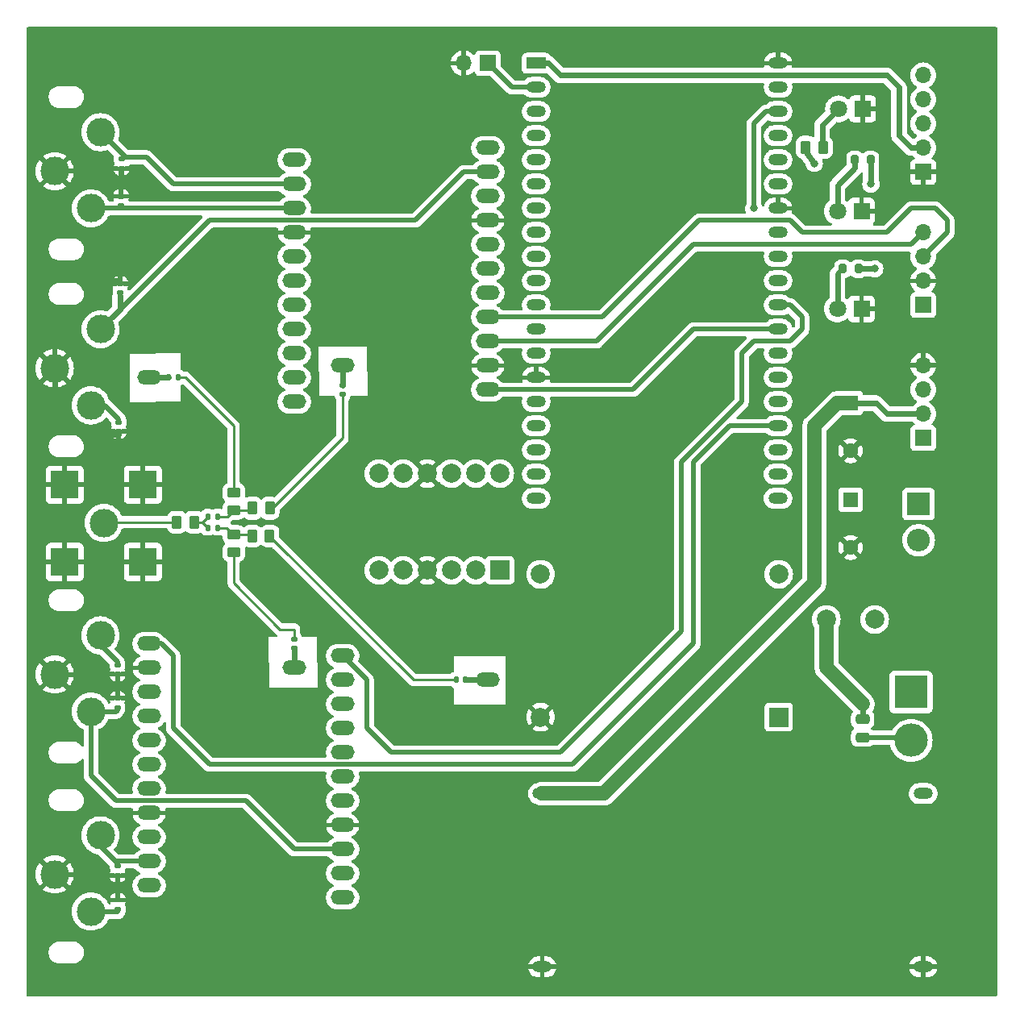
<source format=gbr>
%TF.GenerationSoftware,KiCad,Pcbnew,8.0.6*%
%TF.CreationDate,2024-11-28T17:20:22+01:00*%
%TF.ProjectId,fm-tx-LCD,666d2d74-782d-44c4-9344-2e6b69636164,rev?*%
%TF.SameCoordinates,Original*%
%TF.FileFunction,Copper,L1,Top*%
%TF.FilePolarity,Positive*%
%FSLAX46Y46*%
G04 Gerber Fmt 4.6, Leading zero omitted, Abs format (unit mm)*
G04 Created by KiCad (PCBNEW 8.0.6) date 2024-11-28 17:20:22*
%MOMM*%
%LPD*%
G01*
G04 APERTURE LIST*
G04 Aperture macros list*
%AMRoundRect*
0 Rectangle with rounded corners*
0 $1 Rounding radius*
0 $2 $3 $4 $5 $6 $7 $8 $9 X,Y pos of 4 corners*
0 Add a 4 corners polygon primitive as box body*
4,1,4,$2,$3,$4,$5,$6,$7,$8,$9,$2,$3,0*
0 Add four circle primitives for the rounded corners*
1,1,$1+$1,$2,$3*
1,1,$1+$1,$4,$5*
1,1,$1+$1,$6,$7*
1,1,$1+$1,$8,$9*
0 Add four rect primitives between the rounded corners*
20,1,$1+$1,$2,$3,$4,$5,0*
20,1,$1+$1,$4,$5,$6,$7,0*
20,1,$1+$1,$6,$7,$8,$9,0*
20,1,$1+$1,$8,$9,$2,$3,0*%
G04 Aperture macros list end*
%TA.AperFunction,SMDPad,CuDef*%
%ADD10RoundRect,0.250000X0.262500X0.450000X-0.262500X0.450000X-0.262500X-0.450000X0.262500X-0.450000X0*%
%TD*%
%TA.AperFunction,SMDPad,CuDef*%
%ADD11RoundRect,0.250000X0.450000X-0.262500X0.450000X0.262500X-0.450000X0.262500X-0.450000X-0.262500X0*%
%TD*%
%TA.AperFunction,ComponentPad*%
%ADD12R,1.700000X1.700000*%
%TD*%
%TA.AperFunction,ComponentPad*%
%ADD13O,1.700000X1.700000*%
%TD*%
%TA.AperFunction,SMDPad,CuDef*%
%ADD14RoundRect,0.140000X0.170000X-0.140000X0.170000X0.140000X-0.170000X0.140000X-0.170000X-0.140000X0*%
%TD*%
%TA.AperFunction,SMDPad,CuDef*%
%ADD15RoundRect,0.140000X-0.140000X-0.170000X0.140000X-0.170000X0.140000X0.170000X-0.140000X0.170000X0*%
%TD*%
%TA.AperFunction,SMDPad,CuDef*%
%ADD16RoundRect,0.140000X-0.170000X0.140000X-0.170000X-0.140000X0.170000X-0.140000X0.170000X0.140000X0*%
%TD*%
%TA.AperFunction,ComponentPad*%
%ADD17C,2.000000*%
%TD*%
%TA.AperFunction,ComponentPad*%
%ADD18O,2.500000X1.500000*%
%TD*%
%TA.AperFunction,ComponentPad*%
%ADD19R,1.800000X1.800000*%
%TD*%
%TA.AperFunction,ComponentPad*%
%ADD20C,1.800000*%
%TD*%
%TA.AperFunction,ComponentPad*%
%ADD21C,3.000000*%
%TD*%
%TA.AperFunction,ComponentPad*%
%ADD22R,2.000000X1.200000*%
%TD*%
%TA.AperFunction,ComponentPad*%
%ADD23O,2.000000X1.200000*%
%TD*%
%TA.AperFunction,ComponentPad*%
%ADD24R,2.400000X2.400000*%
%TD*%
%TA.AperFunction,ComponentPad*%
%ADD25O,2.400000X2.400000*%
%TD*%
%TA.AperFunction,SMDPad,CuDef*%
%ADD26RoundRect,0.140000X0.140000X0.170000X-0.140000X0.170000X-0.140000X-0.170000X0.140000X-0.170000X0*%
%TD*%
%TA.AperFunction,ComponentPad*%
%ADD27R,1.600000X1.600000*%
%TD*%
%TA.AperFunction,ComponentPad*%
%ADD28C,1.600000*%
%TD*%
%TA.AperFunction,ComponentPad*%
%ADD29R,2.000000X2.000000*%
%TD*%
%TA.AperFunction,SMDPad,CuDef*%
%ADD30RoundRect,0.250000X-0.475000X0.250000X-0.475000X-0.250000X0.475000X-0.250000X0.475000X0.250000X0*%
%TD*%
%TA.AperFunction,ComponentPad*%
%ADD31R,3.500000X3.500000*%
%TD*%
%TA.AperFunction,ComponentPad*%
%ADD32O,3.500000X3.500000*%
%TD*%
%TA.AperFunction,SMDPad,CuDef*%
%ADD33RoundRect,0.200000X0.200000X0.275000X-0.200000X0.275000X-0.200000X-0.275000X0.200000X-0.275000X0*%
%TD*%
%TA.AperFunction,SMDPad,CuDef*%
%ADD34RoundRect,0.135000X0.135000X0.185000X-0.135000X0.185000X-0.135000X-0.185000X0.135000X-0.185000X0*%
%TD*%
%TA.AperFunction,SMDPad,CuDef*%
%ADD35RoundRect,0.250000X-0.450000X0.262500X-0.450000X-0.262500X0.450000X-0.262500X0.450000X0.262500X0*%
%TD*%
%TA.AperFunction,ComponentPad*%
%ADD36R,3.000000X3.000000*%
%TD*%
%TA.AperFunction,ViaPad*%
%ADD37C,0.800000*%
%TD*%
%TA.AperFunction,Conductor*%
%ADD38C,0.279400*%
%TD*%
%TA.AperFunction,Conductor*%
%ADD39C,0.622300*%
%TD*%
%TA.AperFunction,Conductor*%
%ADD40C,0.500000*%
%TD*%
%TA.AperFunction,Conductor*%
%ADD41C,1.500000*%
%TD*%
G04 APERTURE END LIST*
D10*
%TO.P,R10,1*%
%TO.N,/TX1234*%
X64412500Y-77405707D03*
%TO.P,R10,2*%
%TO.N,/TXout*%
X62587500Y-77405707D03*
%TD*%
D11*
%TO.P,R8,1*%
%TO.N,/TX4*%
X68580000Y-80565000D03*
%TO.P,R8,2*%
%TO.N,/TX34*%
X68580000Y-78740000D03*
%TD*%
D10*
%TO.P,R6,2*%
%TO.N,/TX12*%
X70535106Y-75947531D03*
%TO.P,R6,1*%
%TO.N,/TX2*%
X72360106Y-75947531D03*
%TD*%
%TO.P,R1,1*%
%TO.N,Net-(D1-A)*%
X130459097Y-38025553D03*
%TO.P,R1,2*%
%TO.N,+12VA*%
X128634097Y-38025553D03*
%TD*%
D12*
%TO.P,SW1,1,GND*%
%TO.N,GND*%
X140970000Y-40635000D03*
D13*
%TO.P,SW1,2,VCC*%
%TO.N,+3.3V*%
X140970000Y-38095000D03*
%TO.P,SW1,3,SW*%
%TO.N,Net-(SW1-SW)*%
X140970000Y-35555000D03*
%TO.P,SW1,4,DAT*%
%TO.N,Net-(SW1-DAT)*%
X140970000Y-33015000D03*
%TO.P,SW1,5,CLK*%
%TO.N,Net-(SW1-CLK)*%
X140970000Y-30475000D03*
%TD*%
D14*
%TO.P,C14,1*%
%TO.N,Net-(J8-IN1)*%
X56428201Y-118055260D03*
%TO.P,C14,2*%
%TO.N,GND*%
X56428201Y-117095260D03*
%TD*%
D15*
%TO.P,C6,1*%
%TO.N,Net-(U4-ANT)*%
X61750000Y-62230000D03*
%TO.P,C6,2*%
%TO.N,/TX1*%
X62710000Y-62230000D03*
%TD*%
D16*
%TO.P,C13,1*%
%TO.N,Net-(J8-IN2)*%
X56389145Y-113540756D03*
%TO.P,C13,2*%
%TO.N,GND*%
X56389145Y-114500756D03*
%TD*%
D17*
%TO.P,F1,1*%
%TO.N,Net-(J1-Pin_1)*%
X135890000Y-87630000D03*
%TO.P,F1,2*%
%TO.N,Net-(C1-Pad1)*%
X130810000Y-87620000D03*
%TD*%
D18*
%TO.P,U7,1,Vin*%
%TO.N,+5V*%
X80010000Y-116840000D03*
%TO.P,U7,2,Lin*%
%TO.N,Net-(J7-IN2)*%
X80010000Y-114300000D03*
%TO.P,U7,3,Rin*%
%TO.N,Net-(J7-IN1)*%
X80010000Y-111760000D03*
%TO.P,U7,4,GND*%
%TO.N,GND*%
X80010000Y-109220000D03*
%TO.P,U7,5,3.3Vout*%
%TO.N,unconnected-(U7-3.3Vout-Pad5)*%
X80010000Y-106680000D03*
%TO.P,U7,6,GP2*%
%TO.N,unconnected-(U7-GP2-Pad6)*%
X80010000Y-104140000D03*
%TO.P,U7,7,GP1*%
%TO.N,unconnected-(U7-GP1-Pad7)*%
X80010000Y-101600000D03*
%TO.P,U7,8,SDA*%
%TO.N,/TWI2_SDA*%
X80010000Y-99060000D03*
%TO.P,U7,9,SCL*%
%TO.N,/TWI2_SCL*%
X80010000Y-96520000D03*
%TO.P,U7,10,CS*%
%TO.N,unconnected-(U7-CS-Pad10)*%
X80010000Y-93980000D03*
%TO.P,U7,11,/RST*%
%TO.N,/TX3_RST*%
X80010000Y-91440000D03*
%TO.P,U7,12,ANT*%
%TO.N,Net-(U7-ANT)*%
X95250000Y-93980000D03*
%TD*%
D19*
%TO.P,D3,1,K*%
%TO.N,GND*%
X134500000Y-55000000D03*
D20*
%TO.P,D3,2,A*%
%TO.N,Net-(D3-A)*%
X131960000Y-55000000D03*
%TD*%
D21*
%TO.P,J8,1,IN1*%
%TO.N,Net-(J8-IN1)*%
X53580000Y-118300000D03*
%TO.P,J8,2,IN2*%
%TO.N,Net-(J8-IN2)*%
X54580000Y-110300000D03*
%TO.P,J8,3,EXT*%
%TO.N,GND*%
X49780000Y-114400000D03*
%TD*%
D22*
%TO.P,U1,1,3.3V*%
%TO.N,+3.3V*%
X100330000Y-29210000D03*
D23*
%TO.P,U1,2,EN_RST*%
%TO.N,Net-(J2-Pin_1)*%
X100330000Y-31750000D03*
%TO.P,U1,3,GPI36*%
%TO.N,unconnected-(U1-GPI36-Pad3)*%
X100330000Y-34290000D03*
%TO.P,U1,4,GPI39*%
%TO.N,unconnected-(U1-GPI39-Pad4)*%
X100330000Y-36830000D03*
%TO.P,U1,5,GPI34*%
%TO.N,unconnected-(U1-GPI34-Pad5)*%
X100330000Y-39370000D03*
%TO.P,U1,6,GPI35*%
%TO.N,unconnected-(U1-GPI35-Pad6)*%
X100330000Y-41910000D03*
%TO.P,U1,7,GPIO32*%
%TO.N,Net-(SW1-CLK)*%
X100330000Y-44450000D03*
%TO.P,U1,8,GPIO33*%
%TO.N,Net-(SW1-DAT)*%
X100330000Y-46990000D03*
%TO.P,U1,9,GPIO25*%
%TO.N,unconnected-(U1-GPIO25-Pad9)*%
X100330000Y-49530000D03*
%TO.P,U1,10,GPIO26*%
%TO.N,unconnected-(U1-GPIO26-Pad10)*%
X100330000Y-52070000D03*
%TO.P,U1,11,GPIO27*%
%TO.N,Net-(SW1-SW)*%
X100330000Y-54610000D03*
%TO.P,U1,12,GPIO14*%
%TO.N,unconnected-(U1-GPIO14-Pad12)*%
X100330000Y-57150000D03*
%TO.P,U1,13,GPIO12*%
%TO.N,unconnected-(U1-GPIO12-Pad13)*%
X100330000Y-59690000D03*
%TO.P,U1,14,GND*%
%TO.N,GND*%
X100330000Y-62230000D03*
%TO.P,U1,15,GPIO13*%
%TO.N,unconnected-(U1-GPIO13-Pad15)*%
X100330000Y-64770000D03*
%TO.P,U1,16,GPIO9*%
%TO.N,unconnected-(U1-GPIO9-Pad16)*%
X100330000Y-67310000D03*
%TO.P,U1,17,GPIO10*%
%TO.N,unconnected-(U1-GPIO10-Pad17)*%
X100330000Y-69850000D03*
%TO.P,U1,18,GPIO11*%
%TO.N,unconnected-(U1-GPIO11-Pad18)*%
X100330000Y-72390000D03*
%TO.P,U1,19,5V*%
%TO.N,+5V*%
X100330000Y-74930000D03*
%TO.P,U1,20,GPIO6*%
%TO.N,unconnected-(U1-GPIO6-Pad20)*%
X125726320Y-74927280D03*
%TO.P,U1,21,GPIO7*%
%TO.N,unconnected-(U1-GPIO7-Pad21)*%
X125726320Y-72387280D03*
%TO.P,U1,22,GPIO8*%
%TO.N,unconnected-(U1-GPIO8-Pad22)*%
X125730000Y-69850000D03*
%TO.P,U1,23,GPIO15*%
%TO.N,/TX4_RST*%
X125730000Y-67310000D03*
%TO.P,U1,24,GPIO2*%
%TO.N,unconnected-(U1-GPIO2-Pad24)*%
X125730000Y-64770000D03*
%TO.P,U1,25,GPIO0*%
%TO.N,unconnected-(U1-GPIO0-Pad25)*%
X125730000Y-62230000D03*
%TO.P,U1,26,GPIO4*%
%TO.N,unconnected-(U1-GPIO4-Pad26)*%
X125730000Y-59690000D03*
%TO.P,U1,27,GPIO16*%
%TO.N,/TX2_RST*%
X125730000Y-57150000D03*
%TO.P,U1,28,GPIO17*%
%TO.N,/TX3_RST*%
X125730000Y-54610000D03*
%TO.P,U1,29,GPIO5*%
%TO.N,unconnected-(U1-GPIO5-Pad29)*%
X125730000Y-52070000D03*
%TO.P,U1,30,GPIO18*%
%TO.N,Net-(U1-GPIO18)*%
X125730000Y-49530000D03*
%TO.P,U1,31,GPIO19*%
%TO.N,Net-(U1-GPIO19)*%
X125730000Y-46990000D03*
%TO.P,U1,32,GND*%
%TO.N,GND*%
X125730000Y-44450000D03*
%TO.P,U1,33,GPIO21*%
%TO.N,Net-(U1-GPIO21)*%
X125730000Y-41910000D03*
%TO.P,U1,34,GPIO3*%
%TO.N,unconnected-(U1-GPIO3-Pad34)*%
X125730000Y-39370000D03*
%TO.P,U1,35,GPIO1*%
%TO.N,unconnected-(U1-GPIO1-Pad35)*%
X125730000Y-36830000D03*
%TO.P,U1,36,GPIO22*%
%TO.N,Net-(U1-GPIO22)*%
X125730000Y-34290000D03*
%TO.P,U1,37,GPIO23*%
%TO.N,/TX1_RST*%
X125730000Y-31750000D03*
%TO.P,U1,38,GND*%
%TO.N,GND*%
X125730000Y-29210000D03*
%TD*%
D24*
%TO.P,D4,1,K*%
%TO.N,Net-(D4-K)*%
X140500000Y-75500000D03*
D25*
%TO.P,D4,2,A*%
%TO.N,Net-(D4-A)*%
X140500000Y-79310000D03*
%TD*%
D16*
%TO.P,C10,1*%
%TO.N,Net-(J7-IN2)*%
X56371932Y-92390041D03*
%TO.P,C10,2*%
%TO.N,GND*%
X56371932Y-93350041D03*
%TD*%
D14*
%TO.P,C11,1*%
%TO.N,Net-(J7-IN1)*%
X56354705Y-96864327D03*
%TO.P,C11,2*%
%TO.N,GND*%
X56354705Y-95904327D03*
%TD*%
D21*
%TO.P,J4,1,IN1*%
%TO.N,Net-(J4-IN1)*%
X53580000Y-44450000D03*
%TO.P,J4,2,IN2*%
%TO.N,Net-(J4-IN2)*%
X54580000Y-36450000D03*
%TO.P,J4,3,EXT*%
%TO.N,GND*%
X49780000Y-40550000D03*
%TD*%
D18*
%TO.P,U8,1,Vin*%
%TO.N,+5V*%
X59690000Y-115570000D03*
%TO.P,U8,2,Lin*%
%TO.N,Net-(J8-IN2)*%
X59690000Y-113030000D03*
%TO.P,U8,3,Rin*%
%TO.N,Net-(J8-IN1)*%
X59690000Y-110490000D03*
%TO.P,U8,4,GND*%
%TO.N,GND*%
X59690000Y-107950000D03*
%TO.P,U8,5,3.3Vout*%
%TO.N,unconnected-(U8-3.3Vout-Pad5)*%
X59690000Y-105410000D03*
%TO.P,U8,6,GP2*%
%TO.N,unconnected-(U8-GP2-Pad6)*%
X59690000Y-102870000D03*
%TO.P,U8,7,GP1*%
%TO.N,unconnected-(U8-GP1-Pad7)*%
X59690000Y-100330000D03*
%TO.P,U8,8,SDA*%
%TO.N,/TWI2_SDA*%
X59690000Y-97790000D03*
%TO.P,U8,9,SCL*%
%TO.N,/TWI2_SCL*%
X59690000Y-95250000D03*
%TO.P,U8,10,CS*%
%TO.N,GND*%
X59690000Y-92710000D03*
%TO.P,U8,11,/RST*%
%TO.N,/TX4_RST*%
X59690000Y-90170000D03*
%TO.P,U8,12,ANT*%
%TO.N,Net-(U8-ANT)*%
X74930000Y-92710000D03*
%TD*%
D12*
%TO.P,U6,1,VCC*%
%TO.N,+5V*%
X140970000Y-54610000D03*
D13*
%TO.P,U6,2,GND*%
%TO.N,GND*%
X140970000Y-52070000D03*
%TO.P,U6,3,SDA*%
%TO.N,/TWI1_SDA*%
X140970000Y-49530000D03*
%TO.P,U6,4,SCL*%
%TO.N,/TWI1_SCL*%
X140970000Y-46990000D03*
%TD*%
D18*
%TO.P,U4,1,Vin*%
%TO.N,+5V*%
X74930000Y-39370000D03*
%TO.P,U4,2,Lin*%
%TO.N,Net-(J4-IN2)*%
X74930000Y-41910000D03*
%TO.P,U4,3,Rin*%
%TO.N,Net-(J4-IN1)*%
X74930000Y-44450000D03*
%TO.P,U4,4,GND*%
%TO.N,GND*%
X74930000Y-46990000D03*
%TO.P,U4,5,3.3Vout*%
%TO.N,unconnected-(U4-3.3Vout-Pad5)*%
X74930000Y-49530000D03*
%TO.P,U4,6,GP2*%
%TO.N,unconnected-(U4-GP2-Pad6)*%
X74930000Y-52070000D03*
%TO.P,U4,7,GP1*%
%TO.N,unconnected-(U4-GP1-Pad7)*%
X74930000Y-54610000D03*
%TO.P,U4,8,SDA*%
%TO.N,/TWI1_SDA*%
X74930000Y-57150000D03*
%TO.P,U4,9,SCL*%
%TO.N,/TWI1_SCL*%
X74930000Y-59690000D03*
%TO.P,U4,10,CS*%
%TO.N,unconnected-(U4-CS-Pad10)*%
X74930000Y-62230000D03*
%TO.P,U4,11,/RST*%
%TO.N,/TX1_RST*%
X74930000Y-64770000D03*
%TO.P,U4,12,ANT*%
%TO.N,Net-(U4-ANT)*%
X59690000Y-62230000D03*
%TD*%
D16*
%TO.P,C8,1*%
%TO.N,Net-(J6-IN1)*%
X56495102Y-66911245D03*
%TO.P,C8,2*%
%TO.N,GND*%
X56495102Y-67871245D03*
%TD*%
D14*
%TO.P,C15,1*%
%TO.N,Net-(U8-ANT)*%
X74930000Y-90665164D03*
%TO.P,C15,2*%
%TO.N,/TX4*%
X74930000Y-89705164D03*
%TD*%
D26*
%TO.P,C12,1*%
%TO.N,Net-(U7-ANT)*%
X92880550Y-93969266D03*
%TO.P,C12,2*%
%TO.N,/TX3*%
X91920550Y-93969266D03*
%TD*%
D27*
%TO.P,C3,1*%
%TO.N,+5V*%
X133350000Y-75067349D03*
D28*
%TO.P,C3,2*%
%TO.N,GND*%
X133350000Y-80067349D03*
%TD*%
D27*
%TO.P,C2,1*%
%TO.N,+12VA*%
X133350000Y-64907349D03*
D28*
%TO.P,C2,2*%
%TO.N,GND*%
X133350000Y-69907349D03*
%TD*%
D21*
%TO.P,J7,1,IN1*%
%TO.N,Net-(J7-IN1)*%
X53580000Y-97300000D03*
%TO.P,J7,2,IN2*%
%TO.N,Net-(J7-IN2)*%
X54580000Y-89300000D03*
%TO.P,J7,3,EXT*%
%TO.N,GND*%
X49780000Y-93400000D03*
%TD*%
D17*
%TO.P,FL1,1,1*%
%TO.N,Net-(D4-A)*%
X100800000Y-82880000D03*
%TO.P,FL1,2,2*%
%TO.N,GND*%
X100800000Y-97880000D03*
D29*
%TO.P,FL1,3,3*%
%TO.N,Net-(J1-Pin_2)*%
X125800000Y-97880000D03*
D17*
%TO.P,FL1,4,4*%
%TO.N,Net-(C1-Pad1)*%
X125800000Y-82880000D03*
%TD*%
D16*
%TO.P,C4,1*%
%TO.N,Net-(J4-IN2)*%
X56786683Y-39286646D03*
%TO.P,C4,2*%
%TO.N,GND*%
X56786683Y-40246646D03*
%TD*%
D14*
%TO.P,C7,1*%
%TO.N,Net-(J6-IN2)*%
X56653865Y-53325000D03*
%TO.P,C7,2*%
%TO.N,GND*%
X56653865Y-52365000D03*
%TD*%
D19*
%TO.P,D2,1,K*%
%TO.N,GND*%
X134500000Y-44750000D03*
D20*
%TO.P,D2,2,A*%
%TO.N,Net-(D2-A)*%
X131960000Y-44750000D03*
%TD*%
D12*
%TO.P,J3,1,Pin_1*%
%TO.N,Net-(D4-K)*%
X140970000Y-68570000D03*
D13*
%TO.P,J3,2,Pin_2*%
%TO.N,+12VA*%
X140970000Y-66030000D03*
%TO.P,J3,3,Pin_3*%
%TO.N,+5V*%
X140970000Y-63490000D03*
%TO.P,J3,4,Pin_4*%
%TO.N,GND*%
X140970000Y-60950000D03*
%TD*%
D29*
%TO.P,U3,1,HV1*%
%TO.N,/TWI2_SCL*%
X96520000Y-82462700D03*
D17*
%TO.P,U3,2,HV2*%
%TO.N,/TWI2_SDA*%
X93980000Y-82462700D03*
%TO.P,U3,3,HV*%
%TO.N,+5V*%
X91440000Y-82462700D03*
%TO.P,U3,4,GND*%
%TO.N,GND*%
X88900000Y-82462700D03*
%TO.P,U3,5,HV3*%
%TO.N,/TWI1_SCL*%
X86360000Y-82462700D03*
%TO.P,U3,6,HV4*%
%TO.N,/TWI1_SDA*%
X83820000Y-82462700D03*
%TO.P,U3,7,LV4*%
%TO.N,Net-(U1-GPIO21)*%
X83820000Y-72302700D03*
%TO.P,U3,8,LV3*%
%TO.N,Net-(U1-GPIO22)*%
X86360000Y-72302700D03*
%TO.P,U3,9,GND*%
%TO.N,GND*%
X88900000Y-72302700D03*
%TO.P,U3,10,LV*%
%TO.N,+3.3V*%
X91440000Y-72302700D03*
%TO.P,U3,11,LV2*%
%TO.N,Net-(U1-GPIO19)*%
X93980000Y-72302700D03*
%TO.P,U3,12,LV1*%
%TO.N,Net-(U1-GPIO18)*%
X96520000Y-72302700D03*
%TD*%
D14*
%TO.P,C5,1*%
%TO.N,Net-(J4-IN1)*%
X56756407Y-44144421D03*
%TO.P,C5,2*%
%TO.N,GND*%
X56756407Y-43184421D03*
%TD*%
D30*
%TO.P,C1,1*%
%TO.N,Net-(C1-Pad1)*%
X134620000Y-98110000D03*
%TO.P,C1,2*%
%TO.N,Net-(J1-Pin_2)*%
X134620000Y-100010000D03*
%TD*%
D21*
%TO.P,J6,1,IN1*%
%TO.N,Net-(J6-IN1)*%
X53580000Y-65150000D03*
%TO.P,J6,2,IN2*%
%TO.N,Net-(J6-IN2)*%
X54580000Y-57150000D03*
%TO.P,J6,3,EXT*%
%TO.N,GND*%
X49780000Y-61250000D03*
%TD*%
D19*
%TO.P,D1,1,K*%
%TO.N,GND*%
X134620000Y-34000000D03*
D20*
%TO.P,D1,2,A*%
%TO.N,Net-(D1-A)*%
X132080000Y-34000000D03*
%TD*%
D31*
%TO.P,J1,1,Pin_1*%
%TO.N,Net-(J1-Pin_1)*%
X139700000Y-95250000D03*
D32*
%TO.P,J1,2,Pin_2*%
%TO.N,Net-(J1-Pin_2)*%
X139700000Y-100330000D03*
%TD*%
D23*
%TO.P,U2,1,-VIN*%
%TO.N,GND*%
X100970000Y-124120000D03*
%TO.P,U2,2,+VIN*%
%TO.N,+12VA*%
X100970000Y-105920000D03*
%TO.P,U2,3,-VOUT*%
%TO.N,GND*%
X140970000Y-124120000D03*
%TO.P,U2,4,+VOUT*%
%TO.N,+5V*%
X140970000Y-105920000D03*
%TD*%
D18*
%TO.P,U5,1,Vin*%
%TO.N,+5V*%
X95250000Y-38100000D03*
%TO.P,U5,2,Lin*%
%TO.N,Net-(J6-IN2)*%
X95250000Y-40640000D03*
%TO.P,U5,3,Rin*%
%TO.N,Net-(J6-IN1)*%
X95250000Y-43180000D03*
%TO.P,U5,4,GND*%
%TO.N,GND*%
X95250000Y-45720000D03*
%TO.P,U5,5,3.3Vout*%
%TO.N,unconnected-(U5-3.3Vout-Pad5)*%
X95250000Y-48260000D03*
%TO.P,U5,6,GP2*%
%TO.N,unconnected-(U5-GP2-Pad6)*%
X95250000Y-50800000D03*
%TO.P,U5,7,GP1*%
%TO.N,unconnected-(U5-GP1-Pad7)*%
X95250000Y-53340000D03*
%TO.P,U5,8,SDA*%
%TO.N,/TWI1_SDA*%
X95250000Y-55880000D03*
%TO.P,U5,9,SCL*%
%TO.N,/TWI1_SCL*%
X95250000Y-58420000D03*
%TO.P,U5,10,CS*%
%TO.N,GND*%
X95250000Y-60960000D03*
%TO.P,U5,11,/RST*%
%TO.N,/TX2_RST*%
X95250000Y-63500000D03*
%TO.P,U5,12,ANT*%
%TO.N,Net-(U5-ANT)*%
X80010000Y-60960000D03*
%TD*%
D33*
%TO.P,R2,1*%
%TO.N,+5V*%
X135445000Y-39370000D03*
%TO.P,R2,2*%
%TO.N,Net-(D2-A)*%
X133795000Y-39370000D03*
%TD*%
%TO.P,R3,1*%
%TO.N,+3.3V*%
X134175000Y-50800000D03*
%TO.P,R3,2*%
%TO.N,Net-(D3-A)*%
X132525000Y-50800000D03*
%TD*%
D12*
%TO.P,J2,1,Pin_1*%
%TO.N,Net-(J2-Pin_1)*%
X95250000Y-29210000D03*
D13*
%TO.P,J2,2,Pin_2*%
%TO.N,GND*%
X92710000Y-29210000D03*
%TD*%
D34*
%TO.P,R5,1*%
%TO.N,/TX12*%
X66879743Y-76821357D03*
%TO.P,R5,2*%
%TO.N,/TX1234*%
X65859743Y-76821357D03*
%TD*%
D16*
%TO.P,C9,1*%
%TO.N,Net-(U5-ANT)*%
X80010000Y-63020000D03*
%TO.P,C9,2*%
%TO.N,/TX2*%
X80010000Y-63980000D03*
%TD*%
D35*
%TO.P,R4,1*%
%TO.N,/TX1*%
X68580000Y-74301704D03*
%TO.P,R4,2*%
%TO.N,/TX12*%
X68580000Y-76126704D03*
%TD*%
D34*
%TO.P,R9,1*%
%TO.N,/TX34*%
X66879743Y-78004628D03*
%TO.P,R9,2*%
%TO.N,/TX1234*%
X65859743Y-78004628D03*
%TD*%
D21*
%TO.P,J5,1,In*%
%TO.N,/TXout*%
X54942967Y-77488062D03*
D36*
%TO.P,J5,2,Ext*%
%TO.N,GND*%
X59042967Y-81588062D03*
X59042967Y-73488062D03*
X50842967Y-81588062D03*
X50842967Y-73488062D03*
%TD*%
D10*
%TO.P,R7,1*%
%TO.N,/TX3*%
X72345918Y-78877061D03*
%TO.P,R7,2*%
%TO.N,/TX34*%
X70520918Y-78877061D03*
%TD*%
D37*
%TO.N,+5V*%
X135476824Y-41910000D03*
%TO.N,+3.3V*%
X135890000Y-50800000D03*
%TO.N,Net-(U1-GPIO22)*%
X123190000Y-44450000D03*
%TO.N,+12VA*%
X129540000Y-39742797D03*
%TD*%
D38*
%TO.N,/TX12*%
X68580000Y-76126704D02*
X70355933Y-76126704D01*
X70355933Y-76126704D02*
X70535106Y-75947531D01*
%TO.N,/TX34*%
X68580000Y-78740000D02*
X70383857Y-78740000D01*
X70383857Y-78740000D02*
X70520918Y-78877061D01*
X66879743Y-78004628D02*
X67844628Y-78004628D01*
X67844628Y-78004628D02*
X68580000Y-78740000D01*
%TO.N,/TX12*%
X66879743Y-76821357D02*
X67885347Y-76821357D01*
X67885347Y-76821357D02*
X68580000Y-76126704D01*
%TO.N,/TX1234*%
X64412500Y-77405707D02*
X65260822Y-77405707D01*
X65260822Y-77405707D02*
X65859743Y-78004628D01*
X64412500Y-77405707D02*
X65275393Y-77405707D01*
X65275393Y-77405707D02*
X65859743Y-76821357D01*
%TO.N,/TX2*%
X72360106Y-75947531D02*
X72642469Y-75947531D01*
X72642469Y-75947531D02*
X80010000Y-68580000D01*
X80010000Y-68580000D02*
X80010000Y-63980000D01*
%TO.N,/TX3*%
X72345918Y-78877061D02*
X87438123Y-93969266D01*
X87438123Y-93969266D02*
X91920550Y-93969266D01*
%TO.N,/TX4*%
X73419033Y-88659033D02*
X68580000Y-83820000D01*
X74930000Y-88659033D02*
X73419033Y-88659033D01*
X68580000Y-83820000D02*
X68580000Y-80565000D01*
%TO.N,/TX1*%
X62710000Y-62230000D02*
X63500000Y-62230000D01*
X68580000Y-67310000D02*
X68580000Y-74301704D01*
X63500000Y-62230000D02*
X68580000Y-67310000D01*
%TO.N,/TXout*%
X62587500Y-77405707D02*
X55025322Y-77405707D01*
X55025322Y-77405707D02*
X54942967Y-77488062D01*
%TO.N,/TX4*%
X74925210Y-88654243D02*
X74930000Y-88659033D01*
X74930000Y-88659033D02*
X74930000Y-89705164D01*
D39*
%TO.N,Net-(U5-ANT)*%
X80010000Y-63020000D02*
X80010000Y-60960000D01*
%TO.N,Net-(U4-ANT)*%
X59690000Y-62230000D02*
X61750000Y-62230000D01*
D40*
%TO.N,GND*%
X56756407Y-41910000D02*
X56756407Y-40276922D01*
X55396407Y-40550000D02*
X56756407Y-41910000D01*
X56428201Y-115570000D02*
X56428201Y-114834812D01*
X56263289Y-115734912D02*
X56428201Y-115570000D01*
X55259754Y-94629754D02*
X56371932Y-94629754D01*
X56371932Y-95250000D02*
X56371932Y-95592100D01*
X56428201Y-114834812D02*
X56389145Y-114795756D01*
X56428201Y-116800260D02*
X56428201Y-115570000D01*
X52170000Y-114400000D02*
X53504912Y-115734912D01*
D39*
X52926245Y-68166245D02*
X49780000Y-65020000D01*
D40*
X49780000Y-58170000D02*
X55880000Y-52070000D01*
X56371932Y-95592100D02*
X56354705Y-95609327D01*
D39*
X56495102Y-68166245D02*
X52926245Y-68166245D01*
D40*
X53504912Y-115734912D02*
X56263289Y-115734912D01*
D39*
X49780000Y-65020000D02*
X49780000Y-61250000D01*
D40*
X49780000Y-114400000D02*
X52170000Y-114400000D01*
X49780000Y-40550000D02*
X55396407Y-40550000D01*
X56756407Y-43184421D02*
X56756407Y-41910000D01*
X55880000Y-52070000D02*
X56653865Y-52070000D01*
X56756407Y-40276922D02*
X56786683Y-40246646D01*
X49780000Y-93400000D02*
X54030000Y-93400000D01*
X56371932Y-93645041D02*
X56371932Y-95250000D01*
X54030000Y-93400000D02*
X55259754Y-94629754D01*
X49780000Y-61250000D02*
X49780000Y-58170000D01*
D39*
%TO.N,+5V*%
X135476824Y-41910000D02*
X135476824Y-39401824D01*
X135476824Y-39401824D02*
X135445000Y-39370000D01*
D40*
%TO.N,/TX4_RST*%
X125730000Y-67310000D02*
X120650000Y-67310000D01*
X66040000Y-102870000D02*
X62230000Y-99060000D01*
X62230000Y-91440000D02*
X60960000Y-90170000D01*
X104140000Y-102870000D02*
X66040000Y-102870000D01*
X116840000Y-71120000D02*
X116840000Y-90170000D01*
X116840000Y-90170000D02*
X104140000Y-102870000D01*
X62230000Y-99060000D02*
X62230000Y-91440000D01*
X120650000Y-67310000D02*
X116840000Y-71120000D01*
X60960000Y-90170000D02*
X59690000Y-90170000D01*
%TO.N,/TX3_RST*%
X82550000Y-99060000D02*
X82550000Y-93980000D01*
X127000000Y-58420000D02*
X123190000Y-58420000D01*
X128270000Y-55880000D02*
X128270000Y-57150000D01*
X115570000Y-71120000D02*
X115570000Y-88900000D01*
X121920000Y-59690000D02*
X121920000Y-64770000D01*
X115570000Y-88900000D02*
X102870000Y-101600000D01*
X82550000Y-93980000D02*
X80010000Y-91440000D01*
X125730000Y-54610000D02*
X127000000Y-54610000D01*
X123190000Y-58420000D02*
X121920000Y-59690000D01*
X127000000Y-54610000D02*
X128270000Y-55880000D01*
X102870000Y-101600000D02*
X85090000Y-101600000D01*
X128270000Y-57150000D02*
X127000000Y-58420000D01*
X85090000Y-101600000D02*
X82550000Y-99060000D01*
X121920000Y-64770000D02*
X115570000Y-71120000D01*
%TO.N,/TWI1_SDA*%
X117475000Y-45720000D02*
X107315000Y-55880000D01*
X143510000Y-46990000D02*
X143510000Y-45720000D01*
X139700000Y-44450000D02*
X137160000Y-46990000D01*
X128270000Y-46990000D02*
X127000000Y-45720000D01*
X107315000Y-55880000D02*
X95250000Y-55880000D01*
X143510000Y-45720000D02*
X142240000Y-44450000D01*
X137160000Y-46990000D02*
X128270000Y-46990000D01*
X127000000Y-45720000D02*
X117475000Y-45720000D01*
X142240000Y-44450000D02*
X139700000Y-44450000D01*
X140970000Y-49530000D02*
X143510000Y-46990000D01*
%TO.N,/TWI1_SCL*%
X116840000Y-48260000D02*
X106680000Y-58420000D01*
X106680000Y-58420000D02*
X95250000Y-58420000D01*
X139700000Y-48260000D02*
X116840000Y-48260000D01*
X140970000Y-46990000D02*
X139700000Y-48260000D01*
%TO.N,/TX2_RST*%
X95250000Y-63500000D02*
X110490000Y-63500000D01*
X116840000Y-57150000D02*
X125730000Y-57150000D01*
X110490000Y-63500000D02*
X116840000Y-57150000D01*
D39*
%TO.N,+3.3V*%
X138430000Y-36830000D02*
X139695000Y-38095000D01*
X135890000Y-50800000D02*
X134175000Y-50800000D01*
X137160000Y-30480000D02*
X138430000Y-31750000D01*
X139695000Y-38095000D02*
X140970000Y-38095000D01*
X138430000Y-31750000D02*
X138430000Y-36830000D01*
X101600000Y-29210000D02*
X102870000Y-30480000D01*
X102870000Y-30480000D02*
X137160000Y-30480000D01*
X100330000Y-29210000D02*
X101600000Y-29210000D01*
D40*
%TO.N,Net-(U1-GPIO22)*%
X123190000Y-35560000D02*
X124460000Y-34290000D01*
X124460000Y-34290000D02*
X125730000Y-34290000D01*
X123190000Y-44450000D02*
X123190000Y-35560000D01*
%TO.N,Net-(J4-IN2)*%
X62230000Y-41910000D02*
X74930000Y-41910000D01*
X56786683Y-39286646D02*
X56883354Y-39286646D01*
X56883354Y-39286646D02*
X57150000Y-39020000D01*
X57150000Y-39020000D02*
X57150000Y-39090000D01*
X59410000Y-39090000D02*
X62230000Y-41910000D01*
X54580000Y-36450000D02*
X57150000Y-39020000D01*
X57150000Y-39090000D02*
X59410000Y-39090000D01*
%TO.N,Net-(J4-IN1)*%
X53580000Y-44450000D02*
X74930000Y-44450000D01*
D41*
%TO.N,Net-(C1-Pad1)*%
X134620000Y-96520000D02*
X130810000Y-92710000D01*
X130810000Y-92710000D02*
X130810000Y-87620000D01*
D39*
X134620000Y-98110000D02*
X134620000Y-96520000D01*
D40*
%TO.N,Net-(J1-Pin_2)*%
X134620000Y-100010000D02*
X139380000Y-100010000D01*
X139380000Y-100010000D02*
X139700000Y-100330000D01*
D39*
%TO.N,+12VA*%
X137160000Y-66040000D02*
X140960000Y-66040000D01*
X128715000Y-38545000D02*
X128715000Y-38100000D01*
X140960000Y-66040000D02*
X140970000Y-66030000D01*
D41*
X133350000Y-64907349D02*
X131942651Y-64907349D01*
D39*
X133350000Y-64907349D02*
X136027349Y-64907349D01*
D41*
X129540000Y-83820000D02*
X107440000Y-105920000D01*
D39*
X136027349Y-64907349D02*
X137160000Y-66040000D01*
D41*
X107440000Y-105920000D02*
X100970000Y-105920000D01*
X131942651Y-64907349D02*
X129540000Y-67310000D01*
X129540000Y-67310000D02*
X129540000Y-83820000D01*
D39*
X129540000Y-39742797D02*
X128715000Y-38545000D01*
D40*
%TO.N,Net-(J6-IN2)*%
X66010000Y-45720000D02*
X55865000Y-55865000D01*
X95250000Y-40640000D02*
X92710000Y-40640000D01*
D39*
X56653865Y-55076135D02*
X55865000Y-55865000D01*
D40*
X54580000Y-57150000D02*
X54580000Y-55910000D01*
X55865000Y-55865000D02*
X54580000Y-57150000D01*
X54580000Y-57150000D02*
X54580000Y-57659235D01*
X92710000Y-40640000D02*
X87630000Y-45720000D01*
D39*
X56653865Y-53620000D02*
X56653865Y-55076135D01*
D40*
X87630000Y-45720000D02*
X66010000Y-45720000D01*
%TO.N,Net-(J6-IN1)*%
X53580000Y-65150000D02*
X53340000Y-64910000D01*
X53580000Y-65150000D02*
X55028857Y-65150000D01*
X55028857Y-65150000D02*
X56495102Y-66616245D01*
%TO.N,Net-(J7-IN2)*%
X54580000Y-90303109D02*
X56371932Y-92095041D01*
X54580000Y-89300000D02*
X54580000Y-90303109D01*
%TO.N,Net-(J7-IN1)*%
X80010000Y-111760000D02*
X74930000Y-111760000D01*
X53580000Y-104037056D02*
X53580000Y-97300000D01*
X56222944Y-106680000D02*
X53580000Y-104037056D01*
X56214032Y-97300000D02*
X56354705Y-97159327D01*
X53580000Y-97300000D02*
X56214032Y-97300000D01*
X69850000Y-106680000D02*
X56222944Y-106680000D01*
X74930000Y-111760000D02*
X69850000Y-106680000D01*
D39*
%TO.N,Net-(U7-ANT)*%
X92880550Y-93969266D02*
X92891284Y-93980000D01*
X92891284Y-93980000D02*
X95250000Y-93980000D01*
D40*
%TO.N,Net-(J8-IN2)*%
X56140000Y-113030000D02*
X59690000Y-113030000D01*
X56389145Y-113540756D02*
X56389145Y-113279145D01*
X54580000Y-111470000D02*
X56140000Y-113030000D01*
X56389145Y-113279145D02*
X56140000Y-113030000D01*
%TO.N,Net-(J8-IN1)*%
X53630260Y-118350260D02*
X53580000Y-118300000D01*
X56428201Y-118350260D02*
X53630260Y-118350260D01*
D39*
%TO.N,Net-(U8-ANT)*%
X74925210Y-91202710D02*
X74930000Y-91197920D01*
X74930000Y-91197920D02*
X74930000Y-90665164D01*
X74930000Y-91207500D02*
X74925210Y-91202710D01*
X74930000Y-92710000D02*
X74930000Y-91207500D01*
D40*
%TO.N,Net-(J2-Pin_1)*%
X97790000Y-31750000D02*
X95250000Y-29210000D01*
X100330000Y-31750000D02*
X97790000Y-31750000D01*
D39*
%TO.N,Net-(D1-A)*%
X130365000Y-38100000D02*
X130365000Y-35715000D01*
X130365000Y-35715000D02*
X132080000Y-34000000D01*
%TO.N,Net-(D2-A)*%
X131960000Y-44750000D02*
X131960000Y-42030000D01*
X133795000Y-39370000D02*
X133795000Y-40195000D01*
X131960000Y-42030000D02*
X133795000Y-40195000D01*
%TO.N,Net-(D3-A)*%
X131960000Y-55000000D02*
X131960000Y-51365000D01*
D40*
X132525000Y-50800000D02*
X131960000Y-51365000D01*
%TD*%
%TA.AperFunction,Conductor*%
%TO.N,GND*%
G36*
X61441921Y-98435343D02*
G01*
X61476278Y-98496182D01*
X61479500Y-98524267D01*
X61479500Y-99133918D01*
X61479500Y-99133920D01*
X61479499Y-99133920D01*
X61508340Y-99278907D01*
X61508343Y-99278917D01*
X61564913Y-99415490D01*
X61564914Y-99415491D01*
X61564916Y-99415495D01*
X61581735Y-99440666D01*
X61631637Y-99515352D01*
X61647051Y-99538420D01*
X61647052Y-99538421D01*
X64586186Y-102477553D01*
X65561585Y-103452952D01*
X65588839Y-103471162D01*
X65602374Y-103480206D01*
X65684498Y-103535080D01*
X65684511Y-103535087D01*
X65741079Y-103558518D01*
X65741080Y-103558518D01*
X65821088Y-103591659D01*
X65937241Y-103614763D01*
X65956468Y-103618587D01*
X65966081Y-103620500D01*
X65966082Y-103620500D01*
X65966083Y-103620500D01*
X66113918Y-103620500D01*
X78193270Y-103620500D01*
X78260309Y-103640185D01*
X78306064Y-103692989D01*
X78316008Y-103762147D01*
X78311201Y-103782818D01*
X78290291Y-103847169D01*
X78290291Y-103847172D01*
X78259500Y-104041577D01*
X78259500Y-104238422D01*
X78290290Y-104432823D01*
X78351117Y-104620029D01*
X78440476Y-104795405D01*
X78556172Y-104954646D01*
X78695354Y-105093828D01*
X78854595Y-105209524D01*
X78977992Y-105272397D01*
X79031213Y-105299515D01*
X79082009Y-105347489D01*
X79098804Y-105415310D01*
X79076267Y-105481445D01*
X79031213Y-105520485D01*
X78854594Y-105610476D01*
X78783267Y-105662299D01*
X78695354Y-105726172D01*
X78695352Y-105726174D01*
X78695351Y-105726174D01*
X78556174Y-105865351D01*
X78556174Y-105865352D01*
X78556172Y-105865354D01*
X78523869Y-105909815D01*
X78440476Y-106024594D01*
X78351117Y-106199970D01*
X78290290Y-106387173D01*
X78259500Y-106581577D01*
X78259500Y-106778422D01*
X78290290Y-106972826D01*
X78351117Y-107160029D01*
X78440476Y-107335405D01*
X78556172Y-107494646D01*
X78695354Y-107633828D01*
X78814784Y-107720600D01*
X78854596Y-107749525D01*
X79031763Y-107839795D01*
X79082560Y-107887769D01*
X79099355Y-107955590D01*
X79076818Y-108021725D01*
X79031764Y-108060765D01*
X78854856Y-108150904D01*
X78695678Y-108266555D01*
X78556555Y-108405678D01*
X78440904Y-108564856D01*
X78351581Y-108740162D01*
X78290781Y-108927283D01*
X78284016Y-108970000D01*
X79605854Y-108970000D01*
X79567370Y-109036657D01*
X79535000Y-109157465D01*
X79535000Y-109282535D01*
X79567370Y-109403343D01*
X79605854Y-109470000D01*
X78284016Y-109470000D01*
X78290781Y-109512716D01*
X78351581Y-109699837D01*
X78440904Y-109875143D01*
X78556555Y-110034321D01*
X78695678Y-110173444D01*
X78854856Y-110289095D01*
X79031764Y-110379234D01*
X79082560Y-110427208D01*
X79099355Y-110495029D01*
X79076818Y-110561164D01*
X79031764Y-110600204D01*
X78854594Y-110690476D01*
X78763741Y-110756485D01*
X78695354Y-110806172D01*
X78695352Y-110806174D01*
X78695351Y-110806174D01*
X78556171Y-110945354D01*
X78546703Y-110958387D01*
X78491372Y-111001052D01*
X78446386Y-111009500D01*
X75292230Y-111009500D01*
X75225191Y-110989815D01*
X75204549Y-110973181D01*
X70328421Y-106097052D01*
X70328414Y-106097046D01*
X70230831Y-106031844D01*
X70230830Y-106031844D01*
X70205495Y-106014916D01*
X70205488Y-106014912D01*
X70068917Y-105958343D01*
X70068907Y-105958340D01*
X69923920Y-105929500D01*
X69923918Y-105929500D01*
X61506730Y-105929500D01*
X61439691Y-105909815D01*
X61393936Y-105857011D01*
X61383992Y-105787853D01*
X61388799Y-105767182D01*
X61409708Y-105702830D01*
X61409708Y-105702829D01*
X61409709Y-105702826D01*
X61438589Y-105520485D01*
X61440500Y-105508422D01*
X61440500Y-105311577D01*
X61409709Y-105117173D01*
X61348882Y-104929970D01*
X61300715Y-104835437D01*
X61259524Y-104754595D01*
X61143828Y-104595354D01*
X61004646Y-104456172D01*
X60917070Y-104392544D01*
X60845403Y-104340474D01*
X60668787Y-104250485D01*
X60617990Y-104202511D01*
X60601195Y-104134690D01*
X60623732Y-104068555D01*
X60668787Y-104029515D01*
X60845403Y-103939525D01*
X60845402Y-103939525D01*
X60845405Y-103939524D01*
X61004646Y-103823828D01*
X61143828Y-103684646D01*
X61259524Y-103525405D01*
X61348884Y-103350025D01*
X61409709Y-103162826D01*
X61440500Y-102968422D01*
X61440500Y-102771577D01*
X61409709Y-102577173D01*
X61356577Y-102413652D01*
X61348884Y-102389975D01*
X61348882Y-102389972D01*
X61348882Y-102389970D01*
X61294860Y-102283946D01*
X61259524Y-102214595D01*
X61143828Y-102055354D01*
X61004646Y-101916172D01*
X60925025Y-101858324D01*
X60845403Y-101800474D01*
X60668787Y-101710485D01*
X60617990Y-101662511D01*
X60601195Y-101594690D01*
X60623732Y-101528555D01*
X60668787Y-101489515D01*
X60845403Y-101399525D01*
X60845402Y-101399525D01*
X60845405Y-101399524D01*
X61004646Y-101283828D01*
X61143828Y-101144646D01*
X61259524Y-100985405D01*
X61348884Y-100810025D01*
X61409709Y-100622826D01*
X61410789Y-100616006D01*
X61440500Y-100428422D01*
X61440500Y-100231577D01*
X61409709Y-100037173D01*
X61348882Y-99849970D01*
X61296043Y-99746269D01*
X61259524Y-99674595D01*
X61143828Y-99515354D01*
X61004646Y-99376172D01*
X60887891Y-99291344D01*
X60845403Y-99260474D01*
X60668787Y-99170485D01*
X60617990Y-99122511D01*
X60601195Y-99054690D01*
X60623732Y-98988555D01*
X60668787Y-98949515D01*
X60845403Y-98859525D01*
X60845402Y-98859525D01*
X60845405Y-98859524D01*
X61004646Y-98743828D01*
X61143828Y-98604646D01*
X61255182Y-98451380D01*
X61310512Y-98408716D01*
X61380126Y-98402737D01*
X61441921Y-98435343D01*
G37*
%TD.AperFunction*%
%TA.AperFunction,Conductor*%
G36*
X148680619Y-25419685D02*
G01*
X148726374Y-25472489D01*
X148737580Y-25524000D01*
X148737580Y-127077398D01*
X148717895Y-127144437D01*
X148665091Y-127190192D01*
X148613580Y-127201398D01*
X46966420Y-127201398D01*
X46899381Y-127181713D01*
X46853626Y-127128909D01*
X46842420Y-127077398D01*
X46842420Y-123869999D01*
X99495884Y-123869999D01*
X99495885Y-123870000D01*
X100654314Y-123870000D01*
X100649920Y-123874394D01*
X100597259Y-123965606D01*
X100570000Y-124067339D01*
X100570000Y-124172661D01*
X100597259Y-124274394D01*
X100649920Y-124365606D01*
X100654314Y-124370000D01*
X99495885Y-124370000D01*
X99497085Y-124377584D01*
X99550591Y-124542255D01*
X99629195Y-124696524D01*
X99730967Y-124836602D01*
X99853397Y-124959032D01*
X99993475Y-125060804D01*
X100147742Y-125139408D01*
X100312415Y-125192914D01*
X100483429Y-125220000D01*
X100720000Y-125220000D01*
X100720000Y-124435686D01*
X100724394Y-124440080D01*
X100815606Y-124492741D01*
X100917339Y-124520000D01*
X101022661Y-124520000D01*
X101124394Y-124492741D01*
X101215606Y-124440080D01*
X101220000Y-124435686D01*
X101220000Y-125220000D01*
X101456571Y-125220000D01*
X101627584Y-125192914D01*
X101792257Y-125139408D01*
X101946524Y-125060804D01*
X102086602Y-124959032D01*
X102209032Y-124836602D01*
X102310804Y-124696524D01*
X102389408Y-124542255D01*
X102442914Y-124377584D01*
X102444115Y-124370000D01*
X101285686Y-124370000D01*
X101290080Y-124365606D01*
X101342741Y-124274394D01*
X101370000Y-124172661D01*
X101370000Y-124067339D01*
X101342741Y-123965606D01*
X101290080Y-123874394D01*
X101285686Y-123870000D01*
X102444115Y-123870000D01*
X102444115Y-123869999D01*
X139495884Y-123869999D01*
X139495885Y-123870000D01*
X140654314Y-123870000D01*
X140649920Y-123874394D01*
X140597259Y-123965606D01*
X140570000Y-124067339D01*
X140570000Y-124172661D01*
X140597259Y-124274394D01*
X140649920Y-124365606D01*
X140654314Y-124370000D01*
X139495885Y-124370000D01*
X139497085Y-124377584D01*
X139550591Y-124542255D01*
X139629195Y-124696524D01*
X139730967Y-124836602D01*
X139853397Y-124959032D01*
X139993475Y-125060804D01*
X140147742Y-125139408D01*
X140312415Y-125192914D01*
X140483429Y-125220000D01*
X140720000Y-125220000D01*
X140720000Y-124435686D01*
X140724394Y-124440080D01*
X140815606Y-124492741D01*
X140917339Y-124520000D01*
X141022661Y-124520000D01*
X141124394Y-124492741D01*
X141215606Y-124440080D01*
X141220000Y-124435686D01*
X141220000Y-125220000D01*
X141456571Y-125220000D01*
X141627584Y-125192914D01*
X141792257Y-125139408D01*
X141946524Y-125060804D01*
X142086602Y-124959032D01*
X142209032Y-124836602D01*
X142310804Y-124696524D01*
X142389408Y-124542255D01*
X142442914Y-124377584D01*
X142444115Y-124370000D01*
X141285686Y-124370000D01*
X141290080Y-124365606D01*
X141342741Y-124274394D01*
X141370000Y-124172661D01*
X141370000Y-124067339D01*
X141342741Y-123965606D01*
X141290080Y-123874394D01*
X141285686Y-123870000D01*
X142444115Y-123870000D01*
X142444115Y-123869999D01*
X142442914Y-123862415D01*
X142389408Y-123697744D01*
X142310804Y-123543475D01*
X142209032Y-123403397D01*
X142086602Y-123280967D01*
X141946524Y-123179195D01*
X141792257Y-123100591D01*
X141627584Y-123047085D01*
X141456571Y-123020000D01*
X141220000Y-123020000D01*
X141220000Y-123804314D01*
X141215606Y-123799920D01*
X141124394Y-123747259D01*
X141022661Y-123720000D01*
X140917339Y-123720000D01*
X140815606Y-123747259D01*
X140724394Y-123799920D01*
X140720000Y-123804314D01*
X140720000Y-123020000D01*
X140483429Y-123020000D01*
X140312415Y-123047085D01*
X140147742Y-123100591D01*
X139993475Y-123179195D01*
X139853397Y-123280967D01*
X139730967Y-123403397D01*
X139629195Y-123543475D01*
X139550591Y-123697744D01*
X139497085Y-123862415D01*
X139495884Y-123869999D01*
X102444115Y-123869999D01*
X102442914Y-123862415D01*
X102389408Y-123697744D01*
X102310804Y-123543475D01*
X102209032Y-123403397D01*
X102086602Y-123280967D01*
X101946524Y-123179195D01*
X101792257Y-123100591D01*
X101627584Y-123047085D01*
X101456571Y-123020000D01*
X101220000Y-123020000D01*
X101220000Y-123804314D01*
X101215606Y-123799920D01*
X101124394Y-123747259D01*
X101022661Y-123720000D01*
X100917339Y-123720000D01*
X100815606Y-123747259D01*
X100724394Y-123799920D01*
X100720000Y-123804314D01*
X100720000Y-123020000D01*
X100483429Y-123020000D01*
X100312415Y-123047085D01*
X100147742Y-123100591D01*
X99993475Y-123179195D01*
X99853397Y-123280967D01*
X99730967Y-123403397D01*
X99629195Y-123543475D01*
X99550591Y-123697744D01*
X99497085Y-123862415D01*
X99495884Y-123869999D01*
X46842420Y-123869999D01*
X46842420Y-122509448D01*
X49129500Y-122509448D01*
X49129500Y-122690551D01*
X49157829Y-122869410D01*
X49213787Y-123041636D01*
X49213788Y-123041639D01*
X49296006Y-123202997D01*
X49402441Y-123349494D01*
X49402445Y-123349499D01*
X49530500Y-123477554D01*
X49530505Y-123477558D01*
X49621233Y-123543475D01*
X49677006Y-123583996D01*
X49782484Y-123637740D01*
X49838360Y-123666211D01*
X49838363Y-123666212D01*
X49924476Y-123694191D01*
X50010591Y-123722171D01*
X50093429Y-123735291D01*
X50189449Y-123750500D01*
X50189454Y-123750500D01*
X51770551Y-123750500D01*
X51857259Y-123736765D01*
X51949409Y-123722171D01*
X52121639Y-123666211D01*
X52282994Y-123583996D01*
X52429501Y-123477553D01*
X52557553Y-123349501D01*
X52663996Y-123202994D01*
X52746211Y-123041639D01*
X52802171Y-122869409D01*
X52816765Y-122777259D01*
X52830500Y-122690551D01*
X52830500Y-122509448D01*
X52814019Y-122405397D01*
X52802171Y-122330591D01*
X52746211Y-122158361D01*
X52746211Y-122158360D01*
X52717740Y-122102484D01*
X52663996Y-121997006D01*
X52650396Y-121978287D01*
X52557558Y-121850505D01*
X52557554Y-121850500D01*
X52429499Y-121722445D01*
X52429494Y-121722441D01*
X52282997Y-121616006D01*
X52282996Y-121616005D01*
X52282994Y-121616004D01*
X52231300Y-121589664D01*
X52121639Y-121533788D01*
X52121636Y-121533787D01*
X51949410Y-121477829D01*
X51770551Y-121449500D01*
X51770546Y-121449500D01*
X50189454Y-121449500D01*
X50189449Y-121449500D01*
X50010589Y-121477829D01*
X49838363Y-121533787D01*
X49838360Y-121533788D01*
X49677002Y-121616006D01*
X49530505Y-121722441D01*
X49530500Y-121722445D01*
X49402445Y-121850500D01*
X49402441Y-121850505D01*
X49296006Y-121997002D01*
X49213788Y-122158360D01*
X49213787Y-122158363D01*
X49157829Y-122330589D01*
X49129500Y-122509448D01*
X46842420Y-122509448D01*
X46842420Y-118299998D01*
X51574390Y-118299998D01*
X51574390Y-118300001D01*
X51594804Y-118585433D01*
X51655628Y-118865037D01*
X51655630Y-118865043D01*
X51655631Y-118865046D01*
X51755633Y-119133161D01*
X51755635Y-119133166D01*
X51892770Y-119384309D01*
X51892775Y-119384317D01*
X52064254Y-119613387D01*
X52064270Y-119613405D01*
X52266594Y-119815729D01*
X52266612Y-119815745D01*
X52495682Y-119987224D01*
X52495690Y-119987229D01*
X52746833Y-120124364D01*
X52746832Y-120124364D01*
X52746836Y-120124365D01*
X52746839Y-120124367D01*
X53014954Y-120224369D01*
X53014960Y-120224370D01*
X53014962Y-120224371D01*
X53294566Y-120285195D01*
X53294568Y-120285195D01*
X53294572Y-120285196D01*
X53548220Y-120303337D01*
X53579999Y-120305610D01*
X53580000Y-120305610D01*
X53580001Y-120305610D01*
X53608595Y-120303564D01*
X53865428Y-120285196D01*
X54145046Y-120224369D01*
X54413161Y-120124367D01*
X54664315Y-119987226D01*
X54893395Y-119815739D01*
X55095739Y-119613395D01*
X55267226Y-119384315D01*
X55386800Y-119165333D01*
X55436205Y-119115928D01*
X55495632Y-119100760D01*
X56502121Y-119100760D01*
X56599663Y-119081356D01*
X56647114Y-119071918D01*
X56783696Y-119015344D01*
X56906617Y-118933211D01*
X57011152Y-118828676D01*
X57093285Y-118705755D01*
X57149859Y-118569173D01*
X57160262Y-118516870D01*
X57175146Y-118477945D01*
X57190695Y-118451655D01*
X57234755Y-118300001D01*
X57235843Y-118296257D01*
X57235844Y-118296251D01*
X57238700Y-118259957D01*
X57238701Y-118259950D01*
X57238701Y-117850570D01*
X57235844Y-117814267D01*
X57212803Y-117734962D01*
X57190696Y-117658869D01*
X57190695Y-117658865D01*
X57188200Y-117654646D01*
X57178290Y-117637890D01*
X57161107Y-117570169D01*
X57178292Y-117511644D01*
X57190233Y-117491454D01*
X57232705Y-117345260D01*
X56926553Y-117345260D01*
X56863434Y-117327992D01*
X56854596Y-117322766D01*
X56854594Y-117322765D01*
X56854590Y-117322763D01*
X56699198Y-117277617D01*
X56699192Y-117277616D01*
X56662898Y-117274760D01*
X56662891Y-117274760D01*
X56193511Y-117274760D01*
X56193503Y-117274760D01*
X56157209Y-117277616D01*
X56157203Y-117277617D01*
X56001811Y-117322763D01*
X56001806Y-117322766D01*
X55992967Y-117327992D01*
X55929849Y-117345260D01*
X55623696Y-117345260D01*
X55631050Y-117370574D01*
X55630849Y-117440443D01*
X55592907Y-117499113D01*
X55529268Y-117527955D01*
X55460138Y-117517813D01*
X55407466Y-117471907D01*
X55403141Y-117464594D01*
X55267229Y-117215690D01*
X55267224Y-117215682D01*
X55095745Y-116986612D01*
X55095729Y-116986594D01*
X54954395Y-116845260D01*
X55623697Y-116845260D01*
X56178201Y-116845260D01*
X56678201Y-116845260D01*
X57232705Y-116845260D01*
X57190232Y-116699064D01*
X57107922Y-116559885D01*
X57107915Y-116559876D01*
X56993584Y-116445545D01*
X56993575Y-116445538D01*
X56854396Y-116363228D01*
X56854391Y-116363226D01*
X56699119Y-116318115D01*
X56699113Y-116318114D01*
X56678201Y-116316469D01*
X56678201Y-116845260D01*
X56178201Y-116845260D01*
X56178201Y-116316470D01*
X56178200Y-116316469D01*
X56157288Y-116318114D01*
X56157282Y-116318115D01*
X56002010Y-116363226D01*
X56002005Y-116363228D01*
X55862826Y-116445538D01*
X55862817Y-116445545D01*
X55748486Y-116559876D01*
X55748479Y-116559885D01*
X55666169Y-116699064D01*
X55623697Y-116845260D01*
X54954395Y-116845260D01*
X54893405Y-116784270D01*
X54893387Y-116784254D01*
X54664317Y-116612775D01*
X54664309Y-116612770D01*
X54413166Y-116475635D01*
X54413167Y-116475635D01*
X54224079Y-116405109D01*
X54145046Y-116375631D01*
X54145043Y-116375630D01*
X54145037Y-116375628D01*
X53865433Y-116314804D01*
X53580001Y-116294390D01*
X53579999Y-116294390D01*
X53294566Y-116314804D01*
X53014962Y-116375628D01*
X52746833Y-116475635D01*
X52495690Y-116612770D01*
X52495682Y-116612775D01*
X52266612Y-116784254D01*
X52266594Y-116784270D01*
X52064270Y-116986594D01*
X52064254Y-116986612D01*
X51892775Y-117215682D01*
X51892770Y-117215690D01*
X51755635Y-117466833D01*
X51655628Y-117734962D01*
X51594804Y-118014566D01*
X51574390Y-118299998D01*
X46842420Y-118299998D01*
X46842420Y-114399998D01*
X47774891Y-114399998D01*
X47774891Y-114400001D01*
X47795300Y-114685362D01*
X47856109Y-114964895D01*
X47956091Y-115232958D01*
X48093191Y-115484038D01*
X48093196Y-115484046D01*
X48199882Y-115626561D01*
X48199883Y-115626562D01*
X49064152Y-114762292D01*
X49071049Y-114778942D01*
X49158599Y-114909970D01*
X49270030Y-115021401D01*
X49401058Y-115108951D01*
X49417705Y-115115846D01*
X48553436Y-115980115D01*
X48695960Y-116086807D01*
X48695961Y-116086808D01*
X48947042Y-116223908D01*
X48947041Y-116223908D01*
X49215104Y-116323890D01*
X49494637Y-116384699D01*
X49779999Y-116405109D01*
X49780001Y-116405109D01*
X50065362Y-116384699D01*
X50344895Y-116323890D01*
X50612958Y-116223908D01*
X50864047Y-116086803D01*
X51006561Y-115980116D01*
X51006562Y-115980115D01*
X50142294Y-115115846D01*
X50158942Y-115108951D01*
X50289970Y-115021401D01*
X50401401Y-114909970D01*
X50488951Y-114778942D01*
X50495846Y-114762293D01*
X51360115Y-115626562D01*
X51360116Y-115626561D01*
X51466803Y-115484047D01*
X51603908Y-115232958D01*
X51703890Y-114964895D01*
X51750473Y-114750756D01*
X55584641Y-114750756D01*
X55627113Y-114896951D01*
X55709423Y-115036130D01*
X55709430Y-115036139D01*
X55823761Y-115150470D01*
X55823770Y-115150477D01*
X55962949Y-115232787D01*
X56118234Y-115277901D01*
X56139145Y-115279545D01*
X56639145Y-115279545D01*
X56660055Y-115277901D01*
X56815340Y-115232787D01*
X56954519Y-115150477D01*
X56954528Y-115150470D01*
X57068859Y-115036139D01*
X57068866Y-115036130D01*
X57151176Y-114896951D01*
X57193649Y-114750756D01*
X56639145Y-114750756D01*
X56639145Y-115279545D01*
X56139145Y-115279545D01*
X56139145Y-114750756D01*
X55584641Y-114750756D01*
X51750473Y-114750756D01*
X51764699Y-114685362D01*
X51785109Y-114400001D01*
X51785109Y-114399998D01*
X51764699Y-114114637D01*
X51703890Y-113835104D01*
X51603908Y-113567041D01*
X51466808Y-113315961D01*
X51466807Y-113315960D01*
X51360115Y-113173436D01*
X50495846Y-114037705D01*
X50488951Y-114021058D01*
X50401401Y-113890030D01*
X50289970Y-113778599D01*
X50158942Y-113691049D01*
X50142293Y-113684152D01*
X51006562Y-112819883D01*
X51006561Y-112819882D01*
X50864046Y-112713196D01*
X50864038Y-112713191D01*
X50612957Y-112576091D01*
X50612958Y-112576091D01*
X50344895Y-112476109D01*
X50065362Y-112415300D01*
X49780001Y-112394891D01*
X49779999Y-112394891D01*
X49494637Y-112415300D01*
X49215104Y-112476109D01*
X48947041Y-112576091D01*
X48695961Y-112713191D01*
X48695953Y-112713196D01*
X48553437Y-112819882D01*
X48553436Y-112819883D01*
X49417706Y-113684152D01*
X49401058Y-113691049D01*
X49270030Y-113778599D01*
X49158599Y-113890030D01*
X49071049Y-114021058D01*
X49064153Y-114037706D01*
X48199883Y-113173436D01*
X48199882Y-113173437D01*
X48093196Y-113315953D01*
X48093191Y-113315961D01*
X47956091Y-113567041D01*
X47856109Y-113835104D01*
X47795300Y-114114637D01*
X47774891Y-114399998D01*
X46842420Y-114399998D01*
X46842420Y-106509448D01*
X49129500Y-106509448D01*
X49129500Y-106690551D01*
X49157829Y-106869410D01*
X49213787Y-107041636D01*
X49213788Y-107041639D01*
X49232765Y-107078882D01*
X49279447Y-107170500D01*
X49296006Y-107202997D01*
X49402441Y-107349494D01*
X49402445Y-107349499D01*
X49530500Y-107477554D01*
X49530505Y-107477558D01*
X49593020Y-107522977D01*
X49677006Y-107583996D01*
X49774800Y-107633825D01*
X49838360Y-107666211D01*
X49838363Y-107666212D01*
X49924476Y-107694191D01*
X50010591Y-107722171D01*
X50093429Y-107735291D01*
X50189449Y-107750500D01*
X50189454Y-107750500D01*
X51770551Y-107750500D01*
X51857259Y-107736765D01*
X51949409Y-107722171D01*
X52121639Y-107666211D01*
X52282994Y-107583996D01*
X52429501Y-107477553D01*
X52557553Y-107349501D01*
X52663996Y-107202994D01*
X52746211Y-107041639D01*
X52802171Y-106869409D01*
X52816765Y-106777259D01*
X52830500Y-106690551D01*
X52830500Y-106509448D01*
X52811133Y-106387173D01*
X52802171Y-106330591D01*
X52759732Y-106199975D01*
X52746212Y-106158363D01*
X52746211Y-106158360D01*
X52681747Y-106031845D01*
X52663996Y-105997006D01*
X52635904Y-105958340D01*
X52557558Y-105850505D01*
X52557554Y-105850500D01*
X52429499Y-105722445D01*
X52429494Y-105722441D01*
X52282997Y-105616006D01*
X52282996Y-105616005D01*
X52282994Y-105616004D01*
X52231300Y-105589664D01*
X52121639Y-105533788D01*
X52121636Y-105533787D01*
X51949410Y-105477829D01*
X51770551Y-105449500D01*
X51770546Y-105449500D01*
X50189454Y-105449500D01*
X50189449Y-105449500D01*
X50010589Y-105477829D01*
X49838363Y-105533787D01*
X49838360Y-105533788D01*
X49677002Y-105616006D01*
X49530505Y-105722441D01*
X49530500Y-105722445D01*
X49402445Y-105850500D01*
X49402441Y-105850505D01*
X49296006Y-105997002D01*
X49213788Y-106158360D01*
X49213787Y-106158363D01*
X49157829Y-106330589D01*
X49129500Y-106509448D01*
X46842420Y-106509448D01*
X46842420Y-101509448D01*
X49129500Y-101509448D01*
X49129500Y-101690551D01*
X49157829Y-101869410D01*
X49213787Y-102041636D01*
X49213788Y-102041639D01*
X49296006Y-102202997D01*
X49402441Y-102349494D01*
X49402445Y-102349499D01*
X49530500Y-102477554D01*
X49530505Y-102477558D01*
X49652279Y-102566031D01*
X49677006Y-102583996D01*
X49782484Y-102637740D01*
X49838360Y-102666211D01*
X49838363Y-102666212D01*
X49924476Y-102694191D01*
X50010591Y-102722171D01*
X50093429Y-102735291D01*
X50189449Y-102750500D01*
X50189454Y-102750500D01*
X51770551Y-102750500D01*
X51857259Y-102736765D01*
X51949409Y-102722171D01*
X52121639Y-102666211D01*
X52282994Y-102583996D01*
X52429501Y-102477553D01*
X52557553Y-102349501D01*
X52557555Y-102349497D01*
X52557558Y-102349495D01*
X52605182Y-102283946D01*
X52660511Y-102241280D01*
X52730125Y-102235301D01*
X52791920Y-102267906D01*
X52826277Y-102328745D01*
X52829500Y-102356831D01*
X52829500Y-104110974D01*
X52829500Y-104110976D01*
X52829499Y-104110976D01*
X52858340Y-104255963D01*
X52858343Y-104255973D01*
X52914912Y-104392544D01*
X52914920Y-104392558D01*
X52941825Y-104432823D01*
X52941826Y-104432826D01*
X52941827Y-104432826D01*
X52997051Y-104515476D01*
X52997052Y-104515477D01*
X55639993Y-107158416D01*
X55744528Y-107262951D01*
X55744529Y-107262952D01*
X55867442Y-107345080D01*
X55867455Y-107345087D01*
X56004026Y-107401656D01*
X56004031Y-107401658D01*
X56004035Y-107401658D01*
X56004036Y-107401659D01*
X56149023Y-107430500D01*
X56149026Y-107430500D01*
X57873796Y-107430500D01*
X57940835Y-107450185D01*
X57986590Y-107502989D01*
X57996534Y-107572147D01*
X57991727Y-107592818D01*
X57970781Y-107657281D01*
X57964016Y-107700000D01*
X59285854Y-107700000D01*
X59247370Y-107766657D01*
X59215000Y-107887465D01*
X59215000Y-108012535D01*
X59247370Y-108133343D01*
X59285854Y-108200000D01*
X57964016Y-108200000D01*
X57970781Y-108242716D01*
X58031581Y-108429837D01*
X58120904Y-108605143D01*
X58236555Y-108764321D01*
X58375678Y-108903444D01*
X58534856Y-109019095D01*
X58711764Y-109109234D01*
X58762560Y-109157208D01*
X58779355Y-109225029D01*
X58756818Y-109291164D01*
X58711764Y-109330204D01*
X58534594Y-109420476D01*
X58470790Y-109466833D01*
X58375354Y-109536172D01*
X58375352Y-109536174D01*
X58375351Y-109536174D01*
X58236174Y-109675351D01*
X58236174Y-109675352D01*
X58236172Y-109675354D01*
X58218384Y-109699837D01*
X58120476Y-109834594D01*
X58031117Y-110009970D01*
X57970290Y-110197173D01*
X57939500Y-110391577D01*
X57939500Y-110588422D01*
X57970290Y-110782826D01*
X58031117Y-110970029D01*
X58051229Y-111009500D01*
X58120476Y-111145405D01*
X58236172Y-111304646D01*
X58375354Y-111443828D01*
X58534595Y-111559524D01*
X58640341Y-111613404D01*
X58711213Y-111649515D01*
X58762009Y-111697489D01*
X58778804Y-111765310D01*
X58756267Y-111831445D01*
X58711213Y-111870485D01*
X58534594Y-111960476D01*
X58443741Y-112026485D01*
X58375354Y-112076172D01*
X58375352Y-112076174D01*
X58375351Y-112076174D01*
X58236171Y-112215354D01*
X58226703Y-112228387D01*
X58171372Y-112271052D01*
X58126386Y-112279500D01*
X56502229Y-112279500D01*
X56435190Y-112259815D01*
X56414548Y-112243181D01*
X56027931Y-111856564D01*
X55994446Y-111795241D01*
X55999430Y-111725549D01*
X56027930Y-111681202D01*
X56095739Y-111613395D01*
X56267226Y-111384315D01*
X56404367Y-111133161D01*
X56504369Y-110865046D01*
X56565196Y-110585428D01*
X56585610Y-110300000D01*
X56565196Y-110014572D01*
X56526044Y-109834594D01*
X56504371Y-109734962D01*
X56504370Y-109734960D01*
X56504369Y-109734954D01*
X56404367Y-109466839D01*
X56369695Y-109403343D01*
X56267229Y-109215690D01*
X56267224Y-109215682D01*
X56095745Y-108986612D01*
X56095729Y-108986594D01*
X55893405Y-108784270D01*
X55893387Y-108784254D01*
X55664317Y-108612775D01*
X55664309Y-108612770D01*
X55413166Y-108475635D01*
X55413167Y-108475635D01*
X55305915Y-108435632D01*
X55145046Y-108375631D01*
X55145043Y-108375630D01*
X55145037Y-108375628D01*
X54865433Y-108314804D01*
X54580001Y-108294390D01*
X54579999Y-108294390D01*
X54294566Y-108314804D01*
X54014962Y-108375628D01*
X53746833Y-108475635D01*
X53495690Y-108612770D01*
X53495682Y-108612775D01*
X53266612Y-108784254D01*
X53266594Y-108784270D01*
X53064270Y-108986594D01*
X53064254Y-108986612D01*
X52892775Y-109215682D01*
X52892770Y-109215690D01*
X52755635Y-109466833D01*
X52655628Y-109734962D01*
X52594804Y-110014566D01*
X52574390Y-110299998D01*
X52574390Y-110300001D01*
X52594804Y-110585433D01*
X52655628Y-110865037D01*
X52655630Y-110865043D01*
X52655631Y-110865046D01*
X52755633Y-111133161D01*
X52755635Y-111133166D01*
X52892770Y-111384309D01*
X52892775Y-111384317D01*
X53064254Y-111613387D01*
X53064270Y-111613405D01*
X53266594Y-111815729D01*
X53266612Y-111815745D01*
X53495682Y-111987224D01*
X53495690Y-111987229D01*
X53746833Y-112124364D01*
X53746832Y-112124364D01*
X53746836Y-112124365D01*
X53746839Y-112124367D01*
X54014954Y-112224369D01*
X54014960Y-112224370D01*
X54014962Y-112224371D01*
X54294570Y-112285196D01*
X54298947Y-112285825D01*
X54298649Y-112287894D01*
X54356126Y-112309293D01*
X54369556Y-112320923D01*
X55542326Y-113493693D01*
X55575811Y-113555016D01*
X55578645Y-113581374D01*
X55578645Y-113745453D01*
X55581501Y-113781747D01*
X55581502Y-113781753D01*
X55626649Y-113937146D01*
X55626652Y-113937153D01*
X55639055Y-113958126D01*
X55656238Y-114025850D01*
X55639057Y-114084364D01*
X55627113Y-114104560D01*
X55584641Y-114250756D01*
X55890793Y-114250756D01*
X55953911Y-114268023D01*
X55962750Y-114273250D01*
X55962753Y-114273250D01*
X55962755Y-114273252D01*
X56118147Y-114318398D01*
X56118150Y-114318398D01*
X56118152Y-114318399D01*
X56154455Y-114321256D01*
X56154463Y-114321256D01*
X56623827Y-114321256D01*
X56623835Y-114321256D01*
X56660138Y-114318399D01*
X56660140Y-114318398D01*
X56660142Y-114318398D01*
X56815534Y-114273252D01*
X56815534Y-114273251D01*
X56815540Y-114273250D01*
X56824378Y-114268023D01*
X56887497Y-114250756D01*
X57193649Y-114250756D01*
X57151176Y-114104559D01*
X57139235Y-114084369D01*
X57122051Y-114016645D01*
X57139234Y-113958125D01*
X57151639Y-113937151D01*
X57151640Y-113937148D01*
X57171177Y-113869904D01*
X57208784Y-113811019D01*
X57272256Y-113781813D01*
X57290253Y-113780500D01*
X58126386Y-113780500D01*
X58193425Y-113800185D01*
X58226702Y-113831612D01*
X58236172Y-113844646D01*
X58375354Y-113983828D01*
X58534595Y-114099524D01*
X58657992Y-114162397D01*
X58711213Y-114189515D01*
X58762009Y-114237489D01*
X58778804Y-114305310D01*
X58756267Y-114371445D01*
X58711213Y-114410485D01*
X58534594Y-114500476D01*
X58443741Y-114566485D01*
X58375354Y-114616172D01*
X58375352Y-114616174D01*
X58375351Y-114616174D01*
X58236174Y-114755351D01*
X58236174Y-114755352D01*
X58236172Y-114755354D01*
X58186485Y-114823741D01*
X58120476Y-114914594D01*
X58031117Y-115089970D01*
X57970290Y-115277173D01*
X57939500Y-115471577D01*
X57939500Y-115668422D01*
X57970290Y-115862826D01*
X58031117Y-116050029D01*
X58099682Y-116184594D01*
X58120476Y-116225405D01*
X58236172Y-116384646D01*
X58375354Y-116523828D01*
X58534595Y-116639524D01*
X58617455Y-116681743D01*
X58709970Y-116728882D01*
X58709972Y-116728882D01*
X58709975Y-116728884D01*
X58810317Y-116761487D01*
X58897173Y-116789709D01*
X59091578Y-116820500D01*
X59091583Y-116820500D01*
X60288422Y-116820500D01*
X60482826Y-116789709D01*
X60499593Y-116784261D01*
X60670025Y-116728884D01*
X60845405Y-116639524D01*
X61004646Y-116523828D01*
X61143828Y-116384646D01*
X61259524Y-116225405D01*
X61348884Y-116050025D01*
X61409709Y-115862826D01*
X61438589Y-115680485D01*
X61440500Y-115668422D01*
X61440500Y-115471577D01*
X61409709Y-115277173D01*
X61356900Y-115114646D01*
X61348884Y-115089975D01*
X61348882Y-115089972D01*
X61348882Y-115089970D01*
X61285153Y-114964895D01*
X61259524Y-114914595D01*
X61143828Y-114755354D01*
X61004646Y-114616172D01*
X60925025Y-114558324D01*
X60845403Y-114500474D01*
X60668787Y-114410485D01*
X60617990Y-114362511D01*
X60601195Y-114294690D01*
X60623732Y-114228555D01*
X60668787Y-114189515D01*
X60845403Y-114099525D01*
X60845402Y-114099525D01*
X60845405Y-114099524D01*
X61004646Y-113983828D01*
X61143828Y-113844646D01*
X61259524Y-113685405D01*
X61348884Y-113510025D01*
X61409709Y-113322826D01*
X61438589Y-113140485D01*
X61440500Y-113128422D01*
X61440500Y-112931577D01*
X61409709Y-112737173D01*
X61381487Y-112650317D01*
X61348884Y-112549975D01*
X61348882Y-112549972D01*
X61348882Y-112549970D01*
X61285249Y-112425084D01*
X61259524Y-112374595D01*
X61143828Y-112215354D01*
X61004646Y-112076172D01*
X60925025Y-112018324D01*
X60845403Y-111960474D01*
X60668787Y-111870485D01*
X60617990Y-111822511D01*
X60601195Y-111754690D01*
X60623732Y-111688555D01*
X60668787Y-111649515D01*
X60845403Y-111559525D01*
X60845402Y-111559525D01*
X60845405Y-111559524D01*
X61004646Y-111443828D01*
X61143828Y-111304646D01*
X61259524Y-111145405D01*
X61348884Y-110970025D01*
X61409709Y-110782826D01*
X61438489Y-110601116D01*
X61440500Y-110588422D01*
X61440500Y-110391577D01*
X61409709Y-110197173D01*
X61381487Y-110110317D01*
X61348884Y-110009975D01*
X61348882Y-110009972D01*
X61348882Y-110009970D01*
X61259523Y-109834594D01*
X61143828Y-109675354D01*
X61004646Y-109536172D01*
X60845405Y-109420476D01*
X60670025Y-109331116D01*
X60670024Y-109331115D01*
X60668235Y-109330204D01*
X60617439Y-109282230D01*
X60600644Y-109214409D01*
X60623181Y-109148274D01*
X60668236Y-109109234D01*
X60845141Y-109019097D01*
X61004321Y-108903444D01*
X61143444Y-108764321D01*
X61259095Y-108605143D01*
X61348418Y-108429837D01*
X61409218Y-108242716D01*
X61415984Y-108200000D01*
X60094146Y-108200000D01*
X60132630Y-108133343D01*
X60165000Y-108012535D01*
X60165000Y-107887465D01*
X60132630Y-107766657D01*
X60094146Y-107700000D01*
X61415984Y-107700000D01*
X61409218Y-107657281D01*
X61388273Y-107592818D01*
X61386278Y-107522977D01*
X61422358Y-107463144D01*
X61485059Y-107432316D01*
X61506204Y-107430500D01*
X69487770Y-107430500D01*
X69554809Y-107450185D01*
X69575451Y-107466819D01*
X74451586Y-112342954D01*
X74474867Y-112358509D01*
X74509793Y-112381845D01*
X74574505Y-112425084D01*
X74574506Y-112425084D01*
X74574507Y-112425085D01*
X74711082Y-112481656D01*
X74711087Y-112481658D01*
X74711091Y-112481658D01*
X74711092Y-112481659D01*
X74856079Y-112510500D01*
X74856082Y-112510500D01*
X74856083Y-112510500D01*
X75003917Y-112510500D01*
X78446386Y-112510500D01*
X78513425Y-112530185D01*
X78546702Y-112561612D01*
X78556172Y-112574646D01*
X78695354Y-112713828D01*
X78854595Y-112829524D01*
X78977992Y-112892397D01*
X79031213Y-112919515D01*
X79082009Y-112967489D01*
X79098804Y-113035310D01*
X79076267Y-113101445D01*
X79031213Y-113140485D01*
X78854594Y-113230476D01*
X78763741Y-113296485D01*
X78695354Y-113346172D01*
X78695352Y-113346174D01*
X78695351Y-113346174D01*
X78556174Y-113485351D01*
X78556174Y-113485352D01*
X78556172Y-113485354D01*
X78523726Y-113530012D01*
X78440476Y-113644594D01*
X78351117Y-113819970D01*
X78290290Y-114007173D01*
X78259500Y-114201577D01*
X78259500Y-114398422D01*
X78290290Y-114592826D01*
X78351117Y-114780029D01*
X78410692Y-114896951D01*
X78440476Y-114955405D01*
X78556172Y-115114646D01*
X78695354Y-115253828D01*
X78854595Y-115369524D01*
X78977992Y-115432397D01*
X79031213Y-115459515D01*
X79082009Y-115507489D01*
X79098804Y-115575310D01*
X79076267Y-115641445D01*
X79031213Y-115680485D01*
X78854594Y-115770476D01*
X78763741Y-115836485D01*
X78695354Y-115886172D01*
X78695352Y-115886174D01*
X78695351Y-115886174D01*
X78556174Y-116025351D01*
X78556174Y-116025352D01*
X78556172Y-116025354D01*
X78511526Y-116086803D01*
X78440476Y-116184594D01*
X78351117Y-116359970D01*
X78290290Y-116547173D01*
X78259500Y-116741577D01*
X78259500Y-116938422D01*
X78290290Y-117132826D01*
X78351117Y-117320029D01*
X78424777Y-117464594D01*
X78440476Y-117495405D01*
X78556172Y-117654646D01*
X78695354Y-117793828D01*
X78854595Y-117909524D01*
X78937455Y-117951743D01*
X79029970Y-117998882D01*
X79029972Y-117998882D01*
X79029975Y-117998884D01*
X79130317Y-118031487D01*
X79217173Y-118059709D01*
X79411578Y-118090500D01*
X79411583Y-118090500D01*
X80608422Y-118090500D01*
X80802826Y-118059709D01*
X80990025Y-117998884D01*
X81165405Y-117909524D01*
X81324646Y-117793828D01*
X81463828Y-117654646D01*
X81579524Y-117495405D01*
X81668884Y-117320025D01*
X81729709Y-117132826D01*
X81752870Y-116986594D01*
X81760500Y-116938422D01*
X81760500Y-116741577D01*
X81729709Y-116547173D01*
X81701487Y-116460317D01*
X81668884Y-116359975D01*
X81668882Y-116359972D01*
X81668882Y-116359970D01*
X81621743Y-116267455D01*
X81579524Y-116184595D01*
X81463828Y-116025354D01*
X81324646Y-115886172D01*
X81245025Y-115828324D01*
X81165403Y-115770474D01*
X80988787Y-115680485D01*
X80937990Y-115632511D01*
X80921195Y-115564690D01*
X80943732Y-115498555D01*
X80988787Y-115459515D01*
X81165403Y-115369525D01*
X81165402Y-115369525D01*
X81165405Y-115369524D01*
X81324646Y-115253828D01*
X81463828Y-115114646D01*
X81579524Y-114955405D01*
X81668884Y-114780025D01*
X81729709Y-114592826D01*
X81758589Y-114410485D01*
X81760500Y-114398422D01*
X81760500Y-114201577D01*
X81729709Y-114007173D01*
X81676900Y-113844645D01*
X81668884Y-113819975D01*
X81668882Y-113819972D01*
X81668882Y-113819970D01*
X81603193Y-113691049D01*
X81579524Y-113644595D01*
X81463828Y-113485354D01*
X81324646Y-113346172D01*
X81245025Y-113288324D01*
X81165403Y-113230474D01*
X80988787Y-113140485D01*
X80937990Y-113092511D01*
X80921195Y-113024690D01*
X80943732Y-112958555D01*
X80988787Y-112919515D01*
X81165403Y-112829525D01*
X81165402Y-112829525D01*
X81165405Y-112829524D01*
X81324646Y-112713828D01*
X81463828Y-112574646D01*
X81579524Y-112415405D01*
X81668884Y-112240025D01*
X81729709Y-112052826D01*
X81760500Y-111858422D01*
X81760500Y-111661577D01*
X81729709Y-111467173D01*
X81668882Y-111279970D01*
X81621743Y-111187455D01*
X81579524Y-111104595D01*
X81463828Y-110945354D01*
X81324646Y-110806172D01*
X81165405Y-110690476D01*
X80990025Y-110601116D01*
X80990024Y-110601115D01*
X80988235Y-110600204D01*
X80937439Y-110552230D01*
X80920644Y-110484409D01*
X80943181Y-110418274D01*
X80988236Y-110379234D01*
X81165141Y-110289097D01*
X81324321Y-110173444D01*
X81463444Y-110034321D01*
X81579095Y-109875143D01*
X81668418Y-109699837D01*
X81729218Y-109512716D01*
X81735984Y-109470000D01*
X80414146Y-109470000D01*
X80452630Y-109403343D01*
X80485000Y-109282535D01*
X80485000Y-109157465D01*
X80452630Y-109036657D01*
X80414146Y-108970000D01*
X81735984Y-108970000D01*
X81729218Y-108927283D01*
X81668418Y-108740162D01*
X81579095Y-108564856D01*
X81463444Y-108405678D01*
X81324321Y-108266555D01*
X81165143Y-108150904D01*
X80988235Y-108060765D01*
X80937439Y-108012790D01*
X80920644Y-107944969D01*
X80943181Y-107878835D01*
X80988236Y-107839795D01*
X80990022Y-107838884D01*
X80990025Y-107838884D01*
X81165405Y-107749524D01*
X81324646Y-107633828D01*
X81463828Y-107494646D01*
X81579524Y-107335405D01*
X81668884Y-107160025D01*
X81729709Y-106972826D01*
X81734928Y-106939873D01*
X81760500Y-106778422D01*
X81760500Y-106581577D01*
X81729709Y-106387173D01*
X81668882Y-106199970D01*
X81583218Y-106031845D01*
X81579524Y-106024595D01*
X81463828Y-105865354D01*
X81431863Y-105833389D01*
X99469500Y-105833389D01*
X99469500Y-106006611D01*
X99472348Y-106024594D01*
X99493534Y-106158360D01*
X99496598Y-106177701D01*
X99550127Y-106342445D01*
X99628768Y-106496788D01*
X99730586Y-106636928D01*
X99853072Y-106759414D01*
X99993212Y-106861232D01*
X100147555Y-106939873D01*
X100312299Y-106993402D01*
X100312309Y-106993403D01*
X100316746Y-106994468D01*
X100344104Y-107004559D01*
X100416872Y-107041636D01*
X100489970Y-107078882D01*
X100489972Y-107078882D01*
X100489975Y-107078884D01*
X100590317Y-107111487D01*
X100677173Y-107139709D01*
X100871578Y-107170500D01*
X100871583Y-107170500D01*
X107538422Y-107170500D01*
X107732826Y-107139709D01*
X107920026Y-107078884D01*
X108095405Y-106989524D01*
X108254646Y-106873828D01*
X109295085Y-105833389D01*
X139469500Y-105833389D01*
X139469500Y-106006611D01*
X139472348Y-106024594D01*
X139493534Y-106158360D01*
X139496598Y-106177701D01*
X139550127Y-106342445D01*
X139628768Y-106496788D01*
X139730586Y-106636928D01*
X139853072Y-106759414D01*
X139993212Y-106861232D01*
X140147555Y-106939873D01*
X140312299Y-106993402D01*
X140483389Y-107020500D01*
X140483390Y-107020500D01*
X141456610Y-107020500D01*
X141456611Y-107020500D01*
X141627701Y-106993402D01*
X141792445Y-106939873D01*
X141946788Y-106861232D01*
X142086928Y-106759414D01*
X142209414Y-106636928D01*
X142311232Y-106496788D01*
X142389873Y-106342445D01*
X142443402Y-106177701D01*
X142470500Y-106006611D01*
X142470500Y-105833389D01*
X142443402Y-105662299D01*
X142389873Y-105497555D01*
X142311232Y-105343212D01*
X142209414Y-105203072D01*
X142086928Y-105080586D01*
X141946788Y-104978768D01*
X141899447Y-104954647D01*
X141792447Y-104900128D01*
X141792446Y-104900127D01*
X141792445Y-104900127D01*
X141627701Y-104846598D01*
X141627699Y-104846597D01*
X141627698Y-104846597D01*
X141496271Y-104825781D01*
X141456611Y-104819500D01*
X140483389Y-104819500D01*
X140443728Y-104825781D01*
X140312302Y-104846597D01*
X140147552Y-104900128D01*
X139993211Y-104978768D01*
X139913256Y-105036859D01*
X139853072Y-105080586D01*
X139853070Y-105080588D01*
X139853069Y-105080588D01*
X139730588Y-105203069D01*
X139730588Y-105203070D01*
X139730586Y-105203072D01*
X139725898Y-105209525D01*
X139628768Y-105343211D01*
X139550128Y-105497552D01*
X139496597Y-105662302D01*
X139486481Y-105726174D01*
X139469500Y-105833389D01*
X109295085Y-105833389D01*
X118296339Y-96832135D01*
X124299500Y-96832135D01*
X124299500Y-98927870D01*
X124299501Y-98927876D01*
X124305908Y-98987483D01*
X124356202Y-99122328D01*
X124356206Y-99122335D01*
X124442452Y-99237544D01*
X124442455Y-99237547D01*
X124557664Y-99323793D01*
X124557671Y-99323797D01*
X124692517Y-99374091D01*
X124692516Y-99374091D01*
X124699444Y-99374835D01*
X124752127Y-99380500D01*
X126847872Y-99380499D01*
X126907483Y-99374091D01*
X127042331Y-99323796D01*
X127157546Y-99237546D01*
X127243796Y-99122331D01*
X127294091Y-98987483D01*
X127300500Y-98927873D01*
X127300499Y-96832128D01*
X127294091Y-96772517D01*
X127274680Y-96720474D01*
X127243797Y-96637671D01*
X127243793Y-96637664D01*
X127157547Y-96522455D01*
X127157544Y-96522452D01*
X127042335Y-96436206D01*
X127042328Y-96436202D01*
X126907482Y-96385908D01*
X126907483Y-96385908D01*
X126847883Y-96379501D01*
X126847881Y-96379500D01*
X126847873Y-96379500D01*
X126847864Y-96379500D01*
X124752129Y-96379500D01*
X124752123Y-96379501D01*
X124692516Y-96385908D01*
X124557671Y-96436202D01*
X124557664Y-96436206D01*
X124442455Y-96522452D01*
X124442452Y-96522455D01*
X124356206Y-96637664D01*
X124356202Y-96637671D01*
X124305908Y-96772517D01*
X124301575Y-96812826D01*
X124299501Y-96832123D01*
X124299500Y-96832135D01*
X118296339Y-96832135D01*
X127508481Y-87619994D01*
X129304357Y-87619994D01*
X129304357Y-87620005D01*
X129324890Y-87867812D01*
X129324892Y-87867824D01*
X129385936Y-88108881D01*
X129485826Y-88336606D01*
X129539309Y-88418468D01*
X129559496Y-88485357D01*
X129559500Y-88486289D01*
X129559500Y-92808422D01*
X129590290Y-93002826D01*
X129651117Y-93190030D01*
X129711930Y-93309381D01*
X129740476Y-93365405D01*
X129856172Y-93524646D01*
X129856174Y-93524648D01*
X133549898Y-97218372D01*
X133583383Y-97279695D01*
X133578399Y-97349387D01*
X133555643Y-97384793D01*
X133556766Y-97385681D01*
X133552290Y-97391341D01*
X133460187Y-97540663D01*
X133460185Y-97540668D01*
X133432349Y-97624670D01*
X133405001Y-97707203D01*
X133405001Y-97707204D01*
X133405000Y-97707204D01*
X133394500Y-97809983D01*
X133394500Y-98410001D01*
X133394501Y-98410019D01*
X133405000Y-98512796D01*
X133405001Y-98512799D01*
X133432692Y-98596364D01*
X133460186Y-98679334D01*
X133544324Y-98815745D01*
X133552289Y-98828657D01*
X133676346Y-98952714D01*
X133679182Y-98954463D01*
X133680717Y-98956170D01*
X133682011Y-98957193D01*
X133681836Y-98957414D01*
X133725905Y-99006411D01*
X133737126Y-99075374D01*
X133709282Y-99139456D01*
X133679182Y-99165537D01*
X133676346Y-99167285D01*
X133552289Y-99291342D01*
X133460187Y-99440663D01*
X133460185Y-99440668D01*
X133451485Y-99466923D01*
X133405001Y-99607203D01*
X133405001Y-99607204D01*
X133405000Y-99607204D01*
X133394500Y-99709983D01*
X133394500Y-100310001D01*
X133394501Y-100310019D01*
X133405000Y-100412796D01*
X133405001Y-100412799D01*
X133445094Y-100533789D01*
X133460186Y-100579334D01*
X133552288Y-100728656D01*
X133676344Y-100852712D01*
X133825666Y-100944814D01*
X133992203Y-100999999D01*
X134094991Y-101010500D01*
X135145008Y-101010499D01*
X135145016Y-101010498D01*
X135145019Y-101010498D01*
X135201302Y-101004748D01*
X135247797Y-100999999D01*
X135414334Y-100944814D01*
X135563656Y-100852712D01*
X135619549Y-100796819D01*
X135680872Y-100763334D01*
X135707230Y-100760500D01*
X137389277Y-100760500D01*
X137456316Y-100780185D01*
X137502071Y-100832989D01*
X137510895Y-100860310D01*
X137521519Y-100913722D01*
X137616349Y-101193080D01*
X137746825Y-101457660D01*
X137746829Y-101457667D01*
X137910725Y-101702955D01*
X138105241Y-101924758D01*
X138327044Y-102119274D01*
X138572332Y-102283170D01*
X138572339Y-102283174D01*
X138664748Y-102328745D01*
X138836923Y-102413652D01*
X139116278Y-102508481D01*
X139405620Y-102566034D01*
X139433888Y-102567886D01*
X139699993Y-102585329D01*
X139700000Y-102585329D01*
X139700007Y-102585329D01*
X139935675Y-102569881D01*
X139994380Y-102566034D01*
X140283722Y-102508481D01*
X140563077Y-102413652D01*
X140827665Y-102283172D01*
X141072957Y-102119273D01*
X141294758Y-101924758D01*
X141489273Y-101702957D01*
X141653172Y-101457665D01*
X141783652Y-101193077D01*
X141878481Y-100913722D01*
X141936034Y-100624380D01*
X141945640Y-100477829D01*
X141955329Y-100330007D01*
X141955329Y-100329992D01*
X141936035Y-100035636D01*
X141936034Y-100035620D01*
X141878481Y-99746278D01*
X141783652Y-99466923D01*
X141653172Y-99202336D01*
X141628586Y-99165541D01*
X141554518Y-99054690D01*
X141489273Y-98957043D01*
X141376681Y-98828657D01*
X141294758Y-98735241D01*
X141072955Y-98540725D01*
X140827667Y-98376829D01*
X140827660Y-98376825D01*
X140563080Y-98246349D01*
X140283730Y-98151521D01*
X140283724Y-98151519D01*
X140283722Y-98151519D01*
X139994380Y-98093966D01*
X139994373Y-98093965D01*
X139994363Y-98093964D01*
X139700007Y-98074671D01*
X139699993Y-98074671D01*
X139405636Y-98093964D01*
X139405624Y-98093965D01*
X139405620Y-98093966D01*
X139405612Y-98093967D01*
X139405609Y-98093968D01*
X139116283Y-98151518D01*
X139116269Y-98151521D01*
X138836919Y-98246349D01*
X138572334Y-98376828D01*
X138327041Y-98540728D01*
X138105241Y-98735241D01*
X137910725Y-98957044D01*
X137745455Y-99204390D01*
X137691843Y-99249196D01*
X137642353Y-99259500D01*
X135707230Y-99259500D01*
X135640191Y-99239815D01*
X135619549Y-99223181D01*
X135563658Y-99167290D01*
X135563656Y-99167288D01*
X135560819Y-99165538D01*
X135559283Y-99163830D01*
X135557989Y-99162807D01*
X135558163Y-99162585D01*
X135514096Y-99113594D01*
X135502872Y-99044632D01*
X135530713Y-98980549D01*
X135560817Y-98954462D01*
X135563656Y-98952712D01*
X135687712Y-98828656D01*
X135779814Y-98679334D01*
X135834999Y-98512797D01*
X135845500Y-98410009D01*
X135845499Y-97809992D01*
X135842914Y-97784690D01*
X135834999Y-97707203D01*
X135834998Y-97707200D01*
X135825615Y-97678884D01*
X135779814Y-97540666D01*
X135687712Y-97391344D01*
X135672779Y-97376411D01*
X135639294Y-97315088D01*
X135644278Y-97245396D01*
X135660139Y-97215849D01*
X135689524Y-97175405D01*
X135778884Y-97000026D01*
X135839709Y-96812827D01*
X135839709Y-96812826D01*
X135870500Y-96618422D01*
X135870500Y-96421578D01*
X135839709Y-96227173D01*
X135794061Y-96086684D01*
X135778884Y-96039974D01*
X135778882Y-96039970D01*
X135778882Y-96039969D01*
X135731742Y-95947454D01*
X135689524Y-95864595D01*
X135573829Y-95705355D01*
X133320609Y-93452135D01*
X137449500Y-93452135D01*
X137449500Y-97047870D01*
X137449501Y-97047876D01*
X137455908Y-97107483D01*
X137506202Y-97242328D01*
X137506206Y-97242335D01*
X137592452Y-97357544D01*
X137592455Y-97357547D01*
X137707664Y-97443793D01*
X137707671Y-97443797D01*
X137842517Y-97494091D01*
X137842516Y-97494091D01*
X137849444Y-97494835D01*
X137902127Y-97500500D01*
X141497872Y-97500499D01*
X141557483Y-97494091D01*
X141692331Y-97443796D01*
X141807546Y-97357546D01*
X141893796Y-97242331D01*
X141944091Y-97107483D01*
X141950500Y-97047873D01*
X141950499Y-93452128D01*
X141944091Y-93392517D01*
X141933881Y-93365143D01*
X141893797Y-93257671D01*
X141893793Y-93257664D01*
X141807547Y-93142455D01*
X141807544Y-93142452D01*
X141692335Y-93056206D01*
X141692328Y-93056202D01*
X141557482Y-93005908D01*
X141557483Y-93005908D01*
X141497883Y-92999501D01*
X141497881Y-92999500D01*
X141497873Y-92999500D01*
X141497864Y-92999500D01*
X137902129Y-92999500D01*
X137902123Y-92999501D01*
X137842516Y-93005908D01*
X137707671Y-93056202D01*
X137707664Y-93056206D01*
X137592455Y-93142452D01*
X137592452Y-93142455D01*
X137506206Y-93257664D01*
X137506202Y-93257671D01*
X137455908Y-93392517D01*
X137449501Y-93452116D01*
X137449501Y-93452123D01*
X137449500Y-93452135D01*
X133320609Y-93452135D01*
X132096819Y-92228345D01*
X132063334Y-92167022D01*
X132060500Y-92140664D01*
X132060500Y-88486289D01*
X132080185Y-88419250D01*
X132080691Y-88418468D01*
X132121645Y-88355782D01*
X132134173Y-88336607D01*
X132234063Y-88108881D01*
X132295108Y-87867821D01*
X132295109Y-87867812D01*
X132314815Y-87629994D01*
X134384357Y-87629994D01*
X134384357Y-87630005D01*
X134404890Y-87877812D01*
X134404892Y-87877824D01*
X134465936Y-88118881D01*
X134565826Y-88346606D01*
X134701833Y-88554782D01*
X134701836Y-88554785D01*
X134870256Y-88737738D01*
X135066491Y-88890474D01*
X135285190Y-89008828D01*
X135520386Y-89089571D01*
X135765665Y-89130500D01*
X136014335Y-89130500D01*
X136259614Y-89089571D01*
X136494810Y-89008828D01*
X136713509Y-88890474D01*
X136909744Y-88737738D01*
X137078164Y-88554785D01*
X137214173Y-88346607D01*
X137314063Y-88118881D01*
X137375108Y-87877821D01*
X137375109Y-87877812D01*
X137395643Y-87630005D01*
X137395643Y-87629994D01*
X137375109Y-87382187D01*
X137375107Y-87382175D01*
X137314063Y-87141118D01*
X137214173Y-86913393D01*
X137078166Y-86705217D01*
X137042258Y-86666211D01*
X136909744Y-86522262D01*
X136713509Y-86369526D01*
X136713507Y-86369525D01*
X136713506Y-86369524D01*
X136494811Y-86251172D01*
X136494802Y-86251169D01*
X136259616Y-86170429D01*
X136014335Y-86129500D01*
X135765665Y-86129500D01*
X135520383Y-86170429D01*
X135285197Y-86251169D01*
X135285188Y-86251172D01*
X135066493Y-86369524D01*
X134870257Y-86522261D01*
X134701833Y-86705217D01*
X134565826Y-86913393D01*
X134465936Y-87141118D01*
X134404892Y-87382175D01*
X134404890Y-87382187D01*
X134384357Y-87629994D01*
X132314815Y-87629994D01*
X132315643Y-87620005D01*
X132315643Y-87619994D01*
X132295109Y-87372187D01*
X132295107Y-87372175D01*
X132234063Y-87131118D01*
X132134173Y-86903393D01*
X131998166Y-86695217D01*
X131971464Y-86666211D01*
X131829744Y-86512262D01*
X131633509Y-86359526D01*
X131633507Y-86359525D01*
X131633506Y-86359524D01*
X131414811Y-86241172D01*
X131414802Y-86241169D01*
X131179616Y-86160429D01*
X130934335Y-86119500D01*
X130685665Y-86119500D01*
X130440383Y-86160429D01*
X130205197Y-86241169D01*
X130205188Y-86241172D01*
X129986493Y-86359524D01*
X129790257Y-86512261D01*
X129621833Y-86695217D01*
X129485826Y-86903393D01*
X129385936Y-87131118D01*
X129324892Y-87372175D01*
X129324890Y-87372187D01*
X129304357Y-87619994D01*
X127508481Y-87619994D01*
X130493829Y-84634646D01*
X130609524Y-84475405D01*
X130698884Y-84300026D01*
X130759709Y-84112826D01*
X130784422Y-83956791D01*
X130790500Y-83918417D01*
X130790500Y-80067346D01*
X132045034Y-80067346D01*
X132045034Y-80067351D01*
X132064858Y-80293948D01*
X132064860Y-80293959D01*
X132123730Y-80513666D01*
X132123735Y-80513680D01*
X132219863Y-80719827D01*
X132270974Y-80792821D01*
X132950000Y-80113795D01*
X132950000Y-80120010D01*
X132977259Y-80221743D01*
X133029920Y-80312955D01*
X133104394Y-80387429D01*
X133195606Y-80440090D01*
X133297339Y-80467349D01*
X133303553Y-80467349D01*
X132624526Y-81146374D01*
X132697513Y-81197481D01*
X132697521Y-81197485D01*
X132903668Y-81293613D01*
X132903682Y-81293618D01*
X133123389Y-81352488D01*
X133123400Y-81352490D01*
X133349998Y-81372315D01*
X133350002Y-81372315D01*
X133576599Y-81352490D01*
X133576610Y-81352488D01*
X133796317Y-81293618D01*
X133796331Y-81293613D01*
X134002478Y-81197485D01*
X134075471Y-81146373D01*
X133396447Y-80467349D01*
X133402661Y-80467349D01*
X133504394Y-80440090D01*
X133595606Y-80387429D01*
X133670080Y-80312955D01*
X133722741Y-80221743D01*
X133750000Y-80120010D01*
X133750000Y-80113796D01*
X134429024Y-80792820D01*
X134480136Y-80719827D01*
X134576264Y-80513680D01*
X134576269Y-80513666D01*
X134635139Y-80293959D01*
X134635141Y-80293948D01*
X134654966Y-80067351D01*
X134654966Y-80067346D01*
X134635141Y-79840749D01*
X134635139Y-79840738D01*
X134576269Y-79621031D01*
X134576264Y-79621017D01*
X134480136Y-79414870D01*
X134480132Y-79414862D01*
X134429025Y-79341875D01*
X133750000Y-80020900D01*
X133750000Y-80014688D01*
X133722741Y-79912955D01*
X133670080Y-79821743D01*
X133595606Y-79747269D01*
X133504394Y-79694608D01*
X133402661Y-79667349D01*
X133396448Y-79667349D01*
X133753801Y-79309995D01*
X138794732Y-79309995D01*
X138794732Y-79310004D01*
X138813777Y-79564154D01*
X138845430Y-79702837D01*
X138870492Y-79812637D01*
X138963607Y-80049888D01*
X139091041Y-80270612D01*
X139249950Y-80469877D01*
X139436783Y-80643232D01*
X139647366Y-80786805D01*
X139647371Y-80786807D01*
X139647372Y-80786808D01*
X139647373Y-80786809D01*
X139769328Y-80845538D01*
X139876992Y-80897387D01*
X139876993Y-80897387D01*
X139876996Y-80897389D01*
X140120542Y-80972513D01*
X140372565Y-81010500D01*
X140627435Y-81010500D01*
X140879458Y-80972513D01*
X141123004Y-80897389D01*
X141352634Y-80786805D01*
X141563217Y-80643232D01*
X141750050Y-80469877D01*
X141908959Y-80270612D01*
X142036393Y-80049888D01*
X142129508Y-79812637D01*
X142186222Y-79564157D01*
X142197592Y-79412431D01*
X142205268Y-79310004D01*
X142205268Y-79309995D01*
X142186222Y-79055845D01*
X142185460Y-79052508D01*
X142129508Y-78807363D01*
X142036393Y-78570112D01*
X141908959Y-78349388D01*
X141750050Y-78150123D01*
X141563217Y-77976768D01*
X141352634Y-77833195D01*
X141352630Y-77833193D01*
X141352627Y-77833191D01*
X141352626Y-77833190D01*
X141123006Y-77722612D01*
X141123008Y-77722612D01*
X140879466Y-77647489D01*
X140879462Y-77647488D01*
X140879458Y-77647487D01*
X140758231Y-77629214D01*
X140627440Y-77609500D01*
X140627435Y-77609500D01*
X140372565Y-77609500D01*
X140372559Y-77609500D01*
X140215609Y-77633157D01*
X140120542Y-77647487D01*
X140120539Y-77647488D01*
X140120533Y-77647489D01*
X139876992Y-77722612D01*
X139647373Y-77833190D01*
X139647372Y-77833191D01*
X139647366Y-77833194D01*
X139647366Y-77833195D01*
X139645672Y-77834350D01*
X139436782Y-77976768D01*
X139249952Y-78150121D01*
X139249950Y-78150123D01*
X139091041Y-78349388D01*
X138963608Y-78570109D01*
X138870492Y-78807362D01*
X138870490Y-78807369D01*
X138813777Y-79055845D01*
X138794732Y-79309995D01*
X133753801Y-79309995D01*
X134075472Y-78988323D01*
X134002478Y-78937212D01*
X133796331Y-78841084D01*
X133796317Y-78841079D01*
X133576610Y-78782209D01*
X133576599Y-78782207D01*
X133350002Y-78762383D01*
X133349998Y-78762383D01*
X133123400Y-78782207D01*
X133123389Y-78782209D01*
X132903682Y-78841079D01*
X132903673Y-78841083D01*
X132697516Y-78937215D01*
X132697512Y-78937217D01*
X132624526Y-78988322D01*
X132624526Y-78988323D01*
X133303553Y-79667349D01*
X133297339Y-79667349D01*
X133195606Y-79694608D01*
X133104394Y-79747269D01*
X133029920Y-79821743D01*
X132977259Y-79912955D01*
X132950000Y-80014688D01*
X132950000Y-80020901D01*
X132270974Y-79341875D01*
X132270973Y-79341875D01*
X132219868Y-79414861D01*
X132219866Y-79414865D01*
X132123734Y-79621022D01*
X132123730Y-79621031D01*
X132064860Y-79840738D01*
X132064858Y-79840749D01*
X132045034Y-80067346D01*
X130790500Y-80067346D01*
X130790500Y-74219484D01*
X132049500Y-74219484D01*
X132049500Y-75915219D01*
X132049501Y-75915225D01*
X132055908Y-75974832D01*
X132106202Y-76109677D01*
X132106206Y-76109684D01*
X132192452Y-76224893D01*
X132192455Y-76224896D01*
X132307664Y-76311142D01*
X132307671Y-76311146D01*
X132442517Y-76361440D01*
X132442516Y-76361440D01*
X132449444Y-76362184D01*
X132502127Y-76367849D01*
X134197872Y-76367848D01*
X134257483Y-76361440D01*
X134392331Y-76311145D01*
X134507546Y-76224895D01*
X134593796Y-76109680D01*
X134644091Y-75974832D01*
X134650500Y-75915222D01*
X134650499Y-74252135D01*
X138799500Y-74252135D01*
X138799500Y-76747870D01*
X138799501Y-76747876D01*
X138805908Y-76807483D01*
X138856202Y-76942328D01*
X138856206Y-76942335D01*
X138942452Y-77057544D01*
X138942455Y-77057547D01*
X139057664Y-77143793D01*
X139057671Y-77143797D01*
X139192517Y-77194091D01*
X139192516Y-77194091D01*
X139199444Y-77194835D01*
X139252127Y-77200500D01*
X141747872Y-77200499D01*
X141807483Y-77194091D01*
X141942331Y-77143796D01*
X142057546Y-77057546D01*
X142143796Y-76942331D01*
X142194091Y-76807483D01*
X142200500Y-76747873D01*
X142200499Y-74252128D01*
X142194091Y-74192517D01*
X142156073Y-74090586D01*
X142143797Y-74057671D01*
X142143793Y-74057664D01*
X142057547Y-73942455D01*
X142057544Y-73942452D01*
X141942335Y-73856206D01*
X141942328Y-73856202D01*
X141807482Y-73805908D01*
X141807483Y-73805908D01*
X141747883Y-73799501D01*
X141747881Y-73799500D01*
X141747873Y-73799500D01*
X141747864Y-73799500D01*
X139252129Y-73799500D01*
X139252123Y-73799501D01*
X139192516Y-73805908D01*
X139057671Y-73856202D01*
X139057664Y-73856206D01*
X138942455Y-73942452D01*
X138942452Y-73942455D01*
X138856206Y-74057664D01*
X138856202Y-74057671D01*
X138805908Y-74192517D01*
X138799501Y-74252116D01*
X138799501Y-74252123D01*
X138799500Y-74252135D01*
X134650499Y-74252135D01*
X134650499Y-74219477D01*
X134644091Y-74159866D01*
X134618251Y-74090586D01*
X134593797Y-74025020D01*
X134593793Y-74025013D01*
X134507547Y-73909804D01*
X134507544Y-73909801D01*
X134392335Y-73823555D01*
X134392328Y-73823551D01*
X134257482Y-73773257D01*
X134257483Y-73773257D01*
X134197883Y-73766850D01*
X134197881Y-73766849D01*
X134197873Y-73766849D01*
X134197864Y-73766849D01*
X132502129Y-73766849D01*
X132502123Y-73766850D01*
X132442516Y-73773257D01*
X132307671Y-73823551D01*
X132307664Y-73823555D01*
X132192455Y-73909801D01*
X132192452Y-73909804D01*
X132106206Y-74025013D01*
X132106202Y-74025020D01*
X132055908Y-74159866D01*
X132049501Y-74219465D01*
X132049501Y-74219472D01*
X132049500Y-74219484D01*
X130790500Y-74219484D01*
X130790500Y-69907346D01*
X132045034Y-69907346D01*
X132045034Y-69907351D01*
X132064858Y-70133948D01*
X132064860Y-70133959D01*
X132123730Y-70353666D01*
X132123735Y-70353680D01*
X132219863Y-70559827D01*
X132270974Y-70632821D01*
X132950000Y-69953795D01*
X132950000Y-69960010D01*
X132977259Y-70061743D01*
X133029920Y-70152955D01*
X133104394Y-70227429D01*
X133195606Y-70280090D01*
X133297339Y-70307349D01*
X133303553Y-70307349D01*
X132624526Y-70986374D01*
X132697513Y-71037481D01*
X132697521Y-71037485D01*
X132903668Y-71133613D01*
X132903682Y-71133618D01*
X133123389Y-71192488D01*
X133123400Y-71192490D01*
X133349998Y-71212315D01*
X133350002Y-71212315D01*
X133576599Y-71192490D01*
X133576610Y-71192488D01*
X133796317Y-71133618D01*
X133796331Y-71133613D01*
X134002478Y-71037485D01*
X134075471Y-70986373D01*
X133396447Y-70307349D01*
X133402661Y-70307349D01*
X133504394Y-70280090D01*
X133595606Y-70227429D01*
X133670080Y-70152955D01*
X133722741Y-70061743D01*
X133750000Y-69960010D01*
X133750000Y-69953796D01*
X134429024Y-70632820D01*
X134480136Y-70559827D01*
X134576264Y-70353680D01*
X134576269Y-70353666D01*
X134635139Y-70133959D01*
X134635141Y-70133948D01*
X134654966Y-69907351D01*
X134654966Y-69907346D01*
X134635141Y-69680749D01*
X134635139Y-69680738D01*
X134576269Y-69461031D01*
X134576264Y-69461017D01*
X134480136Y-69254870D01*
X134480132Y-69254862D01*
X134429025Y-69181875D01*
X133750000Y-69860900D01*
X133750000Y-69854688D01*
X133722741Y-69752955D01*
X133670080Y-69661743D01*
X133595606Y-69587269D01*
X133504394Y-69534608D01*
X133402661Y-69507349D01*
X133396448Y-69507349D01*
X134075472Y-68828323D01*
X134002478Y-68777212D01*
X133796331Y-68681084D01*
X133796317Y-68681079D01*
X133576610Y-68622209D01*
X133576599Y-68622207D01*
X133350002Y-68602383D01*
X133349998Y-68602383D01*
X133123400Y-68622207D01*
X133123389Y-68622209D01*
X132903682Y-68681079D01*
X132903673Y-68681083D01*
X132697516Y-68777215D01*
X132697512Y-68777217D01*
X132624526Y-68828322D01*
X132624526Y-68828323D01*
X133303553Y-69507349D01*
X133297339Y-69507349D01*
X133195606Y-69534608D01*
X133104394Y-69587269D01*
X133029920Y-69661743D01*
X132977259Y-69752955D01*
X132950000Y-69854688D01*
X132950000Y-69860901D01*
X132270974Y-69181875D01*
X132270973Y-69181875D01*
X132219868Y-69254861D01*
X132219866Y-69254865D01*
X132123734Y-69461022D01*
X132123730Y-69461031D01*
X132064860Y-69680738D01*
X132064858Y-69680749D01*
X132045034Y-69907346D01*
X130790500Y-69907346D01*
X130790500Y-67879335D01*
X130810185Y-67812296D01*
X130826814Y-67791659D01*
X132377558Y-66240914D01*
X132438879Y-66207431D01*
X132478492Y-66205308D01*
X132481717Y-66205654D01*
X132502127Y-66207849D01*
X134197872Y-66207848D01*
X134257483Y-66201440D01*
X134392331Y-66151145D01*
X134507546Y-66064895D01*
X134593796Y-65949680D01*
X134644091Y-65814832D01*
X134644091Y-65814825D01*
X134644172Y-65814487D01*
X134644310Y-65814243D01*
X134646802Y-65807564D01*
X134647884Y-65807967D01*
X134678744Y-65753770D01*
X134740654Y-65721383D01*
X134764850Y-65718999D01*
X135639791Y-65718999D01*
X135706830Y-65738684D01*
X135727472Y-65755318D01*
X136642599Y-66670447D01*
X136642603Y-66670450D01*
X136775532Y-66759271D01*
X136775536Y-66759273D01*
X136775539Y-66759275D01*
X136818800Y-66777194D01*
X136818801Y-66777195D01*
X136818802Y-66777195D01*
X136923250Y-66820459D01*
X137080054Y-66851649D01*
X137080058Y-66851650D01*
X137080059Y-66851650D01*
X137239940Y-66851650D01*
X139832118Y-66851650D01*
X139899157Y-66871335D01*
X139927009Y-66898097D01*
X139928021Y-66897249D01*
X139931506Y-66901402D01*
X140053430Y-67023326D01*
X140086915Y-67084649D01*
X140081931Y-67154341D01*
X140040059Y-67210274D01*
X140009083Y-67227189D01*
X139877669Y-67276203D01*
X139877664Y-67276206D01*
X139762455Y-67362452D01*
X139762452Y-67362455D01*
X139676206Y-67477664D01*
X139676202Y-67477671D01*
X139625908Y-67612517D01*
X139619501Y-67672116D01*
X139619501Y-67672123D01*
X139619500Y-67672135D01*
X139619500Y-69467870D01*
X139619501Y-69467876D01*
X139625908Y-69527483D01*
X139676202Y-69662328D01*
X139676206Y-69662335D01*
X139762452Y-69777544D01*
X139762455Y-69777547D01*
X139877664Y-69863793D01*
X139877671Y-69863797D01*
X140012517Y-69914091D01*
X140012516Y-69914091D01*
X140019444Y-69914835D01*
X140072127Y-69920500D01*
X141867872Y-69920499D01*
X141927483Y-69914091D01*
X142062331Y-69863796D01*
X142177546Y-69777546D01*
X142263796Y-69662331D01*
X142314091Y-69527483D01*
X142320500Y-69467873D01*
X142320499Y-67672128D01*
X142314091Y-67612517D01*
X142300165Y-67575180D01*
X142263797Y-67477671D01*
X142263793Y-67477664D01*
X142177547Y-67362455D01*
X142177544Y-67362452D01*
X142062335Y-67276206D01*
X142062328Y-67276202D01*
X141930917Y-67227189D01*
X141874983Y-67185318D01*
X141850566Y-67119853D01*
X141865418Y-67051580D01*
X141886563Y-67023332D01*
X142008495Y-66901401D01*
X142144035Y-66707830D01*
X142243903Y-66493663D01*
X142305063Y-66265408D01*
X142325659Y-66030000D01*
X142305063Y-65794592D01*
X142243903Y-65566337D01*
X142144035Y-65352171D01*
X142071386Y-65248416D01*
X142008494Y-65158597D01*
X141841402Y-64991506D01*
X141841396Y-64991501D01*
X141655842Y-64861575D01*
X141612217Y-64806998D01*
X141605023Y-64737500D01*
X141636546Y-64675145D01*
X141655842Y-64658425D01*
X141729333Y-64606966D01*
X141841401Y-64528495D01*
X142008495Y-64361401D01*
X142144035Y-64167830D01*
X142243903Y-63953663D01*
X142305063Y-63725408D01*
X142325659Y-63490000D01*
X142305063Y-63254592D01*
X142243903Y-63026337D01*
X142144035Y-62812171D01*
X142100153Y-62749500D01*
X142008494Y-62618597D01*
X141841402Y-62451506D01*
X141841401Y-62451505D01*
X141655405Y-62321269D01*
X141611781Y-62266692D01*
X141604588Y-62197193D01*
X141636110Y-62134839D01*
X141655405Y-62118119D01*
X141841082Y-61988105D01*
X142008105Y-61821082D01*
X142143600Y-61627578D01*
X142243429Y-61413492D01*
X142243432Y-61413486D01*
X142300636Y-61200000D01*
X141403012Y-61200000D01*
X141435925Y-61142993D01*
X141470000Y-61015826D01*
X141470000Y-60884174D01*
X141435925Y-60757007D01*
X141403012Y-60700000D01*
X142300636Y-60700000D01*
X142300635Y-60699999D01*
X142243432Y-60486513D01*
X142243429Y-60486507D01*
X142143600Y-60272422D01*
X142143599Y-60272420D01*
X142008113Y-60078926D01*
X142008108Y-60078920D01*
X141841082Y-59911894D01*
X141647578Y-59776399D01*
X141433492Y-59676570D01*
X141433486Y-59676567D01*
X141220000Y-59619364D01*
X141220000Y-60516988D01*
X141162993Y-60484075D01*
X141035826Y-60450000D01*
X140904174Y-60450000D01*
X140777007Y-60484075D01*
X140720000Y-60516988D01*
X140720000Y-59619364D01*
X140719999Y-59619364D01*
X140506513Y-59676567D01*
X140506507Y-59676570D01*
X140292422Y-59776399D01*
X140292420Y-59776400D01*
X140098926Y-59911886D01*
X140098920Y-59911891D01*
X139931891Y-60078920D01*
X139931886Y-60078926D01*
X139796400Y-60272420D01*
X139796399Y-60272422D01*
X139696570Y-60486507D01*
X139696567Y-60486513D01*
X139639364Y-60699999D01*
X139639364Y-60700000D01*
X140536988Y-60700000D01*
X140504075Y-60757007D01*
X140470000Y-60884174D01*
X140470000Y-61015826D01*
X140504075Y-61142993D01*
X140536988Y-61200000D01*
X139639364Y-61200000D01*
X139696567Y-61413486D01*
X139696570Y-61413492D01*
X139796399Y-61627578D01*
X139931894Y-61821082D01*
X140098917Y-61988105D01*
X140284595Y-62118119D01*
X140328219Y-62172696D01*
X140335412Y-62242195D01*
X140303890Y-62304549D01*
X140284595Y-62321269D01*
X140098594Y-62451508D01*
X139931505Y-62618597D01*
X139795965Y-62812169D01*
X139795964Y-62812171D01*
X139696098Y-63026335D01*
X139696094Y-63026344D01*
X139634938Y-63254586D01*
X139634936Y-63254596D01*
X139614341Y-63489999D01*
X139614341Y-63490000D01*
X139634936Y-63725403D01*
X139634938Y-63725413D01*
X139696094Y-63953655D01*
X139696096Y-63953659D01*
X139696097Y-63953663D01*
X139756385Y-64082950D01*
X139795965Y-64167830D01*
X139795967Y-64167834D01*
X139931501Y-64361395D01*
X139931506Y-64361402D01*
X140098597Y-64528493D01*
X140098603Y-64528498D01*
X140284158Y-64658425D01*
X140327783Y-64713002D01*
X140334977Y-64782500D01*
X140303454Y-64844855D01*
X140284158Y-64861575D01*
X140098597Y-64991505D01*
X139931504Y-65158598D01*
X139919688Y-65175474D01*
X139865111Y-65219099D01*
X139818114Y-65228350D01*
X137547559Y-65228350D01*
X137480520Y-65208665D01*
X137459878Y-65192031D01*
X136664869Y-64397023D01*
X136664866Y-64397019D01*
X136664866Y-64397020D01*
X136657799Y-64389953D01*
X136657799Y-64389952D01*
X136544746Y-64276899D01*
X136411809Y-64188074D01*
X136403639Y-64184690D01*
X136264099Y-64126890D01*
X136264091Y-64126888D01*
X136107294Y-64095699D01*
X136107290Y-64095699D01*
X134764850Y-64095699D01*
X134697811Y-64076014D01*
X134652056Y-64023210D01*
X134644172Y-64000211D01*
X134644091Y-63999870D01*
X134644091Y-63999866D01*
X134644089Y-63999860D01*
X134593797Y-63865020D01*
X134593793Y-63865013D01*
X134507547Y-63749804D01*
X134507544Y-63749801D01*
X134392335Y-63663555D01*
X134392328Y-63663551D01*
X134257482Y-63613257D01*
X134257483Y-63613257D01*
X134197883Y-63606850D01*
X134197881Y-63606849D01*
X134197873Y-63606849D01*
X134197864Y-63606849D01*
X132502129Y-63606849D01*
X132502123Y-63606850D01*
X132442516Y-63613257D01*
X132346604Y-63649031D01*
X132303271Y-63656849D01*
X131844229Y-63656849D01*
X131649824Y-63687639D01*
X131462620Y-63748466D01*
X131287245Y-63837825D01*
X131249818Y-63865018D01*
X131128006Y-63953520D01*
X131128004Y-63953522D01*
X131128003Y-63953522D01*
X128586174Y-66495351D01*
X128586174Y-66495352D01*
X128586172Y-66495354D01*
X128553869Y-66539815D01*
X128470476Y-66654594D01*
X128381117Y-66829969D01*
X128359257Y-66897249D01*
X128335053Y-66971740D01*
X128332100Y-66980826D01*
X128320291Y-67017170D01*
X128320291Y-67017173D01*
X128289500Y-67211577D01*
X128289500Y-83250663D01*
X128269815Y-83317702D01*
X128253181Y-83338344D01*
X106958345Y-104633181D01*
X106897022Y-104666666D01*
X106870664Y-104669500D01*
X100871578Y-104669500D01*
X100677173Y-104700290D01*
X100489974Y-104761116D01*
X100489967Y-104761119D01*
X100344108Y-104835437D01*
X100316777Y-104845522D01*
X100312306Y-104846595D01*
X100147552Y-104900128D01*
X99993211Y-104978768D01*
X99913256Y-105036859D01*
X99853072Y-105080586D01*
X99853070Y-105080588D01*
X99853069Y-105080588D01*
X99730588Y-105203069D01*
X99730588Y-105203070D01*
X99730586Y-105203072D01*
X99725898Y-105209525D01*
X99628768Y-105343211D01*
X99550128Y-105497552D01*
X99496597Y-105662302D01*
X99486481Y-105726174D01*
X99469500Y-105833389D01*
X81431863Y-105833389D01*
X81324646Y-105726172D01*
X81236733Y-105662299D01*
X81165403Y-105610474D01*
X80988787Y-105520485D01*
X80937990Y-105472511D01*
X80921195Y-105404690D01*
X80943732Y-105338555D01*
X80988787Y-105299515D01*
X81165403Y-105209525D01*
X81165402Y-105209525D01*
X81165405Y-105209524D01*
X81324646Y-105093828D01*
X81463828Y-104954646D01*
X81579524Y-104795405D01*
X81668884Y-104620025D01*
X81729709Y-104432826D01*
X81729708Y-104432826D01*
X81729710Y-104432823D01*
X81760500Y-104238422D01*
X81760500Y-104041577D01*
X81742586Y-103928483D01*
X81729709Y-103847174D01*
X81729708Y-103847170D01*
X81729708Y-103847169D01*
X81708799Y-103782818D01*
X81706804Y-103712977D01*
X81742884Y-103653144D01*
X81805585Y-103622316D01*
X81826730Y-103620500D01*
X104213920Y-103620500D01*
X104311462Y-103601096D01*
X104358913Y-103591658D01*
X104495495Y-103535084D01*
X104560207Y-103491845D01*
X104618416Y-103452952D01*
X117422951Y-90648416D01*
X117505084Y-90525495D01*
X117561658Y-90388913D01*
X117571096Y-90341462D01*
X117590500Y-90243920D01*
X117590500Y-82879994D01*
X124294357Y-82879994D01*
X124294357Y-82880005D01*
X124314890Y-83127812D01*
X124314892Y-83127824D01*
X124375936Y-83368881D01*
X124475826Y-83596606D01*
X124611833Y-83804782D01*
X124611836Y-83804785D01*
X124780256Y-83987738D01*
X124976491Y-84140474D01*
X125195190Y-84258828D01*
X125430386Y-84339571D01*
X125675665Y-84380500D01*
X125924335Y-84380500D01*
X126169614Y-84339571D01*
X126404810Y-84258828D01*
X126623509Y-84140474D01*
X126819744Y-83987738D01*
X126988164Y-83804785D01*
X127124173Y-83596607D01*
X127224063Y-83368881D01*
X127285108Y-83127821D01*
X127305643Y-82880000D01*
X127302560Y-82842795D01*
X127285109Y-82632187D01*
X127285107Y-82632175D01*
X127224063Y-82391118D01*
X127124173Y-82163393D01*
X126988166Y-81955217D01*
X126966557Y-81931744D01*
X126819744Y-81772262D01*
X126623509Y-81619526D01*
X126623507Y-81619525D01*
X126623506Y-81619524D01*
X126404811Y-81501172D01*
X126404802Y-81501169D01*
X126169616Y-81420429D01*
X125924335Y-81379500D01*
X125675665Y-81379500D01*
X125430383Y-81420429D01*
X125195197Y-81501169D01*
X125195188Y-81501172D01*
X124976493Y-81619524D01*
X124780257Y-81772261D01*
X124611833Y-81955217D01*
X124475826Y-82163393D01*
X124375936Y-82391118D01*
X124314892Y-82632175D01*
X124314890Y-82632187D01*
X124294357Y-82879994D01*
X117590500Y-82879994D01*
X117590500Y-74840669D01*
X124225820Y-74840669D01*
X124225820Y-75013890D01*
X124251843Y-75178197D01*
X124252918Y-75184981D01*
X124306447Y-75349725D01*
X124385088Y-75504068D01*
X124486906Y-75644208D01*
X124609392Y-75766694D01*
X124749532Y-75868512D01*
X124903875Y-75947153D01*
X125068619Y-76000682D01*
X125239709Y-76027780D01*
X125239710Y-76027780D01*
X126212930Y-76027780D01*
X126212931Y-76027780D01*
X126384021Y-76000682D01*
X126548765Y-75947153D01*
X126703108Y-75868512D01*
X126843248Y-75766694D01*
X126965734Y-75644208D01*
X127067552Y-75504068D01*
X127146193Y-75349725D01*
X127199722Y-75184981D01*
X127226820Y-75013891D01*
X127226820Y-74840669D01*
X127199722Y-74669579D01*
X127146193Y-74504835D01*
X127067552Y-74350492D01*
X126965734Y-74210352D01*
X126843248Y-74087866D01*
X126703108Y-73986048D01*
X126548765Y-73907407D01*
X126384021Y-73853878D01*
X126384019Y-73853877D01*
X126384018Y-73853877D01*
X126230104Y-73829500D01*
X126212931Y-73826780D01*
X125239709Y-73826780D01*
X125222536Y-73829500D01*
X125068622Y-73853877D01*
X124903872Y-73907408D01*
X124749531Y-73986048D01*
X124669576Y-74044139D01*
X124609392Y-74087866D01*
X124609390Y-74087868D01*
X124609389Y-74087868D01*
X124486908Y-74210349D01*
X124486908Y-74210350D01*
X124486906Y-74210352D01*
X124456555Y-74252127D01*
X124385088Y-74350491D01*
X124306448Y-74504832D01*
X124252917Y-74669582D01*
X124225820Y-74840669D01*
X117590500Y-74840669D01*
X117590500Y-72300669D01*
X124225820Y-72300669D01*
X124225820Y-72473891D01*
X124252918Y-72644981D01*
X124306447Y-72809725D01*
X124385088Y-72964068D01*
X124486906Y-73104208D01*
X124609392Y-73226694D01*
X124749532Y-73328512D01*
X124903875Y-73407153D01*
X125068619Y-73460682D01*
X125239709Y-73487780D01*
X125239710Y-73487780D01*
X126212930Y-73487780D01*
X126212931Y-73487780D01*
X126384021Y-73460682D01*
X126548765Y-73407153D01*
X126703108Y-73328512D01*
X126843248Y-73226694D01*
X126965734Y-73104208D01*
X127067552Y-72964068D01*
X127146193Y-72809725D01*
X127199722Y-72644981D01*
X127226820Y-72473891D01*
X127226820Y-72300669D01*
X127199722Y-72129579D01*
X127146193Y-71964835D01*
X127067552Y-71810492D01*
X126965734Y-71670352D01*
X126843248Y-71547866D01*
X126703108Y-71446048D01*
X126548765Y-71367407D01*
X126384021Y-71313878D01*
X126384019Y-71313877D01*
X126384018Y-71313877D01*
X126230104Y-71289500D01*
X126212931Y-71286780D01*
X125239709Y-71286780D01*
X125222536Y-71289500D01*
X125068622Y-71313877D01*
X124903872Y-71367408D01*
X124749531Y-71446048D01*
X124699733Y-71482229D01*
X124609392Y-71547866D01*
X124609390Y-71547868D01*
X124609389Y-71547868D01*
X124486908Y-71670349D01*
X124486908Y-71670350D01*
X124486906Y-71670352D01*
X124484930Y-71673072D01*
X124385088Y-71810491D01*
X124306448Y-71964832D01*
X124252917Y-72129582D01*
X124235403Y-72240165D01*
X124225820Y-72300669D01*
X117590500Y-72300669D01*
X117590500Y-71482229D01*
X117610185Y-71415190D01*
X117626819Y-71394548D01*
X119257978Y-69763389D01*
X124229500Y-69763389D01*
X124229500Y-69936611D01*
X124256598Y-70107701D01*
X124310127Y-70272445D01*
X124388768Y-70426788D01*
X124490586Y-70566928D01*
X124613072Y-70689414D01*
X124753212Y-70791232D01*
X124907555Y-70869873D01*
X125072299Y-70923402D01*
X125243389Y-70950500D01*
X125243390Y-70950500D01*
X126216610Y-70950500D01*
X126216611Y-70950500D01*
X126387701Y-70923402D01*
X126552445Y-70869873D01*
X126706788Y-70791232D01*
X126846928Y-70689414D01*
X126969414Y-70566928D01*
X127071232Y-70426788D01*
X127149873Y-70272445D01*
X127203402Y-70107701D01*
X127230500Y-69936611D01*
X127230500Y-69763389D01*
X127203402Y-69592299D01*
X127149873Y-69427555D01*
X127071232Y-69273212D01*
X126969414Y-69133072D01*
X126846928Y-69010586D01*
X126706788Y-68908768D01*
X126552445Y-68830127D01*
X126387701Y-68776598D01*
X126387699Y-68776597D01*
X126387698Y-68776597D01*
X126256271Y-68755781D01*
X126216611Y-68749500D01*
X125243389Y-68749500D01*
X125203728Y-68755781D01*
X125072302Y-68776597D01*
X124907552Y-68830128D01*
X124753211Y-68908768D01*
X124673256Y-68966859D01*
X124613072Y-69010586D01*
X124613070Y-69010588D01*
X124613069Y-69010588D01*
X124490588Y-69133069D01*
X124490588Y-69133070D01*
X124490586Y-69133072D01*
X124446859Y-69193256D01*
X124388768Y-69273211D01*
X124310128Y-69427552D01*
X124256597Y-69592302D01*
X124231153Y-69752955D01*
X124229500Y-69763389D01*
X119257978Y-69763389D01*
X120924548Y-68096819D01*
X120985871Y-68063334D01*
X121012229Y-68060500D01*
X124472796Y-68060500D01*
X124539835Y-68080185D01*
X124560477Y-68096819D01*
X124613072Y-68149414D01*
X124753212Y-68251232D01*
X124907555Y-68329873D01*
X125072299Y-68383402D01*
X125243389Y-68410500D01*
X125243390Y-68410500D01*
X126216610Y-68410500D01*
X126216611Y-68410500D01*
X126387701Y-68383402D01*
X126552445Y-68329873D01*
X126706788Y-68251232D01*
X126846928Y-68149414D01*
X126969414Y-68026928D01*
X127071232Y-67886788D01*
X127149873Y-67732445D01*
X127203402Y-67567701D01*
X127230500Y-67396611D01*
X127230500Y-67223389D01*
X127203402Y-67052299D01*
X127149873Y-66887555D01*
X127071232Y-66733212D01*
X126969414Y-66593072D01*
X126846928Y-66470586D01*
X126706788Y-66368768D01*
X126552445Y-66290127D01*
X126387701Y-66236598D01*
X126387699Y-66236597D01*
X126387698Y-66236597D01*
X126256271Y-66215781D01*
X126216611Y-66209500D01*
X125243389Y-66209500D01*
X125203728Y-66215781D01*
X125072302Y-66236597D01*
X124907552Y-66290128D01*
X124753211Y-66368768D01*
X124673256Y-66426859D01*
X124613072Y-66470586D01*
X124613070Y-66470588D01*
X124613069Y-66470588D01*
X124560477Y-66523181D01*
X124499154Y-66556666D01*
X124472796Y-66559500D01*
X121491229Y-66559500D01*
X121424190Y-66539815D01*
X121378435Y-66487011D01*
X121368491Y-66417853D01*
X121397516Y-66354297D01*
X121403548Y-66347819D01*
X122502949Y-65248418D01*
X122502951Y-65248416D01*
X122523040Y-65218350D01*
X122585084Y-65125495D01*
X122641658Y-64988913D01*
X122667975Y-64856611D01*
X122670500Y-64843920D01*
X122670500Y-64683389D01*
X124229500Y-64683389D01*
X124229500Y-64856610D01*
X124250454Y-64988913D01*
X124256598Y-65027701D01*
X124310127Y-65192445D01*
X124388768Y-65346788D01*
X124490586Y-65486928D01*
X124613072Y-65609414D01*
X124753212Y-65711232D01*
X124907555Y-65789873D01*
X125072299Y-65843402D01*
X125243389Y-65870500D01*
X125243390Y-65870500D01*
X126216610Y-65870500D01*
X126216611Y-65870500D01*
X126387701Y-65843402D01*
X126552445Y-65789873D01*
X126706788Y-65711232D01*
X126846928Y-65609414D01*
X126969414Y-65486928D01*
X127071232Y-65346788D01*
X127149873Y-65192445D01*
X127203402Y-65027701D01*
X127230500Y-64856611D01*
X127230500Y-64683389D01*
X127203402Y-64512299D01*
X127149873Y-64347555D01*
X127071232Y-64193212D01*
X126969414Y-64053072D01*
X126846928Y-63930586D01*
X126706788Y-63828768D01*
X126552445Y-63750127D01*
X126387701Y-63696598D01*
X126387699Y-63696597D01*
X126387698Y-63696597D01*
X126256271Y-63675781D01*
X126216611Y-63669500D01*
X125243389Y-63669500D01*
X125203728Y-63675781D01*
X125072302Y-63696597D01*
X124907552Y-63750128D01*
X124753211Y-63828768D01*
X124673256Y-63886859D01*
X124613072Y-63930586D01*
X124613070Y-63930588D01*
X124613069Y-63930588D01*
X124490588Y-64053069D01*
X124490588Y-64053070D01*
X124490586Y-64053072D01*
X124468877Y-64082952D01*
X124388768Y-64193211D01*
X124310128Y-64347552D01*
X124256597Y-64512302D01*
X124229500Y-64683389D01*
X122670500Y-64683389D01*
X122670500Y-62143389D01*
X124229500Y-62143389D01*
X124229500Y-62316611D01*
X124232262Y-62334047D01*
X124254833Y-62476562D01*
X124256598Y-62487701D01*
X124310127Y-62652445D01*
X124388768Y-62806788D01*
X124490586Y-62946928D01*
X124613072Y-63069414D01*
X124753212Y-63171232D01*
X124907555Y-63249873D01*
X125072299Y-63303402D01*
X125243389Y-63330500D01*
X125243390Y-63330500D01*
X126216610Y-63330500D01*
X126216611Y-63330500D01*
X126387701Y-63303402D01*
X126552445Y-63249873D01*
X126706788Y-63171232D01*
X126846928Y-63069414D01*
X126969414Y-62946928D01*
X127071232Y-62806788D01*
X127149873Y-62652445D01*
X127203402Y-62487701D01*
X127230500Y-62316611D01*
X127230500Y-62143389D01*
X127203402Y-61972299D01*
X127149873Y-61807555D01*
X127071232Y-61653212D01*
X126969414Y-61513072D01*
X126846928Y-61390586D01*
X126706788Y-61288768D01*
X126552445Y-61210127D01*
X126387701Y-61156598D01*
X126387699Y-61156597D01*
X126387698Y-61156597D01*
X126256271Y-61135781D01*
X126216611Y-61129500D01*
X125243389Y-61129500D01*
X125203728Y-61135781D01*
X125072302Y-61156597D01*
X124907552Y-61210128D01*
X124753211Y-61288768D01*
X124698122Y-61328793D01*
X124613072Y-61390586D01*
X124613070Y-61390588D01*
X124613069Y-61390588D01*
X124490588Y-61513069D01*
X124490588Y-61513070D01*
X124490586Y-61513072D01*
X124463843Y-61549881D01*
X124388768Y-61653211D01*
X124310128Y-61807552D01*
X124256597Y-61972302D01*
X124247602Y-62029095D01*
X124229500Y-62143389D01*
X122670500Y-62143389D01*
X122670500Y-60052229D01*
X122690185Y-59985190D01*
X122706819Y-59964548D01*
X123464548Y-59206819D01*
X123525871Y-59173334D01*
X123552229Y-59170500D01*
X124170991Y-59170500D01*
X124238030Y-59190185D01*
X124283785Y-59242989D01*
X124293729Y-59312147D01*
X124288923Y-59332813D01*
X124275598Y-59373825D01*
X124256597Y-59432302D01*
X124229500Y-59603389D01*
X124229500Y-59776610D01*
X124250926Y-59911894D01*
X124256598Y-59947701D01*
X124310127Y-60112445D01*
X124388768Y-60266788D01*
X124490586Y-60406928D01*
X124613072Y-60529414D01*
X124753212Y-60631232D01*
X124907555Y-60709873D01*
X125072299Y-60763402D01*
X125243389Y-60790500D01*
X125243390Y-60790500D01*
X126216610Y-60790500D01*
X126216611Y-60790500D01*
X126387701Y-60763402D01*
X126552445Y-60709873D01*
X126706788Y-60631232D01*
X126846928Y-60529414D01*
X126969414Y-60406928D01*
X127071232Y-60266788D01*
X127149873Y-60112445D01*
X127203402Y-59947701D01*
X127230500Y-59776611D01*
X127230500Y-59603389D01*
X127203402Y-59432299D01*
X127157428Y-59290809D01*
X127155434Y-59220970D01*
X127191514Y-59161137D01*
X127227908Y-59137932D01*
X127355495Y-59085084D01*
X127420207Y-59041845D01*
X127478416Y-59002952D01*
X128852951Y-57628416D01*
X128935084Y-57505495D01*
X128991658Y-57368913D01*
X129017975Y-57236611D01*
X129020500Y-57223920D01*
X129020500Y-55806079D01*
X128991659Y-55661092D01*
X128991658Y-55661091D01*
X128991658Y-55661087D01*
X128980546Y-55634261D01*
X128935087Y-55524511D01*
X128935080Y-55524498D01*
X128852952Y-55401585D01*
X128811457Y-55360090D01*
X128748416Y-55297049D01*
X128451360Y-54999993D01*
X130554700Y-54999993D01*
X130554700Y-55000006D01*
X130573864Y-55231297D01*
X130573866Y-55231308D01*
X130630842Y-55456300D01*
X130724075Y-55668848D01*
X130851016Y-55863147D01*
X130851019Y-55863151D01*
X130851021Y-55863153D01*
X131008216Y-56033913D01*
X131008219Y-56033915D01*
X131008222Y-56033918D01*
X131191365Y-56176464D01*
X131191371Y-56176468D01*
X131191374Y-56176470D01*
X131395497Y-56286936D01*
X131509487Y-56326068D01*
X131615015Y-56362297D01*
X131615017Y-56362297D01*
X131615019Y-56362298D01*
X131843951Y-56400500D01*
X131843952Y-56400500D01*
X132076048Y-56400500D01*
X132076049Y-56400500D01*
X132304981Y-56362298D01*
X132524503Y-56286936D01*
X132728626Y-56176470D01*
X132911784Y-56033913D01*
X132920511Y-56024432D01*
X132980394Y-55988441D01*
X133050232Y-55990538D01*
X133107850Y-56030060D01*
X133127924Y-56065080D01*
X133156645Y-56142086D01*
X133156649Y-56142093D01*
X133242809Y-56257187D01*
X133242812Y-56257190D01*
X133357906Y-56343350D01*
X133357913Y-56343354D01*
X133492620Y-56393596D01*
X133492627Y-56393598D01*
X133552155Y-56399999D01*
X133552172Y-56400000D01*
X134250000Y-56400000D01*
X134250000Y-55375277D01*
X134326306Y-55419333D01*
X134440756Y-55450000D01*
X134559244Y-55450000D01*
X134673694Y-55419333D01*
X134750000Y-55375277D01*
X134750000Y-56400000D01*
X135447828Y-56400000D01*
X135447844Y-56399999D01*
X135507372Y-56393598D01*
X135507379Y-56393596D01*
X135642086Y-56343354D01*
X135642093Y-56343350D01*
X135757187Y-56257190D01*
X135757190Y-56257187D01*
X135843350Y-56142093D01*
X135843354Y-56142086D01*
X135893596Y-56007379D01*
X135893598Y-56007372D01*
X135899999Y-55947844D01*
X135900000Y-55947827D01*
X135900000Y-55250000D01*
X134875278Y-55250000D01*
X134919333Y-55173694D01*
X134950000Y-55059244D01*
X134950000Y-54940756D01*
X134919333Y-54826306D01*
X134875278Y-54750000D01*
X135900000Y-54750000D01*
X135900000Y-54052172D01*
X135899999Y-54052155D01*
X135893598Y-53992627D01*
X135893596Y-53992620D01*
X135843354Y-53857913D01*
X135843350Y-53857906D01*
X135757190Y-53742812D01*
X135757187Y-53742809D01*
X135642093Y-53656649D01*
X135642086Y-53656645D01*
X135507379Y-53606403D01*
X135507372Y-53606401D01*
X135447844Y-53600000D01*
X134750000Y-53600000D01*
X134750000Y-54624722D01*
X134673694Y-54580667D01*
X134559244Y-54550000D01*
X134440756Y-54550000D01*
X134326306Y-54580667D01*
X134250000Y-54624722D01*
X134250000Y-53600000D01*
X133552155Y-53600000D01*
X133492627Y-53606401D01*
X133492620Y-53606403D01*
X133357913Y-53656645D01*
X133357906Y-53656649D01*
X133242812Y-53742809D01*
X133242809Y-53742812D01*
X133156649Y-53857906D01*
X133156646Y-53857911D01*
X133127924Y-53934920D01*
X133086052Y-53990853D01*
X133020588Y-54015270D01*
X132952315Y-54000418D01*
X132920514Y-53975571D01*
X132911784Y-53966087D01*
X132819487Y-53894249D01*
X132778674Y-53837539D01*
X132771650Y-53796396D01*
X132771650Y-51885425D01*
X132791335Y-51818386D01*
X132844139Y-51772631D01*
X132858742Y-51767046D01*
X133014606Y-51718478D01*
X133160185Y-51630472D01*
X133206509Y-51584148D01*
X133262319Y-51528339D01*
X133323642Y-51494854D01*
X133393334Y-51499838D01*
X133437681Y-51528339D01*
X133539811Y-51630469D01*
X133539813Y-51630470D01*
X133539815Y-51630472D01*
X133685394Y-51718478D01*
X133847804Y-51769086D01*
X133918384Y-51775500D01*
X133918387Y-51775500D01*
X134431613Y-51775500D01*
X134431616Y-51775500D01*
X134502196Y-51769086D01*
X134664606Y-51718478D01*
X134810185Y-51630472D01*
X134810186Y-51630470D01*
X134811737Y-51629533D01*
X134875887Y-51611650D01*
X135472676Y-51611650D01*
X135523112Y-51622371D01*
X135541307Y-51630472D01*
X135610197Y-51661144D01*
X135795354Y-51700500D01*
X135795355Y-51700500D01*
X135984644Y-51700500D01*
X135984646Y-51700500D01*
X136169803Y-51661144D01*
X136342730Y-51584151D01*
X136495871Y-51472888D01*
X136622533Y-51332216D01*
X136717179Y-51168284D01*
X136775674Y-50988256D01*
X136795460Y-50800000D01*
X136775674Y-50611744D01*
X136717179Y-50431716D01*
X136622533Y-50267784D01*
X136495871Y-50127112D01*
X136495870Y-50127111D01*
X136342734Y-50015851D01*
X136342729Y-50015848D01*
X136169807Y-49938857D01*
X136169802Y-49938855D01*
X136024001Y-49907865D01*
X135984646Y-49899500D01*
X135795354Y-49899500D01*
X135762897Y-49906398D01*
X135610197Y-49938855D01*
X135610193Y-49938857D01*
X135523112Y-49977629D01*
X135472676Y-49988350D01*
X134875887Y-49988350D01*
X134811737Y-49970467D01*
X134810186Y-49969529D01*
X134810185Y-49969528D01*
X134664606Y-49881522D01*
X134502196Y-49830914D01*
X134502194Y-49830913D01*
X134502192Y-49830913D01*
X134452778Y-49826423D01*
X134431616Y-49824500D01*
X133918384Y-49824500D01*
X133899145Y-49826248D01*
X133847807Y-49830913D01*
X133685393Y-49881522D01*
X133539811Y-49969530D01*
X133539810Y-49969531D01*
X133437681Y-50071661D01*
X133376358Y-50105146D01*
X133306666Y-50100162D01*
X133262319Y-50071661D01*
X133160188Y-49969530D01*
X133131929Y-49952447D01*
X133014606Y-49881522D01*
X132852196Y-49830914D01*
X132852194Y-49830913D01*
X132852192Y-49830913D01*
X132802778Y-49826423D01*
X132781616Y-49824500D01*
X132268384Y-49824500D01*
X132249145Y-49826248D01*
X132197807Y-49830913D01*
X132035393Y-49881522D01*
X131889811Y-49969530D01*
X131769530Y-50089811D01*
X131681522Y-50235393D01*
X131630913Y-50397807D01*
X131624500Y-50468386D01*
X131624500Y-50546731D01*
X131604815Y-50613770D01*
X131569391Y-50649833D01*
X131442602Y-50734549D01*
X131329551Y-50847600D01*
X131240724Y-50980541D01*
X131179541Y-51128249D01*
X131179539Y-51128257D01*
X131148350Y-51285054D01*
X131148350Y-53796396D01*
X131128665Y-53863435D01*
X131100513Y-53894249D01*
X131008218Y-53966085D01*
X130851016Y-54136852D01*
X130724075Y-54331151D01*
X130630842Y-54543699D01*
X130573866Y-54768691D01*
X130573864Y-54768702D01*
X130554700Y-54999993D01*
X128451360Y-54999993D01*
X128439220Y-54987853D01*
X127478418Y-54027049D01*
X127478416Y-54027047D01*
X127426900Y-53992627D01*
X127396355Y-53972218D01*
X127355495Y-53944916D01*
X127355494Y-53944915D01*
X127355492Y-53944914D01*
X127355490Y-53944913D01*
X127218917Y-53888343D01*
X127218907Y-53888340D01*
X127073920Y-53859500D01*
X127073918Y-53859500D01*
X126987204Y-53859500D01*
X126920165Y-53839815D01*
X126899523Y-53823181D01*
X126846930Y-53770588D01*
X126846928Y-53770586D01*
X126706788Y-53668768D01*
X126552445Y-53590127D01*
X126387701Y-53536598D01*
X126387699Y-53536597D01*
X126387698Y-53536597D01*
X126256271Y-53515781D01*
X126216611Y-53509500D01*
X125243389Y-53509500D01*
X125203728Y-53515781D01*
X125072302Y-53536597D01*
X124907552Y-53590128D01*
X124753211Y-53668768D01*
X124683511Y-53719409D01*
X124613072Y-53770586D01*
X124613070Y-53770588D01*
X124613069Y-53770588D01*
X124490588Y-53893069D01*
X124490588Y-53893070D01*
X124490586Y-53893072D01*
X124452919Y-53944916D01*
X124388768Y-54033211D01*
X124310128Y-54187552D01*
X124256597Y-54352302D01*
X124247534Y-54409524D01*
X124229500Y-54523389D01*
X124229500Y-54696611D01*
X124237677Y-54748239D01*
X124250041Y-54826306D01*
X124256598Y-54867701D01*
X124310127Y-55032445D01*
X124388768Y-55186788D01*
X124490586Y-55326928D01*
X124613072Y-55449414D01*
X124753212Y-55551232D01*
X124907555Y-55629873D01*
X125072299Y-55683402D01*
X125243389Y-55710500D01*
X125243390Y-55710500D01*
X126216610Y-55710500D01*
X126216611Y-55710500D01*
X126387701Y-55683402D01*
X126552445Y-55629873D01*
X126706788Y-55551232D01*
X126721352Y-55540650D01*
X126787156Y-55517170D01*
X126855211Y-55532994D01*
X126881919Y-55553287D01*
X127483181Y-56154548D01*
X127516666Y-56215871D01*
X127519500Y-56242229D01*
X127519500Y-56787770D01*
X127499815Y-56854809D01*
X127483185Y-56875446D01*
X127424242Y-56934390D01*
X127410870Y-56947762D01*
X127349546Y-56981246D01*
X127279855Y-56976261D01*
X127223921Y-56934390D01*
X127206151Y-56896527D01*
X127204907Y-56896932D01*
X127197928Y-56875452D01*
X127149873Y-56727555D01*
X127071232Y-56573212D01*
X126969414Y-56433072D01*
X126846928Y-56310586D01*
X126706788Y-56208768D01*
X126552445Y-56130127D01*
X126387701Y-56076598D01*
X126387699Y-56076597D01*
X126387698Y-56076597D01*
X126256271Y-56055781D01*
X126216611Y-56049500D01*
X125243389Y-56049500D01*
X125203728Y-56055781D01*
X125072302Y-56076597D01*
X124907552Y-56130128D01*
X124753211Y-56208768D01*
X124707157Y-56242229D01*
X124613072Y-56310586D01*
X124613070Y-56310588D01*
X124613069Y-56310588D01*
X124560477Y-56363181D01*
X124499154Y-56396666D01*
X124472796Y-56399500D01*
X116766080Y-56399500D01*
X116621092Y-56428340D01*
X116621082Y-56428343D01*
X116484511Y-56484912D01*
X116484498Y-56484919D01*
X116408944Y-56535404D01*
X116408943Y-56535404D01*
X116361588Y-56567045D01*
X116361580Y-56567051D01*
X110215451Y-62713181D01*
X110154128Y-62746666D01*
X110127770Y-62749500D01*
X101888484Y-62749500D01*
X101821445Y-62729815D01*
X101775690Y-62677011D01*
X101765746Y-62607853D01*
X101770553Y-62587182D01*
X101802914Y-62487584D01*
X101804115Y-62480000D01*
X100645686Y-62480000D01*
X100650080Y-62475606D01*
X100702741Y-62384394D01*
X100730000Y-62282661D01*
X100730000Y-62177339D01*
X100702741Y-62075606D01*
X100650080Y-61984394D01*
X100645686Y-61980000D01*
X101804115Y-61980000D01*
X101804115Y-61979999D01*
X101802914Y-61972415D01*
X101749408Y-61807744D01*
X101670804Y-61653475D01*
X101569032Y-61513397D01*
X101446602Y-61390967D01*
X101306524Y-61289195D01*
X101152257Y-61210591D01*
X100987584Y-61157085D01*
X100816571Y-61130000D01*
X100580000Y-61130000D01*
X100580000Y-61914314D01*
X100575606Y-61909920D01*
X100484394Y-61857259D01*
X100382661Y-61830000D01*
X100277339Y-61830000D01*
X100175606Y-61857259D01*
X100084394Y-61909920D01*
X100080000Y-61914314D01*
X100080000Y-61130000D01*
X99843429Y-61130000D01*
X99672415Y-61157085D01*
X99507742Y-61210591D01*
X99353475Y-61289195D01*
X99213397Y-61390967D01*
X99090967Y-61513397D01*
X98989195Y-61653475D01*
X98910591Y-61807744D01*
X98857085Y-61972415D01*
X98855884Y-61979999D01*
X98855885Y-61980000D01*
X100014314Y-61980000D01*
X100009920Y-61984394D01*
X99957259Y-62075606D01*
X99930000Y-62177339D01*
X99930000Y-62282661D01*
X99957259Y-62384394D01*
X100009920Y-62475606D01*
X100014314Y-62480000D01*
X98855885Y-62480000D01*
X98857085Y-62487584D01*
X98889447Y-62587182D01*
X98891442Y-62657023D01*
X98855362Y-62716856D01*
X98792661Y-62747684D01*
X98771516Y-62749500D01*
X96813614Y-62749500D01*
X96746575Y-62729815D01*
X96713297Y-62698387D01*
X96703828Y-62685354D01*
X96564648Y-62546174D01*
X96564646Y-62546172D01*
X96405405Y-62430476D01*
X96230025Y-62341116D01*
X96230024Y-62341115D01*
X96228235Y-62340204D01*
X96177439Y-62292230D01*
X96160644Y-62224409D01*
X96183181Y-62158274D01*
X96228236Y-62119234D01*
X96405141Y-62029097D01*
X96564321Y-61913444D01*
X96703444Y-61774321D01*
X96819095Y-61615143D01*
X96908418Y-61439837D01*
X96969218Y-61252716D01*
X96975984Y-61210000D01*
X95654146Y-61210000D01*
X95692630Y-61143343D01*
X95725000Y-61022535D01*
X95725000Y-60897465D01*
X95692630Y-60776657D01*
X95654146Y-60710000D01*
X96975984Y-60710000D01*
X96969218Y-60667283D01*
X96908418Y-60480162D01*
X96819095Y-60304856D01*
X96703444Y-60145678D01*
X96564321Y-60006555D01*
X96405143Y-59890904D01*
X96228235Y-59800765D01*
X96177439Y-59752790D01*
X96160644Y-59684969D01*
X96183181Y-59618835D01*
X96228236Y-59579795D01*
X96230022Y-59578884D01*
X96230025Y-59578884D01*
X96405405Y-59489524D01*
X96564646Y-59373828D01*
X96703828Y-59234646D01*
X96713297Y-59221612D01*
X96768628Y-59178948D01*
X96813614Y-59170500D01*
X98770991Y-59170500D01*
X98838030Y-59190185D01*
X98883785Y-59242989D01*
X98893729Y-59312147D01*
X98888923Y-59332813D01*
X98875598Y-59373825D01*
X98856597Y-59432302D01*
X98829500Y-59603389D01*
X98829500Y-59776610D01*
X98850926Y-59911894D01*
X98856598Y-59947701D01*
X98910127Y-60112445D01*
X98988768Y-60266788D01*
X99090586Y-60406928D01*
X99213072Y-60529414D01*
X99353212Y-60631232D01*
X99507555Y-60709873D01*
X99672299Y-60763402D01*
X99843389Y-60790500D01*
X99843390Y-60790500D01*
X100816610Y-60790500D01*
X100816611Y-60790500D01*
X100987701Y-60763402D01*
X101152445Y-60709873D01*
X101306788Y-60631232D01*
X101446928Y-60529414D01*
X101569414Y-60406928D01*
X101671232Y-60266788D01*
X101749873Y-60112445D01*
X101803402Y-59947701D01*
X101830500Y-59776611D01*
X101830500Y-59603389D01*
X101803402Y-59432299D01*
X101771077Y-59332816D01*
X101769083Y-59262977D01*
X101805163Y-59203144D01*
X101867864Y-59172316D01*
X101889009Y-59170500D01*
X106753920Y-59170500D01*
X106851462Y-59151096D01*
X106898913Y-59141658D01*
X107035495Y-59085084D01*
X107100207Y-59041845D01*
X107158416Y-59002952D01*
X114177979Y-51983389D01*
X124229500Y-51983389D01*
X124229500Y-52156611D01*
X124256598Y-52327701D01*
X124310127Y-52492445D01*
X124388768Y-52646788D01*
X124490586Y-52786928D01*
X124613072Y-52909414D01*
X124753212Y-53011232D01*
X124907555Y-53089873D01*
X125072299Y-53143402D01*
X125243389Y-53170500D01*
X125243390Y-53170500D01*
X126216610Y-53170500D01*
X126216611Y-53170500D01*
X126387701Y-53143402D01*
X126552445Y-53089873D01*
X126706788Y-53011232D01*
X126846928Y-52909414D01*
X126969414Y-52786928D01*
X127071232Y-52646788D01*
X127149873Y-52492445D01*
X127203402Y-52327701D01*
X127230500Y-52156611D01*
X127230500Y-51983389D01*
X127203402Y-51812299D01*
X127149873Y-51647555D01*
X127071232Y-51493212D01*
X126969414Y-51353072D01*
X126846928Y-51230586D01*
X126706788Y-51128768D01*
X126552445Y-51050127D01*
X126387701Y-50996598D01*
X126387699Y-50996597D01*
X126387698Y-50996597D01*
X126256271Y-50975781D01*
X126216611Y-50969500D01*
X125243389Y-50969500D01*
X125203728Y-50975781D01*
X125072302Y-50996597D01*
X124907552Y-51050128D01*
X124753211Y-51128768D01*
X124698823Y-51168284D01*
X124613072Y-51230586D01*
X124613070Y-51230588D01*
X124613069Y-51230588D01*
X124490588Y-51353069D01*
X124490588Y-51353070D01*
X124490586Y-51353072D01*
X124446859Y-51413256D01*
X124388768Y-51493211D01*
X124310128Y-51647552D01*
X124256597Y-51812302D01*
X124247534Y-51869524D01*
X124229500Y-51983389D01*
X114177979Y-51983389D01*
X117114549Y-49046819D01*
X117175872Y-49013334D01*
X117202230Y-49010500D01*
X124170991Y-49010500D01*
X124238030Y-49030185D01*
X124283785Y-49082989D01*
X124293729Y-49152147D01*
X124288923Y-49172813D01*
X124268011Y-49237173D01*
X124256597Y-49272302D01*
X124233381Y-49418884D01*
X124229500Y-49443389D01*
X124229500Y-49616611D01*
X124256598Y-49787701D01*
X124310127Y-49952445D01*
X124388768Y-50106788D01*
X124490586Y-50246928D01*
X124613072Y-50369414D01*
X124753212Y-50471232D01*
X124907555Y-50549873D01*
X125072299Y-50603402D01*
X125243389Y-50630500D01*
X125243390Y-50630500D01*
X126216610Y-50630500D01*
X126216611Y-50630500D01*
X126387701Y-50603402D01*
X126552445Y-50549873D01*
X126706788Y-50471232D01*
X126846928Y-50369414D01*
X126969414Y-50246928D01*
X127071232Y-50106788D01*
X127149873Y-49952445D01*
X127203402Y-49787701D01*
X127230500Y-49616611D01*
X127230500Y-49443389D01*
X127203402Y-49272299D01*
X127171077Y-49172816D01*
X127169083Y-49102977D01*
X127205163Y-49043144D01*
X127267864Y-49012316D01*
X127289009Y-49010500D01*
X139549459Y-49010500D01*
X139616498Y-49030185D01*
X139662253Y-49082989D01*
X139672197Y-49152147D01*
X139669234Y-49166593D01*
X139634938Y-49294586D01*
X139634936Y-49294596D01*
X139614341Y-49529999D01*
X139614341Y-49530000D01*
X139634936Y-49765403D01*
X139634938Y-49765413D01*
X139696094Y-49993655D01*
X139696096Y-49993659D01*
X139696097Y-49993663D01*
X139766478Y-50144595D01*
X139795965Y-50207830D01*
X139795967Y-50207834D01*
X139874486Y-50319970D01*
X139928988Y-50397807D01*
X139931501Y-50401395D01*
X139931506Y-50401402D01*
X140098597Y-50568493D01*
X140098603Y-50568498D01*
X140142913Y-50599524D01*
X140271433Y-50689515D01*
X140284594Y-50698730D01*
X140328219Y-50753307D01*
X140335413Y-50822805D01*
X140303890Y-50885160D01*
X140284595Y-50901880D01*
X140098922Y-51031890D01*
X140098920Y-51031891D01*
X139931891Y-51198920D01*
X139931886Y-51198926D01*
X139796400Y-51392420D01*
X139796399Y-51392422D01*
X139696570Y-51606507D01*
X139696567Y-51606513D01*
X139639364Y-51819999D01*
X139639364Y-51820000D01*
X140536988Y-51820000D01*
X140504075Y-51877007D01*
X140470000Y-52004174D01*
X140470000Y-52135826D01*
X140504075Y-52262993D01*
X140536988Y-52320000D01*
X139639364Y-52320000D01*
X139696567Y-52533486D01*
X139696570Y-52533492D01*
X139796399Y-52747578D01*
X139931894Y-52941082D01*
X140053946Y-53063134D01*
X140087431Y-53124457D01*
X140082447Y-53194149D01*
X140040575Y-53250082D01*
X140009598Y-53266997D01*
X139877671Y-53316202D01*
X139877664Y-53316206D01*
X139762455Y-53402452D01*
X139762452Y-53402455D01*
X139676206Y-53517664D01*
X139676202Y-53517671D01*
X139625908Y-53652517D01*
X139619501Y-53712116D01*
X139619501Y-53712123D01*
X139619500Y-53712135D01*
X139619500Y-55507870D01*
X139619501Y-55507876D01*
X139625908Y-55567483D01*
X139676202Y-55702328D01*
X139676206Y-55702335D01*
X139762452Y-55817544D01*
X139762455Y-55817547D01*
X139877664Y-55903793D01*
X139877671Y-55903797D01*
X140012517Y-55954091D01*
X140012516Y-55954091D01*
X140019444Y-55954835D01*
X140072127Y-55960500D01*
X141867872Y-55960499D01*
X141927483Y-55954091D01*
X142062331Y-55903796D01*
X142177546Y-55817546D01*
X142263796Y-55702331D01*
X142314091Y-55567483D01*
X142320500Y-55507873D01*
X142320499Y-53712128D01*
X142314091Y-53652517D01*
X142294503Y-53600000D01*
X142263797Y-53517671D01*
X142263793Y-53517664D01*
X142177547Y-53402455D01*
X142177544Y-53402452D01*
X142062335Y-53316206D01*
X142062328Y-53316202D01*
X141930401Y-53266997D01*
X141874467Y-53225126D01*
X141850050Y-53159662D01*
X141864902Y-53091389D01*
X141886053Y-53063133D01*
X142008108Y-52941078D01*
X142143600Y-52747578D01*
X142243429Y-52533492D01*
X142243432Y-52533486D01*
X142300636Y-52320000D01*
X141403012Y-52320000D01*
X141435925Y-52262993D01*
X141470000Y-52135826D01*
X141470000Y-52004174D01*
X141435925Y-51877007D01*
X141403012Y-51820000D01*
X142300636Y-51820000D01*
X142300635Y-51819999D01*
X142243432Y-51606513D01*
X142243429Y-51606507D01*
X142143600Y-51392422D01*
X142143599Y-51392420D01*
X142008113Y-51198926D01*
X142008108Y-51198920D01*
X141841078Y-51031890D01*
X141655405Y-50901879D01*
X141611780Y-50847302D01*
X141604588Y-50777804D01*
X141636110Y-50715449D01*
X141655406Y-50698730D01*
X141841401Y-50568495D01*
X142008495Y-50401401D01*
X142144035Y-50207830D01*
X142243903Y-49993663D01*
X142305063Y-49765408D01*
X142325659Y-49530000D01*
X142325194Y-49524690D01*
X142317048Y-49431577D01*
X142307022Y-49316985D01*
X142320788Y-49248486D01*
X142342866Y-49218500D01*
X144092951Y-47468416D01*
X144175084Y-47345495D01*
X144231658Y-47208913D01*
X144235325Y-47190476D01*
X144260500Y-47063918D01*
X144260500Y-45646082D01*
X144260500Y-45646079D01*
X144231659Y-45501092D01*
X144231658Y-45501091D01*
X144231658Y-45501087D01*
X144231656Y-45501082D01*
X144175087Y-45364511D01*
X144175080Y-45364498D01*
X144092952Y-45241585D01*
X144051367Y-45200000D01*
X143988416Y-45137049D01*
X143988415Y-45137048D01*
X143674108Y-44822741D01*
X142718421Y-43867052D01*
X142718414Y-43867046D01*
X142620831Y-43801844D01*
X142620830Y-43801844D01*
X142595495Y-43784916D01*
X142595488Y-43784912D01*
X142458917Y-43728343D01*
X142458907Y-43728340D01*
X142313920Y-43699500D01*
X142313918Y-43699500D01*
X139626082Y-43699500D01*
X139626080Y-43699500D01*
X139481092Y-43728340D01*
X139481082Y-43728343D01*
X139344511Y-43784912D01*
X139344498Y-43784919D01*
X139221584Y-43867048D01*
X139221580Y-43867051D01*
X136885451Y-46203181D01*
X136824128Y-46236666D01*
X136797770Y-46239500D01*
X135819418Y-46239500D01*
X135752379Y-46219815D01*
X135706624Y-46167011D01*
X135696680Y-46097853D01*
X135725705Y-46034297D01*
X135745107Y-46016234D01*
X135757187Y-46007190D01*
X135757190Y-46007187D01*
X135843350Y-45892093D01*
X135843354Y-45892086D01*
X135893596Y-45757379D01*
X135893598Y-45757372D01*
X135899999Y-45697844D01*
X135900000Y-45697827D01*
X135900000Y-45000000D01*
X134875278Y-45000000D01*
X134919333Y-44923694D01*
X134950000Y-44809244D01*
X134950000Y-44690756D01*
X134919333Y-44576306D01*
X134875278Y-44500000D01*
X135900000Y-44500000D01*
X135900000Y-43802172D01*
X135899999Y-43802155D01*
X135893598Y-43742627D01*
X135893596Y-43742620D01*
X135843354Y-43607913D01*
X135843350Y-43607906D01*
X135757190Y-43492812D01*
X135757187Y-43492809D01*
X135642093Y-43406649D01*
X135642086Y-43406645D01*
X135507379Y-43356403D01*
X135507372Y-43356401D01*
X135447844Y-43350000D01*
X134750000Y-43350000D01*
X134750000Y-44374722D01*
X134673694Y-44330667D01*
X134559244Y-44300000D01*
X134440756Y-44300000D01*
X134326306Y-44330667D01*
X134250000Y-44374722D01*
X134250000Y-43350000D01*
X133552155Y-43350000D01*
X133492627Y-43356401D01*
X133492620Y-43356403D01*
X133357913Y-43406645D01*
X133357906Y-43406649D01*
X133242812Y-43492809D01*
X133242809Y-43492812D01*
X133156649Y-43607906D01*
X133156646Y-43607911D01*
X133127924Y-43684920D01*
X133086052Y-43740853D01*
X133020588Y-43765270D01*
X132952315Y-43750418D01*
X132920514Y-43725571D01*
X132911784Y-43716087D01*
X132819487Y-43644249D01*
X132778674Y-43587539D01*
X132771650Y-43546396D01*
X132771650Y-42417557D01*
X132791335Y-42350518D01*
X132807964Y-42329881D01*
X134312393Y-40825452D01*
X134312397Y-40825450D01*
X134425450Y-40712397D01*
X134438071Y-40693507D01*
X134491683Y-40648702D01*
X134561008Y-40639995D01*
X134624036Y-40670149D01*
X134660756Y-40729592D01*
X134665174Y-40762398D01*
X134665174Y-41481593D01*
X134650830Y-41535129D01*
X134652288Y-41535779D01*
X134649645Y-41541714D01*
X134595120Y-41709525D01*
X134591150Y-41721744D01*
X134571364Y-41910000D01*
X134591150Y-42098256D01*
X134591151Y-42098259D01*
X134649642Y-42278277D01*
X134649645Y-42278284D01*
X134744291Y-42442216D01*
X134827570Y-42534706D01*
X134870953Y-42582888D01*
X135024089Y-42694148D01*
X135024094Y-42694151D01*
X135197016Y-42771142D01*
X135197021Y-42771144D01*
X135382178Y-42810500D01*
X135382179Y-42810500D01*
X135571468Y-42810500D01*
X135571470Y-42810500D01*
X135756627Y-42771144D01*
X135929554Y-42694151D01*
X136082695Y-42582888D01*
X136209357Y-42442216D01*
X136304003Y-42278284D01*
X136362498Y-42098256D01*
X136382284Y-41910000D01*
X136362498Y-41721744D01*
X136304003Y-41541716D01*
X136304002Y-41541714D01*
X136301360Y-41535779D01*
X136302817Y-41535129D01*
X136288474Y-41481593D01*
X136288474Y-39953490D01*
X136294087Y-39916604D01*
X136339086Y-39772196D01*
X136345500Y-39701616D01*
X136345500Y-39038384D01*
X136339086Y-38967804D01*
X136288478Y-38805394D01*
X136200472Y-38659815D01*
X136200470Y-38659813D01*
X136200469Y-38659811D01*
X136080188Y-38539530D01*
X136065396Y-38530588D01*
X135934606Y-38451522D01*
X135772196Y-38400914D01*
X135772194Y-38400913D01*
X135772192Y-38400913D01*
X135722778Y-38396423D01*
X135701616Y-38394500D01*
X135188384Y-38394500D01*
X135169145Y-38396248D01*
X135117807Y-38400913D01*
X134955393Y-38451522D01*
X134809811Y-38539530D01*
X134809810Y-38539531D01*
X134707681Y-38641661D01*
X134646358Y-38675146D01*
X134576666Y-38670162D01*
X134532319Y-38641661D01*
X134430188Y-38539530D01*
X134415396Y-38530588D01*
X134284606Y-38451522D01*
X134122196Y-38400914D01*
X134122194Y-38400913D01*
X134122192Y-38400913D01*
X134072778Y-38396423D01*
X134051616Y-38394500D01*
X133538384Y-38394500D01*
X133519145Y-38396248D01*
X133467807Y-38400913D01*
X133305393Y-38451522D01*
X133159811Y-38539530D01*
X133039530Y-38659811D01*
X132951522Y-38805393D01*
X132900913Y-38967807D01*
X132894500Y-39038386D01*
X132894500Y-39701613D01*
X132900914Y-39772196D01*
X132900914Y-39772198D01*
X132918774Y-39829513D01*
X132919924Y-39899373D01*
X132888069Y-39954083D01*
X132151862Y-40690291D01*
X131442606Y-41399547D01*
X131442603Y-41399550D01*
X131412183Y-41429970D01*
X131329550Y-41512602D01*
X131240724Y-41645541D01*
X131179541Y-41793249D01*
X131179539Y-41793257D01*
X131148350Y-41950054D01*
X131148350Y-43546396D01*
X131128665Y-43613435D01*
X131100513Y-43644249D01*
X131008218Y-43716085D01*
X130851016Y-43886852D01*
X130724075Y-44081151D01*
X130630842Y-44293699D01*
X130573866Y-44518691D01*
X130573864Y-44518702D01*
X130554700Y-44749993D01*
X130554700Y-44750006D01*
X130573864Y-44981297D01*
X130573866Y-44981308D01*
X130630842Y-45206300D01*
X130724075Y-45418848D01*
X130851016Y-45613147D01*
X130851019Y-45613151D01*
X130851021Y-45613153D01*
X131008216Y-45783913D01*
X131008219Y-45783915D01*
X131008222Y-45783918D01*
X131191365Y-45926464D01*
X131191371Y-45926468D01*
X131191374Y-45926470D01*
X131272045Y-45970127D01*
X131339155Y-46006445D01*
X131388745Y-46055665D01*
X131403853Y-46123881D01*
X131379683Y-46189437D01*
X131323907Y-46231518D01*
X131280137Y-46239500D01*
X128632229Y-46239500D01*
X128565190Y-46219815D01*
X128544548Y-46203181D01*
X127478421Y-45137052D01*
X127478414Y-45137046D01*
X127380831Y-45071844D01*
X127380830Y-45071844D01*
X127355495Y-45054916D01*
X127355491Y-45054914D01*
X127227444Y-45001875D01*
X127173041Y-44958034D01*
X127150976Y-44891740D01*
X127156966Y-44848995D01*
X127202914Y-44707582D01*
X127204115Y-44700000D01*
X126045686Y-44700000D01*
X126050080Y-44695606D01*
X126102741Y-44604394D01*
X126130000Y-44502661D01*
X126130000Y-44397339D01*
X126102741Y-44295606D01*
X126050080Y-44204394D01*
X126045686Y-44200000D01*
X127204115Y-44200000D01*
X127204115Y-44199999D01*
X127202914Y-44192415D01*
X127149408Y-44027744D01*
X127070804Y-43873475D01*
X126969032Y-43733397D01*
X126846602Y-43610967D01*
X126706524Y-43509195D01*
X126552257Y-43430591D01*
X126387584Y-43377085D01*
X126216571Y-43350000D01*
X125980000Y-43350000D01*
X125980000Y-44134314D01*
X125975606Y-44129920D01*
X125884394Y-44077259D01*
X125782661Y-44050000D01*
X125677339Y-44050000D01*
X125575606Y-44077259D01*
X125484394Y-44129920D01*
X125480000Y-44134314D01*
X125480000Y-43350000D01*
X125243429Y-43350000D01*
X125072415Y-43377085D01*
X124907742Y-43430591D01*
X124753475Y-43509195D01*
X124613397Y-43610967D01*
X124490967Y-43733397D01*
X124389195Y-43873475D01*
X124310591Y-44027743D01*
X124273047Y-44143290D01*
X124233608Y-44200965D01*
X124169250Y-44228163D01*
X124100403Y-44216248D01*
X124048928Y-44169003D01*
X124037185Y-44143288D01*
X124017179Y-44081715D01*
X123957113Y-43977677D01*
X123940500Y-43915677D01*
X123940500Y-41823389D01*
X124229500Y-41823389D01*
X124229500Y-41996611D01*
X124256598Y-42167701D01*
X124310127Y-42332445D01*
X124388768Y-42486788D01*
X124490586Y-42626928D01*
X124613072Y-42749414D01*
X124753212Y-42851232D01*
X124907555Y-42929873D01*
X125072299Y-42983402D01*
X125243389Y-43010500D01*
X125243390Y-43010500D01*
X126216610Y-43010500D01*
X126216611Y-43010500D01*
X126387701Y-42983402D01*
X126552445Y-42929873D01*
X126706788Y-42851232D01*
X126846928Y-42749414D01*
X126969414Y-42626928D01*
X127071232Y-42486788D01*
X127149873Y-42332445D01*
X127203402Y-42167701D01*
X127230500Y-41996611D01*
X127230500Y-41823389D01*
X127203402Y-41652299D01*
X127149873Y-41487555D01*
X127071232Y-41333212D01*
X126969414Y-41193072D01*
X126846928Y-41070586D01*
X126706788Y-40968768D01*
X126552445Y-40890127D01*
X126387701Y-40836598D01*
X126387699Y-40836597D01*
X126387698Y-40836597D01*
X126256271Y-40815781D01*
X126216611Y-40809500D01*
X125243389Y-40809500D01*
X125203728Y-40815781D01*
X125072302Y-40836597D01*
X124907552Y-40890128D01*
X124753211Y-40968768D01*
X124739573Y-40978677D01*
X124613072Y-41070586D01*
X124613070Y-41070588D01*
X124613069Y-41070588D01*
X124490588Y-41193069D01*
X124490588Y-41193070D01*
X124490586Y-41193072D01*
X124446859Y-41253256D01*
X124388768Y-41333211D01*
X124310128Y-41487552D01*
X124256597Y-41652302D01*
X124234272Y-41793257D01*
X124229500Y-41823389D01*
X123940500Y-41823389D01*
X123940500Y-39283389D01*
X124229500Y-39283389D01*
X124229500Y-39456610D01*
X124245010Y-39554541D01*
X124256598Y-39627701D01*
X124310127Y-39792445D01*
X124388768Y-39946788D01*
X124490586Y-40086928D01*
X124613072Y-40209414D01*
X124753212Y-40311232D01*
X124907555Y-40389873D01*
X125072299Y-40443402D01*
X125243389Y-40470500D01*
X125243390Y-40470500D01*
X126216610Y-40470500D01*
X126216611Y-40470500D01*
X126387701Y-40443402D01*
X126552445Y-40389873D01*
X126706788Y-40311232D01*
X126846928Y-40209414D01*
X126969414Y-40086928D01*
X127071232Y-39946788D01*
X127149873Y-39792445D01*
X127203402Y-39627701D01*
X127230500Y-39456611D01*
X127230500Y-39283389D01*
X127203402Y-39112299D01*
X127149873Y-38947555D01*
X127071232Y-38793212D01*
X126969414Y-38653072D01*
X126846928Y-38530586D01*
X126706788Y-38428768D01*
X126552445Y-38350127D01*
X126387701Y-38296598D01*
X126387699Y-38296597D01*
X126387698Y-38296597D01*
X126247321Y-38274364D01*
X126216611Y-38269500D01*
X125243389Y-38269500D01*
X125212679Y-38274364D01*
X125072302Y-38296597D01*
X124907552Y-38350128D01*
X124753211Y-38428768D01*
X124716267Y-38455610D01*
X124613072Y-38530586D01*
X124613070Y-38530588D01*
X124613069Y-38530588D01*
X124490588Y-38653069D01*
X124490588Y-38653070D01*
X124490586Y-38653072D01*
X124446859Y-38713256D01*
X124388768Y-38793211D01*
X124310128Y-38947552D01*
X124256597Y-39112302D01*
X124229500Y-39283389D01*
X123940500Y-39283389D01*
X123940500Y-36743389D01*
X124229500Y-36743389D01*
X124229500Y-36916611D01*
X124230190Y-36920965D01*
X124253279Y-37066750D01*
X124256598Y-37087701D01*
X124310127Y-37252445D01*
X124388768Y-37406788D01*
X124490586Y-37546928D01*
X124613072Y-37669414D01*
X124753212Y-37771232D01*
X124907555Y-37849873D01*
X125072299Y-37903402D01*
X125243389Y-37930500D01*
X125243390Y-37930500D01*
X126216610Y-37930500D01*
X126216611Y-37930500D01*
X126387701Y-37903402D01*
X126552445Y-37849873D01*
X126706788Y-37771232D01*
X126846928Y-37669414D01*
X126969414Y-37546928D01*
X126984956Y-37525536D01*
X127621097Y-37525536D01*
X127621097Y-38525554D01*
X127621098Y-38525572D01*
X127631597Y-38628349D01*
X127631598Y-38628352D01*
X127686782Y-38794884D01*
X127686784Y-38794889D01*
X127721666Y-38851441D01*
X127778885Y-38944209D01*
X127902941Y-39068265D01*
X128052263Y-39160367D01*
X128127328Y-39185241D01*
X128143669Y-39190656D01*
X128201114Y-39230429D01*
X128206786Y-39238025D01*
X128631059Y-39854015D01*
X128652258Y-39911386D01*
X128654325Y-39931052D01*
X128712818Y-40111074D01*
X128712821Y-40111081D01*
X128807467Y-40275013D01*
X128906500Y-40385000D01*
X128934129Y-40415685D01*
X129087265Y-40526945D01*
X129087270Y-40526948D01*
X129260192Y-40603939D01*
X129260197Y-40603941D01*
X129445354Y-40643297D01*
X129445355Y-40643297D01*
X129634644Y-40643297D01*
X129634646Y-40643297D01*
X129819803Y-40603941D01*
X129992730Y-40526948D01*
X130145871Y-40415685D01*
X130272533Y-40275013D01*
X130367179Y-40111081D01*
X130425674Y-39931053D01*
X130445460Y-39742797D01*
X130425674Y-39554541D01*
X130393854Y-39456610D01*
X130371682Y-39388370D01*
X130369687Y-39318529D01*
X130405767Y-39258696D01*
X130468468Y-39227868D01*
X130489613Y-39226052D01*
X130771599Y-39226052D01*
X130771605Y-39226052D01*
X130874394Y-39215552D01*
X131040931Y-39160367D01*
X131190253Y-39068265D01*
X131314309Y-38944209D01*
X131406411Y-38794887D01*
X131461596Y-38628350D01*
X131472097Y-38525562D01*
X131472096Y-37525545D01*
X131465446Y-37460450D01*
X131461596Y-37422756D01*
X131461595Y-37422753D01*
X131416065Y-37285354D01*
X131406411Y-37256219D01*
X131314309Y-37106897D01*
X131212969Y-37005557D01*
X131179484Y-36944234D01*
X131176650Y-36917876D01*
X131176650Y-36102557D01*
X131196335Y-36035518D01*
X131212965Y-36014880D01*
X131801749Y-35426095D01*
X131863070Y-35392612D01*
X131909838Y-35391470D01*
X131922579Y-35393596D01*
X131963949Y-35400500D01*
X131963951Y-35400500D01*
X132196048Y-35400500D01*
X132196049Y-35400500D01*
X132424981Y-35362298D01*
X132644503Y-35286936D01*
X132848626Y-35176470D01*
X133031784Y-35033913D01*
X133040511Y-35024432D01*
X133100394Y-34988441D01*
X133170232Y-34990538D01*
X133227850Y-35030060D01*
X133247924Y-35065080D01*
X133276645Y-35142086D01*
X133276649Y-35142093D01*
X133362809Y-35257187D01*
X133362812Y-35257190D01*
X133477906Y-35343350D01*
X133477913Y-35343354D01*
X133612620Y-35393596D01*
X133612627Y-35393598D01*
X133672155Y-35399999D01*
X133672172Y-35400000D01*
X134370000Y-35400000D01*
X134370000Y-34375277D01*
X134446306Y-34419333D01*
X134560756Y-34450000D01*
X134679244Y-34450000D01*
X134793694Y-34419333D01*
X134870000Y-34375277D01*
X134870000Y-35400000D01*
X135567828Y-35400000D01*
X135567844Y-35399999D01*
X135627372Y-35393598D01*
X135627379Y-35393596D01*
X135762086Y-35343354D01*
X135762093Y-35343350D01*
X135877187Y-35257190D01*
X135877190Y-35257187D01*
X135963350Y-35142093D01*
X135963354Y-35142086D01*
X136013596Y-35007379D01*
X136013598Y-35007372D01*
X136019999Y-34947844D01*
X136020000Y-34947827D01*
X136020000Y-34250000D01*
X134995278Y-34250000D01*
X135039333Y-34173694D01*
X135070000Y-34059244D01*
X135070000Y-33940756D01*
X135039333Y-33826306D01*
X134995278Y-33750000D01*
X136020000Y-33750000D01*
X136020000Y-33052172D01*
X136019999Y-33052155D01*
X136013598Y-32992627D01*
X136013596Y-32992620D01*
X135963354Y-32857913D01*
X135963350Y-32857906D01*
X135877190Y-32742812D01*
X135877187Y-32742809D01*
X135762093Y-32656649D01*
X135762086Y-32656645D01*
X135627379Y-32606403D01*
X135627372Y-32606401D01*
X135567844Y-32600000D01*
X134870000Y-32600000D01*
X134870000Y-33624722D01*
X134793694Y-33580667D01*
X134679244Y-33550000D01*
X134560756Y-33550000D01*
X134446306Y-33580667D01*
X134370000Y-33624722D01*
X134370000Y-32600000D01*
X133672155Y-32600000D01*
X133612627Y-32606401D01*
X133612620Y-32606403D01*
X133477913Y-32656645D01*
X133477906Y-32656649D01*
X133362812Y-32742809D01*
X133362809Y-32742812D01*
X133276649Y-32857906D01*
X133276646Y-32857911D01*
X133247924Y-32934920D01*
X133206052Y-32990853D01*
X133140588Y-33015270D01*
X133072315Y-33000418D01*
X133040514Y-32975571D01*
X133031784Y-32966087D01*
X133031779Y-32966083D01*
X133031777Y-32966081D01*
X132848634Y-32823535D01*
X132848628Y-32823531D01*
X132644504Y-32713064D01*
X132644495Y-32713061D01*
X132424984Y-32637702D01*
X132237404Y-32606401D01*
X132196049Y-32599500D01*
X131963951Y-32599500D01*
X131922596Y-32606401D01*
X131735015Y-32637702D01*
X131515504Y-32713061D01*
X131515495Y-32713064D01*
X131311371Y-32823531D01*
X131311365Y-32823535D01*
X131128222Y-32966081D01*
X131128219Y-32966084D01*
X131128216Y-32966086D01*
X131128216Y-32966087D01*
X131103791Y-32992620D01*
X130971016Y-33136852D01*
X130844075Y-33331151D01*
X130750842Y-33543699D01*
X130693866Y-33768691D01*
X130693864Y-33768702D01*
X130674700Y-33999993D01*
X130674700Y-33999995D01*
X130674700Y-34000000D01*
X130679133Y-34053495D01*
X130689654Y-34180473D01*
X130675572Y-34248909D01*
X130653758Y-34278393D01*
X129997899Y-34934254D01*
X129847605Y-35084548D01*
X129847603Y-35084550D01*
X129802742Y-35129411D01*
X129734550Y-35197602D01*
X129645724Y-35330541D01*
X129584541Y-35478249D01*
X129584539Y-35478257D01*
X129553350Y-35635054D01*
X129553350Y-36876685D01*
X129533665Y-36943724D01*
X129480861Y-36989479D01*
X129411703Y-36999423D01*
X129364254Y-36982224D01*
X129215937Y-36890742D01*
X129215932Y-36890740D01*
X129215931Y-36890739D01*
X129049394Y-36835554D01*
X129049392Y-36835553D01*
X128946607Y-36825053D01*
X128321595Y-36825053D01*
X128321577Y-36825054D01*
X128218800Y-36835553D01*
X128218797Y-36835554D01*
X128052265Y-36890738D01*
X128052260Y-36890740D01*
X127902939Y-36982842D01*
X127778886Y-37106895D01*
X127686784Y-37256216D01*
X127686782Y-37256221D01*
X127658946Y-37340223D01*
X127631598Y-37422756D01*
X127631598Y-37422757D01*
X127631597Y-37422757D01*
X127621097Y-37525536D01*
X126984956Y-37525536D01*
X127071232Y-37406788D01*
X127149873Y-37252445D01*
X127203402Y-37087701D01*
X127230500Y-36916611D01*
X127230500Y-36743389D01*
X127203402Y-36572299D01*
X127149873Y-36407555D01*
X127071232Y-36253212D01*
X126969414Y-36113072D01*
X126846928Y-35990586D01*
X126706788Y-35888768D01*
X126552445Y-35810127D01*
X126387701Y-35756598D01*
X126387699Y-35756597D01*
X126387698Y-35756597D01*
X126256271Y-35735781D01*
X126216611Y-35729500D01*
X125243389Y-35729500D01*
X125203728Y-35735781D01*
X125072302Y-35756597D01*
X124907552Y-35810128D01*
X124753211Y-35888768D01*
X124707158Y-35922228D01*
X124613072Y-35990586D01*
X124613070Y-35990588D01*
X124613069Y-35990588D01*
X124490588Y-36113069D01*
X124490588Y-36113070D01*
X124490586Y-36113072D01*
X124453173Y-36164566D01*
X124388768Y-36253211D01*
X124310128Y-36407552D01*
X124256597Y-36572302D01*
X124253240Y-36593498D01*
X124229500Y-36743389D01*
X123940500Y-36743389D01*
X123940500Y-35922228D01*
X123960185Y-35855189D01*
X123976815Y-35834551D01*
X124578081Y-35233284D01*
X124639402Y-35199801D01*
X124709093Y-35204785D01*
X124738645Y-35220648D01*
X124753212Y-35231232D01*
X124907555Y-35309873D01*
X125072299Y-35363402D01*
X125243389Y-35390500D01*
X125243390Y-35390500D01*
X126216610Y-35390500D01*
X126216611Y-35390500D01*
X126387701Y-35363402D01*
X126552445Y-35309873D01*
X126706788Y-35231232D01*
X126846928Y-35129414D01*
X126969414Y-35006928D01*
X127071232Y-34866788D01*
X127149873Y-34712445D01*
X127203402Y-34547701D01*
X127230500Y-34376611D01*
X127230500Y-34203389D01*
X127203402Y-34032299D01*
X127149873Y-33867555D01*
X127071232Y-33713212D01*
X126969414Y-33573072D01*
X126846928Y-33450586D01*
X126706788Y-33348768D01*
X126552445Y-33270127D01*
X126387701Y-33216598D01*
X126387699Y-33216597D01*
X126387698Y-33216597D01*
X126256271Y-33195781D01*
X126216611Y-33189500D01*
X125243389Y-33189500D01*
X125203728Y-33195781D01*
X125072302Y-33216597D01*
X124907552Y-33270128D01*
X124753211Y-33348768D01*
X124673256Y-33406859D01*
X124613072Y-33450586D01*
X124613070Y-33450588D01*
X124613069Y-33450588D01*
X124560477Y-33503181D01*
X124499154Y-33536666D01*
X124472796Y-33539500D01*
X124386080Y-33539500D01*
X124241092Y-33568340D01*
X124241082Y-33568343D01*
X124104511Y-33624912D01*
X124104498Y-33624919D01*
X123981584Y-33707048D01*
X123981580Y-33707051D01*
X122607045Y-35081586D01*
X122575092Y-35129411D01*
X122575090Y-35129414D01*
X122524914Y-35204507D01*
X122468343Y-35341082D01*
X122468340Y-35341092D01*
X122439500Y-35486079D01*
X122439500Y-43915677D01*
X122422887Y-43977677D01*
X122362821Y-44081714D01*
X122308296Y-44249525D01*
X122304326Y-44261744D01*
X122284540Y-44450000D01*
X122304326Y-44638256D01*
X122304327Y-44638259D01*
X122359213Y-44807182D01*
X122361208Y-44877023D01*
X122325128Y-44936856D01*
X122262427Y-44967684D01*
X122241282Y-44969500D01*
X117401080Y-44969500D01*
X117256092Y-44998340D01*
X117256082Y-44998343D01*
X117119511Y-45054912D01*
X117119504Y-45054916D01*
X117104629Y-45064856D01*
X117094170Y-45071844D01*
X117094169Y-45071844D01*
X116996585Y-45137046D01*
X116996578Y-45137052D01*
X107040451Y-55093181D01*
X106979128Y-55126666D01*
X106952770Y-55129500D01*
X101889009Y-55129500D01*
X101821970Y-55109815D01*
X101776215Y-55057011D01*
X101766271Y-54987853D01*
X101771078Y-54967182D01*
X101803402Y-54867701D01*
X101830500Y-54696611D01*
X101830500Y-54523389D01*
X101803402Y-54352299D01*
X101749873Y-54187555D01*
X101671232Y-54033212D01*
X101569414Y-53893072D01*
X101446928Y-53770586D01*
X101306788Y-53668768D01*
X101152445Y-53590127D01*
X100987701Y-53536598D01*
X100987699Y-53536597D01*
X100987698Y-53536597D01*
X100856271Y-53515781D01*
X100816611Y-53509500D01*
X99843389Y-53509500D01*
X99803728Y-53515781D01*
X99672302Y-53536597D01*
X99507552Y-53590128D01*
X99353211Y-53668768D01*
X99283511Y-53719409D01*
X99213072Y-53770586D01*
X99213070Y-53770588D01*
X99213069Y-53770588D01*
X99090588Y-53893069D01*
X99090588Y-53893070D01*
X99090586Y-53893072D01*
X99052919Y-53944916D01*
X98988768Y-54033211D01*
X98910128Y-54187552D01*
X98856597Y-54352302D01*
X98847534Y-54409524D01*
X98829500Y-54523389D01*
X98829500Y-54696611D01*
X98837677Y-54748239D01*
X98850041Y-54826306D01*
X98856598Y-54867701D01*
X98880335Y-54940756D01*
X98888922Y-54967182D01*
X98890917Y-55037023D01*
X98854837Y-55096856D01*
X98792136Y-55127684D01*
X98770991Y-55129500D01*
X96813614Y-55129500D01*
X96746575Y-55109815D01*
X96713297Y-55078387D01*
X96703828Y-55065354D01*
X96564648Y-54926174D01*
X96564646Y-54926172D01*
X96484163Y-54867697D01*
X96405403Y-54810474D01*
X96228787Y-54720485D01*
X96177990Y-54672511D01*
X96161195Y-54604690D01*
X96183732Y-54538555D01*
X96228787Y-54499515D01*
X96405403Y-54409525D01*
X96405402Y-54409525D01*
X96405405Y-54409524D01*
X96564646Y-54293828D01*
X96703828Y-54154646D01*
X96819524Y-53995405D01*
X96908884Y-53820025D01*
X96969709Y-53632826D01*
X96984336Y-53540474D01*
X97000500Y-53438422D01*
X97000500Y-53241577D01*
X96969709Y-53047173D01*
X96908882Y-52859970D01*
X96851615Y-52747578D01*
X96819524Y-52684595D01*
X96703828Y-52525354D01*
X96564646Y-52386172D01*
X96445353Y-52299500D01*
X96405403Y-52270474D01*
X96228787Y-52180485D01*
X96177990Y-52132511D01*
X96161195Y-52064690D01*
X96183732Y-51998555D01*
X96201235Y-51983389D01*
X98829500Y-51983389D01*
X98829500Y-52156611D01*
X98856598Y-52327701D01*
X98910127Y-52492445D01*
X98988768Y-52646788D01*
X99090586Y-52786928D01*
X99213072Y-52909414D01*
X99353212Y-53011232D01*
X99507555Y-53089873D01*
X99672299Y-53143402D01*
X99843389Y-53170500D01*
X99843390Y-53170500D01*
X100816610Y-53170500D01*
X100816611Y-53170500D01*
X100987701Y-53143402D01*
X101152445Y-53089873D01*
X101306788Y-53011232D01*
X101446928Y-52909414D01*
X101569414Y-52786928D01*
X101671232Y-52646788D01*
X101749873Y-52492445D01*
X101803402Y-52327701D01*
X101830500Y-52156611D01*
X101830500Y-51983389D01*
X101803402Y-51812299D01*
X101749873Y-51647555D01*
X101671232Y-51493212D01*
X101569414Y-51353072D01*
X101446928Y-51230586D01*
X101306788Y-51128768D01*
X101152445Y-51050127D01*
X100987701Y-50996598D01*
X100987699Y-50996597D01*
X100987698Y-50996597D01*
X100856271Y-50975781D01*
X100816611Y-50969500D01*
X99843389Y-50969500D01*
X99803728Y-50975781D01*
X99672302Y-50996597D01*
X99507552Y-51050128D01*
X99353211Y-51128768D01*
X99298823Y-51168284D01*
X99213072Y-51230586D01*
X99213070Y-51230588D01*
X99213069Y-51230588D01*
X99090588Y-51353069D01*
X99090588Y-51353070D01*
X99090586Y-51353072D01*
X99046859Y-51413256D01*
X98988768Y-51493211D01*
X98910128Y-51647552D01*
X98856597Y-51812302D01*
X98847534Y-51869524D01*
X98829500Y-51983389D01*
X96201235Y-51983389D01*
X96228787Y-51959515D01*
X96405403Y-51869525D01*
X96405402Y-51869525D01*
X96405405Y-51869524D01*
X96564646Y-51753828D01*
X96703828Y-51614646D01*
X96819524Y-51455405D01*
X96908884Y-51280025D01*
X96969709Y-51092826D01*
X96987493Y-50980541D01*
X97000500Y-50898422D01*
X97000500Y-50701577D01*
X96969709Y-50507173D01*
X96908882Y-50319970D01*
X96851744Y-50207830D01*
X96819524Y-50144595D01*
X96703828Y-49985354D01*
X96564646Y-49846172D01*
X96484163Y-49787697D01*
X96405403Y-49730474D01*
X96228787Y-49640485D01*
X96177990Y-49592511D01*
X96161195Y-49524690D01*
X96183732Y-49458555D01*
X96201235Y-49443389D01*
X98829500Y-49443389D01*
X98829500Y-49616611D01*
X98856598Y-49787701D01*
X98910127Y-49952445D01*
X98988768Y-50106788D01*
X99090586Y-50246928D01*
X99213072Y-50369414D01*
X99353212Y-50471232D01*
X99507555Y-50549873D01*
X99672299Y-50603402D01*
X99843389Y-50630500D01*
X99843390Y-50630500D01*
X100816610Y-50630500D01*
X100816611Y-50630500D01*
X100987701Y-50603402D01*
X101152445Y-50549873D01*
X101306788Y-50471232D01*
X101446928Y-50369414D01*
X101569414Y-50246928D01*
X101671232Y-50106788D01*
X101749873Y-49952445D01*
X101803402Y-49787701D01*
X101830500Y-49616611D01*
X101830500Y-49443389D01*
X101803402Y-49272299D01*
X101749873Y-49107555D01*
X101671232Y-48953212D01*
X101569414Y-48813072D01*
X101446928Y-48690586D01*
X101306788Y-48588768D01*
X101152445Y-48510127D01*
X100987701Y-48456598D01*
X100987699Y-48456597D01*
X100987698Y-48456597D01*
X100856271Y-48435781D01*
X100816611Y-48429500D01*
X99843389Y-48429500D01*
X99803728Y-48435781D01*
X99672302Y-48456597D01*
X99507552Y-48510128D01*
X99353211Y-48588768D01*
X99273256Y-48646859D01*
X99213072Y-48690586D01*
X99213070Y-48690588D01*
X99213069Y-48690588D01*
X99090588Y-48813069D01*
X99090588Y-48813070D01*
X99090586Y-48813072D01*
X99046859Y-48873256D01*
X98988768Y-48953211D01*
X98910128Y-49107552D01*
X98856597Y-49272302D01*
X98833381Y-49418884D01*
X98829500Y-49443389D01*
X96201235Y-49443389D01*
X96228787Y-49419515D01*
X96405403Y-49329525D01*
X96405402Y-49329525D01*
X96405405Y-49329524D01*
X96564646Y-49213828D01*
X96703828Y-49074646D01*
X96819524Y-48915405D01*
X96908884Y-48740025D01*
X96969709Y-48552826D01*
X96998489Y-48371116D01*
X97000500Y-48358422D01*
X97000500Y-48161577D01*
X96969709Y-47967173D01*
X96938930Y-47872447D01*
X96908884Y-47779975D01*
X96908882Y-47779972D01*
X96908882Y-47779970D01*
X96819523Y-47604594D01*
X96792055Y-47566788D01*
X96703828Y-47445354D01*
X96564646Y-47306172D01*
X96405405Y-47190476D01*
X96230025Y-47101116D01*
X96230024Y-47101115D01*
X96228235Y-47100204D01*
X96177439Y-47052230D01*
X96160644Y-46984409D01*
X96183181Y-46918274D01*
X96200359Y-46903389D01*
X98829500Y-46903389D01*
X98829500Y-47076610D01*
X98850454Y-47208913D01*
X98856598Y-47247701D01*
X98910127Y-47412445D01*
X98988768Y-47566788D01*
X99090586Y-47706928D01*
X99213072Y-47829414D01*
X99353212Y-47931232D01*
X99507555Y-48009873D01*
X99672299Y-48063402D01*
X99843389Y-48090500D01*
X99843390Y-48090500D01*
X100816610Y-48090500D01*
X100816611Y-48090500D01*
X100987701Y-48063402D01*
X101152445Y-48009873D01*
X101306788Y-47931232D01*
X101446928Y-47829414D01*
X101569414Y-47706928D01*
X101671232Y-47566788D01*
X101749873Y-47412445D01*
X101803402Y-47247701D01*
X101830500Y-47076611D01*
X101830500Y-46903389D01*
X101803402Y-46732299D01*
X101749873Y-46567555D01*
X101671232Y-46413212D01*
X101569414Y-46273072D01*
X101446928Y-46150586D01*
X101306788Y-46048768D01*
X101152445Y-45970127D01*
X100987701Y-45916598D01*
X100987699Y-45916597D01*
X100987698Y-45916597D01*
X100856271Y-45895781D01*
X100816611Y-45889500D01*
X99843389Y-45889500D01*
X99803728Y-45895781D01*
X99672302Y-45916597D01*
X99507552Y-45970128D01*
X99353211Y-46048768D01*
X99282567Y-46100095D01*
X99213072Y-46150586D01*
X99213070Y-46150588D01*
X99213069Y-46150588D01*
X99090588Y-46273069D01*
X99090588Y-46273070D01*
X99090586Y-46273072D01*
X99062180Y-46312169D01*
X98988768Y-46413211D01*
X98910128Y-46567552D01*
X98856597Y-46732302D01*
X98829500Y-46903389D01*
X96200359Y-46903389D01*
X96228236Y-46879234D01*
X96405141Y-46789097D01*
X96564321Y-46673444D01*
X96703444Y-46534321D01*
X96819095Y-46375143D01*
X96908418Y-46199837D01*
X96969218Y-46012716D01*
X96975984Y-45970000D01*
X95654146Y-45970000D01*
X95692630Y-45903343D01*
X95725000Y-45782535D01*
X95725000Y-45657465D01*
X95692630Y-45536657D01*
X95654146Y-45470000D01*
X96975984Y-45470000D01*
X96969218Y-45427283D01*
X96908418Y-45240162D01*
X96819095Y-45064856D01*
X96703444Y-44905678D01*
X96564321Y-44766555D01*
X96405143Y-44650904D01*
X96228235Y-44560765D01*
X96177439Y-44512790D01*
X96160644Y-44444969D01*
X96183181Y-44378835D01*
X96201007Y-44363389D01*
X98829500Y-44363389D01*
X98829500Y-44536611D01*
X98856598Y-44707701D01*
X98910127Y-44872445D01*
X98988768Y-45026788D01*
X99090586Y-45166928D01*
X99213072Y-45289414D01*
X99353212Y-45391232D01*
X99507555Y-45469873D01*
X99672299Y-45523402D01*
X99843389Y-45550500D01*
X99843390Y-45550500D01*
X100816610Y-45550500D01*
X100816611Y-45550500D01*
X100987701Y-45523402D01*
X101152445Y-45469873D01*
X101306788Y-45391232D01*
X101446928Y-45289414D01*
X101569414Y-45166928D01*
X101671232Y-45026788D01*
X101749873Y-44872445D01*
X101803402Y-44707701D01*
X101830500Y-44536611D01*
X101830500Y-44363389D01*
X101803402Y-44192299D01*
X101749873Y-44027555D01*
X101671232Y-43873212D01*
X101569414Y-43733072D01*
X101446928Y-43610586D01*
X101306788Y-43508768D01*
X101152445Y-43430127D01*
X100987701Y-43376598D01*
X100987699Y-43376597D01*
X100987698Y-43376597D01*
X100856271Y-43355781D01*
X100816611Y-43349500D01*
X99843389Y-43349500D01*
X99803728Y-43355781D01*
X99672302Y-43376597D01*
X99507552Y-43430128D01*
X99353211Y-43508768D01*
X99273256Y-43566859D01*
X99213072Y-43610586D01*
X99213070Y-43610588D01*
X99213069Y-43610588D01*
X99090588Y-43733069D01*
X99090588Y-43733070D01*
X99090586Y-43733072D01*
X99067193Y-43765270D01*
X98988768Y-43873211D01*
X98910128Y-44027552D01*
X98856597Y-44192302D01*
X98840236Y-44295606D01*
X98829500Y-44363389D01*
X96201007Y-44363389D01*
X96228236Y-44339795D01*
X96230022Y-44338884D01*
X96230025Y-44338884D01*
X96405405Y-44249524D01*
X96564646Y-44133828D01*
X96703828Y-43994646D01*
X96819524Y-43835405D01*
X96908884Y-43660025D01*
X96969709Y-43472826D01*
X96978527Y-43417153D01*
X97000500Y-43278422D01*
X97000500Y-43081577D01*
X96969709Y-42887173D01*
X96908882Y-42699970D01*
X96861743Y-42607455D01*
X96819524Y-42524595D01*
X96703828Y-42365354D01*
X96564646Y-42226172D01*
X96432436Y-42130115D01*
X96405403Y-42110474D01*
X96228787Y-42020485D01*
X96177990Y-41972511D01*
X96161195Y-41904690D01*
X96183732Y-41838555D01*
X96201235Y-41823389D01*
X98829500Y-41823389D01*
X98829500Y-41996611D01*
X98856598Y-42167701D01*
X98910127Y-42332445D01*
X98988768Y-42486788D01*
X99090586Y-42626928D01*
X99213072Y-42749414D01*
X99353212Y-42851232D01*
X99507555Y-42929873D01*
X99672299Y-42983402D01*
X99843389Y-43010500D01*
X99843390Y-43010500D01*
X100816610Y-43010500D01*
X100816611Y-43010500D01*
X100987701Y-42983402D01*
X101152445Y-42929873D01*
X101306788Y-42851232D01*
X101446928Y-42749414D01*
X101569414Y-42626928D01*
X101671232Y-42486788D01*
X101749873Y-42332445D01*
X101803402Y-42167701D01*
X101830500Y-41996611D01*
X101830500Y-41823389D01*
X101803402Y-41652299D01*
X101749873Y-41487555D01*
X101671232Y-41333212D01*
X101569414Y-41193072D01*
X101446928Y-41070586D01*
X101306788Y-40968768D01*
X101152445Y-40890127D01*
X100987701Y-40836598D01*
X100987699Y-40836597D01*
X100987698Y-40836597D01*
X100856271Y-40815781D01*
X100816611Y-40809500D01*
X99843389Y-40809500D01*
X99803728Y-40815781D01*
X99672302Y-40836597D01*
X99507552Y-40890128D01*
X99353211Y-40968768D01*
X99339573Y-40978677D01*
X99213072Y-41070586D01*
X99213070Y-41070588D01*
X99213069Y-41070588D01*
X99090588Y-41193069D01*
X99090588Y-41193070D01*
X99090586Y-41193072D01*
X99046859Y-41253256D01*
X98988768Y-41333211D01*
X98910128Y-41487552D01*
X98856597Y-41652302D01*
X98834272Y-41793257D01*
X98829500Y-41823389D01*
X96201235Y-41823389D01*
X96228787Y-41799515D01*
X96405403Y-41709525D01*
X96405402Y-41709525D01*
X96405405Y-41709524D01*
X96564646Y-41593828D01*
X96703828Y-41454646D01*
X96819524Y-41295405D01*
X96908884Y-41120025D01*
X96969709Y-40932826D01*
X96974345Y-40903553D01*
X97000500Y-40738422D01*
X97000500Y-40541577D01*
X96969709Y-40347173D01*
X96912485Y-40171058D01*
X96908884Y-40159975D01*
X96908882Y-40159972D01*
X96908882Y-40159970D01*
X96847702Y-40039898D01*
X96819524Y-39984595D01*
X96703828Y-39825354D01*
X96564646Y-39686172D01*
X96484163Y-39627697D01*
X96405403Y-39570474D01*
X96228787Y-39480485D01*
X96177990Y-39432511D01*
X96161195Y-39364690D01*
X96183732Y-39298555D01*
X96201235Y-39283389D01*
X98829500Y-39283389D01*
X98829500Y-39456610D01*
X98845010Y-39554541D01*
X98856598Y-39627701D01*
X98910127Y-39792445D01*
X98988768Y-39946788D01*
X99090586Y-40086928D01*
X99213072Y-40209414D01*
X99353212Y-40311232D01*
X99507555Y-40389873D01*
X99672299Y-40443402D01*
X99843389Y-40470500D01*
X99843390Y-40470500D01*
X100816610Y-40470500D01*
X100816611Y-40470500D01*
X100987701Y-40443402D01*
X101152445Y-40389873D01*
X101306788Y-40311232D01*
X101446928Y-40209414D01*
X101569414Y-40086928D01*
X101671232Y-39946788D01*
X101749873Y-39792445D01*
X101803402Y-39627701D01*
X101830500Y-39456611D01*
X101830500Y-39283389D01*
X101803402Y-39112299D01*
X101749873Y-38947555D01*
X101671232Y-38793212D01*
X101569414Y-38653072D01*
X101446928Y-38530586D01*
X101306788Y-38428768D01*
X101152445Y-38350127D01*
X100987701Y-38296598D01*
X100987699Y-38296597D01*
X100987698Y-38296597D01*
X100847321Y-38274364D01*
X100816611Y-38269500D01*
X99843389Y-38269500D01*
X99812679Y-38274364D01*
X99672302Y-38296597D01*
X99507552Y-38350128D01*
X99353211Y-38428768D01*
X99316267Y-38455610D01*
X99213072Y-38530586D01*
X99213070Y-38530588D01*
X99213069Y-38530588D01*
X99090588Y-38653069D01*
X99090588Y-38653070D01*
X99090586Y-38653072D01*
X99046859Y-38713256D01*
X98988768Y-38793211D01*
X98910128Y-38947552D01*
X98856597Y-39112302D01*
X98829500Y-39283389D01*
X96201235Y-39283389D01*
X96228787Y-39259515D01*
X96405403Y-39169525D01*
X96405402Y-39169525D01*
X96405405Y-39169524D01*
X96564646Y-39053828D01*
X96703828Y-38914646D01*
X96819524Y-38755405D01*
X96908884Y-38580025D01*
X96969709Y-38392826D01*
X96976472Y-38350127D01*
X97000500Y-38198422D01*
X97000500Y-38001577D01*
X96969709Y-37807173D01*
X96912578Y-37631344D01*
X96908884Y-37619975D01*
X96908882Y-37619972D01*
X96908882Y-37619970D01*
X96860764Y-37525533D01*
X96819524Y-37444595D01*
X96703828Y-37285354D01*
X96564646Y-37146172D01*
X96405405Y-37030476D01*
X96375104Y-37015037D01*
X96230029Y-36941117D01*
X96042826Y-36880290D01*
X95848422Y-36849500D01*
X95848417Y-36849500D01*
X94651583Y-36849500D01*
X94651578Y-36849500D01*
X94457173Y-36880290D01*
X94269970Y-36941117D01*
X94094594Y-37030476D01*
X94044679Y-37066742D01*
X93935354Y-37146172D01*
X93935352Y-37146174D01*
X93935351Y-37146174D01*
X93796174Y-37285351D01*
X93796174Y-37285352D01*
X93796172Y-37285354D01*
X93751095Y-37347397D01*
X93680476Y-37444594D01*
X93591117Y-37619970D01*
X93530290Y-37807173D01*
X93499500Y-38001577D01*
X93499500Y-38198422D01*
X93530290Y-38392826D01*
X93591117Y-38580029D01*
X93639582Y-38675146D01*
X93680476Y-38755405D01*
X93796172Y-38914646D01*
X93935354Y-39053828D01*
X94094595Y-39169524D01*
X94161764Y-39203748D01*
X94271213Y-39259515D01*
X94322009Y-39307489D01*
X94338804Y-39375310D01*
X94316267Y-39441445D01*
X94271213Y-39480485D01*
X94094594Y-39570476D01*
X94015837Y-39627697D01*
X93935354Y-39686172D01*
X93935352Y-39686174D01*
X93935351Y-39686174D01*
X93796171Y-39825354D01*
X93786703Y-39838387D01*
X93731372Y-39881052D01*
X93686386Y-39889500D01*
X92636080Y-39889500D01*
X92491092Y-39918340D01*
X92491082Y-39918343D01*
X92354511Y-39974912D01*
X92354504Y-39974916D01*
X92340021Y-39984594D01*
X92329170Y-39991844D01*
X92329169Y-39991844D01*
X92231585Y-40057046D01*
X92231578Y-40057052D01*
X87355451Y-44933181D01*
X87294128Y-44966666D01*
X87267770Y-44969500D01*
X76746730Y-44969500D01*
X76679691Y-44949815D01*
X76633936Y-44897011D01*
X76623992Y-44827853D01*
X76628799Y-44807182D01*
X76649708Y-44742830D01*
X76649708Y-44742829D01*
X76649709Y-44742826D01*
X76667973Y-44627511D01*
X76680500Y-44548422D01*
X76680500Y-44351577D01*
X76649709Y-44157173D01*
X76596900Y-43994646D01*
X76588884Y-43969975D01*
X76588882Y-43969972D01*
X76588882Y-43969970D01*
X76536439Y-43867046D01*
X76499524Y-43794595D01*
X76383828Y-43635354D01*
X76244646Y-43496172D01*
X76153743Y-43430127D01*
X76085403Y-43380474D01*
X75908787Y-43290485D01*
X75857990Y-43242511D01*
X75841195Y-43174690D01*
X75863732Y-43108555D01*
X75908787Y-43069515D01*
X76085403Y-42979525D01*
X76085402Y-42979525D01*
X76085405Y-42979524D01*
X76244646Y-42863828D01*
X76383828Y-42724646D01*
X76499524Y-42565405D01*
X76588884Y-42390025D01*
X76649709Y-42202826D01*
X76678589Y-42020485D01*
X76680500Y-42008422D01*
X76680500Y-41811577D01*
X76649709Y-41617173D01*
X76588882Y-41429970D01*
X76532471Y-41319257D01*
X76499524Y-41254595D01*
X76383828Y-41095354D01*
X76244646Y-40956172D01*
X76146687Y-40885000D01*
X76085403Y-40840474D01*
X75908787Y-40750485D01*
X75857990Y-40702511D01*
X75841195Y-40634690D01*
X75863732Y-40568555D01*
X75908787Y-40529515D01*
X76085403Y-40439525D01*
X76085402Y-40439525D01*
X76085405Y-40439524D01*
X76244646Y-40323828D01*
X76383828Y-40184646D01*
X76499524Y-40025405D01*
X76588884Y-39850025D01*
X76649709Y-39662826D01*
X76664336Y-39570474D01*
X76680500Y-39468422D01*
X76680500Y-39271577D01*
X76649709Y-39077173D01*
X76614848Y-38969883D01*
X76588884Y-38889975D01*
X76588882Y-38889972D01*
X76588882Y-38889970D01*
X76539581Y-38793211D01*
X76499524Y-38714595D01*
X76383828Y-38555354D01*
X76244646Y-38416172D01*
X76085405Y-38300476D01*
X76077792Y-38296597D01*
X75910029Y-38211117D01*
X75722826Y-38150290D01*
X75528422Y-38119500D01*
X75528417Y-38119500D01*
X74331583Y-38119500D01*
X74331578Y-38119500D01*
X74137173Y-38150290D01*
X73949970Y-38211117D01*
X73774594Y-38300476D01*
X73706255Y-38350128D01*
X73615354Y-38416172D01*
X73615352Y-38416174D01*
X73615351Y-38416174D01*
X73476174Y-38555351D01*
X73476174Y-38555352D01*
X73476172Y-38555354D01*
X73434728Y-38612396D01*
X73360476Y-38714594D01*
X73271117Y-38889970D01*
X73210290Y-39077173D01*
X73179500Y-39271577D01*
X73179500Y-39468422D01*
X73210290Y-39662826D01*
X73271117Y-39850029D01*
X73354621Y-40013914D01*
X73360476Y-40025405D01*
X73476172Y-40184646D01*
X73615354Y-40323828D01*
X73774595Y-40439524D01*
X73836777Y-40471207D01*
X73951213Y-40529515D01*
X74002009Y-40577489D01*
X74018804Y-40645310D01*
X73996267Y-40711445D01*
X73951213Y-40750485D01*
X73774594Y-40840476D01*
X73706255Y-40890128D01*
X73615354Y-40956172D01*
X73615352Y-40956174D01*
X73615351Y-40956174D01*
X73476171Y-41095354D01*
X73466703Y-41108387D01*
X73411372Y-41151052D01*
X73366386Y-41159500D01*
X62592229Y-41159500D01*
X62525190Y-41139815D01*
X62504548Y-41123181D01*
X59888421Y-38507052D01*
X59888420Y-38507051D01*
X59811432Y-38455610D01*
X59783653Y-38437049D01*
X59783652Y-38437047D01*
X59769154Y-38427361D01*
X59765495Y-38424916D01*
X59765493Y-38424915D01*
X59765490Y-38424913D01*
X59628917Y-38368343D01*
X59628907Y-38368340D01*
X59483920Y-38339500D01*
X59483918Y-38339500D01*
X57582230Y-38339500D01*
X57515191Y-38319815D01*
X57494549Y-38303181D01*
X56479776Y-37288408D01*
X56446291Y-37227085D01*
X56451274Y-37157396D01*
X56504369Y-37015046D01*
X56531410Y-36890739D01*
X56563464Y-36743389D01*
X98829500Y-36743389D01*
X98829500Y-36916611D01*
X98830190Y-36920965D01*
X98853279Y-37066750D01*
X98856598Y-37087701D01*
X98910127Y-37252445D01*
X98988768Y-37406788D01*
X99090586Y-37546928D01*
X99213072Y-37669414D01*
X99353212Y-37771232D01*
X99507555Y-37849873D01*
X99672299Y-37903402D01*
X99843389Y-37930500D01*
X99843390Y-37930500D01*
X100816610Y-37930500D01*
X100816611Y-37930500D01*
X100987701Y-37903402D01*
X101152445Y-37849873D01*
X101306788Y-37771232D01*
X101446928Y-37669414D01*
X101569414Y-37546928D01*
X101671232Y-37406788D01*
X101749873Y-37252445D01*
X101803402Y-37087701D01*
X101830500Y-36916611D01*
X101830500Y-36743389D01*
X101803402Y-36572299D01*
X101749873Y-36407555D01*
X101671232Y-36253212D01*
X101569414Y-36113072D01*
X101446928Y-35990586D01*
X101306788Y-35888768D01*
X101152445Y-35810127D01*
X100987701Y-35756598D01*
X100987699Y-35756597D01*
X100987698Y-35756597D01*
X100856271Y-35735781D01*
X100816611Y-35729500D01*
X99843389Y-35729500D01*
X99803728Y-35735781D01*
X99672302Y-35756597D01*
X99507552Y-35810128D01*
X99353211Y-35888768D01*
X99307158Y-35922228D01*
X99213072Y-35990586D01*
X99213070Y-35990588D01*
X99213069Y-35990588D01*
X99090588Y-36113069D01*
X99090588Y-36113070D01*
X99090586Y-36113072D01*
X99053173Y-36164566D01*
X98988768Y-36253211D01*
X98910128Y-36407552D01*
X98856597Y-36572302D01*
X98853240Y-36593498D01*
X98829500Y-36743389D01*
X56563464Y-36743389D01*
X56565195Y-36735433D01*
X56565195Y-36735432D01*
X56565196Y-36735428D01*
X56583564Y-36478595D01*
X56585610Y-36450001D01*
X56585610Y-36449998D01*
X56581519Y-36392808D01*
X56565196Y-36164572D01*
X56553992Y-36113070D01*
X56504371Y-35884962D01*
X56504370Y-35884960D01*
X56504369Y-35884954D01*
X56404367Y-35616839D01*
X56332966Y-35486079D01*
X56267229Y-35365690D01*
X56267224Y-35365682D01*
X56095745Y-35136612D01*
X56095729Y-35136594D01*
X55893405Y-34934270D01*
X55893387Y-34934254D01*
X55664317Y-34762775D01*
X55664309Y-34762770D01*
X55413166Y-34625635D01*
X55413167Y-34625635D01*
X55305915Y-34585632D01*
X55145046Y-34525631D01*
X55145043Y-34525630D01*
X55145037Y-34525628D01*
X54865433Y-34464804D01*
X54580001Y-34444390D01*
X54579999Y-34444390D01*
X54294566Y-34464804D01*
X54014962Y-34525628D01*
X53746833Y-34625635D01*
X53495690Y-34762770D01*
X53495682Y-34762775D01*
X53266612Y-34934254D01*
X53266594Y-34934270D01*
X53064270Y-35136594D01*
X53064254Y-35136612D01*
X52892775Y-35365682D01*
X52892770Y-35365690D01*
X52755635Y-35616833D01*
X52655628Y-35884962D01*
X52594804Y-36164566D01*
X52574390Y-36449998D01*
X52574390Y-36450001D01*
X52594804Y-36735433D01*
X52655628Y-37015037D01*
X52655630Y-37015043D01*
X52655631Y-37015046D01*
X52744177Y-37252447D01*
X52755635Y-37283166D01*
X52892770Y-37534309D01*
X52892775Y-37534317D01*
X53064254Y-37763387D01*
X53064270Y-37763405D01*
X53266594Y-37965729D01*
X53266612Y-37965745D01*
X53495682Y-38137224D01*
X53495690Y-38137229D01*
X53746833Y-38274364D01*
X53746832Y-38274364D01*
X53746836Y-38274365D01*
X53746839Y-38274367D01*
X54014954Y-38374369D01*
X54014960Y-38374370D01*
X54014962Y-38374371D01*
X54294566Y-38435195D01*
X54294568Y-38435195D01*
X54294572Y-38435196D01*
X54522842Y-38451522D01*
X54579999Y-38455610D01*
X54580000Y-38455610D01*
X54580001Y-38455610D01*
X54608595Y-38453564D01*
X54865428Y-38435196D01*
X54894978Y-38428768D01*
X55145037Y-38374371D01*
X55145037Y-38374370D01*
X55145046Y-38374369D01*
X55287396Y-38321274D01*
X55357085Y-38316291D01*
X55418408Y-38349776D01*
X55957632Y-38889000D01*
X55991117Y-38950323D01*
X55989027Y-39011276D01*
X55979040Y-39045648D01*
X55979039Y-39045654D01*
X55976183Y-39081948D01*
X55976183Y-39491343D01*
X55979039Y-39527637D01*
X55979040Y-39527643D01*
X56024187Y-39683036D01*
X56024190Y-39683043D01*
X56036593Y-39704016D01*
X56053776Y-39771740D01*
X56036595Y-39830254D01*
X56024651Y-39850450D01*
X55982179Y-39996646D01*
X56288331Y-39996646D01*
X56351449Y-40013913D01*
X56360288Y-40019140D01*
X56360291Y-40019140D01*
X56360293Y-40019142D01*
X56515685Y-40064288D01*
X56515688Y-40064288D01*
X56515690Y-40064289D01*
X56551993Y-40067146D01*
X56552001Y-40067146D01*
X57021365Y-40067146D01*
X57021373Y-40067146D01*
X57057676Y-40064289D01*
X57057678Y-40064288D01*
X57057680Y-40064288D01*
X57213072Y-40019142D01*
X57213072Y-40019141D01*
X57213078Y-40019140D01*
X57221916Y-40013913D01*
X57285035Y-39996646D01*
X57591188Y-39996646D01*
X57591908Y-39995685D01*
X57592098Y-39929226D01*
X57630040Y-39870556D01*
X57693678Y-39841712D01*
X57710975Y-39840500D01*
X59047770Y-39840500D01*
X59114809Y-39860185D01*
X59135451Y-39876819D01*
X61751580Y-42492948D01*
X61751584Y-42492951D01*
X61874498Y-42575080D01*
X61874511Y-42575087D01*
X62011082Y-42631656D01*
X62011087Y-42631658D01*
X62011091Y-42631658D01*
X62011092Y-42631659D01*
X62156079Y-42660500D01*
X62156082Y-42660500D01*
X62303917Y-42660500D01*
X73366386Y-42660500D01*
X73433425Y-42680185D01*
X73466702Y-42711612D01*
X73476172Y-42724646D01*
X73615354Y-42863828D01*
X73774595Y-42979524D01*
X73897992Y-43042397D01*
X73951213Y-43069515D01*
X74002009Y-43117489D01*
X74018804Y-43185310D01*
X73996267Y-43251445D01*
X73951213Y-43290485D01*
X73774594Y-43380476D01*
X73706255Y-43430128D01*
X73615354Y-43496172D01*
X73615352Y-43496174D01*
X73615351Y-43496174D01*
X73476171Y-43635354D01*
X73466703Y-43648387D01*
X73411372Y-43691052D01*
X73366386Y-43699500D01*
X57649052Y-43699500D01*
X57582013Y-43679815D01*
X57536258Y-43627011D01*
X57526314Y-43557853D01*
X57529975Y-43540906D01*
X57560911Y-43434421D01*
X57254759Y-43434421D01*
X57191640Y-43417153D01*
X57182802Y-43411927D01*
X57182800Y-43411926D01*
X57182796Y-43411924D01*
X57027404Y-43366778D01*
X57027398Y-43366777D01*
X56991104Y-43363921D01*
X56991097Y-43363921D01*
X56521717Y-43363921D01*
X56521709Y-43363921D01*
X56485415Y-43366777D01*
X56485409Y-43366778D01*
X56330017Y-43411924D01*
X56330012Y-43411927D01*
X56321173Y-43417153D01*
X56258055Y-43434421D01*
X55951903Y-43434421D01*
X55982839Y-43540906D01*
X55982639Y-43610775D01*
X55944696Y-43669445D01*
X55881058Y-43698288D01*
X55863762Y-43699500D01*
X55521293Y-43699500D01*
X55454254Y-43679815D01*
X55408499Y-43627011D01*
X55405114Y-43618840D01*
X55404369Y-43616845D01*
X55404364Y-43616833D01*
X55267229Y-43365690D01*
X55267224Y-43365682D01*
X55095745Y-43136612D01*
X55095729Y-43136594D01*
X54893556Y-42934421D01*
X55951903Y-42934421D01*
X56506407Y-42934421D01*
X57006407Y-42934421D01*
X57560911Y-42934421D01*
X57518438Y-42788225D01*
X57436128Y-42649046D01*
X57436121Y-42649037D01*
X57321790Y-42534706D01*
X57321781Y-42534699D01*
X57182602Y-42452389D01*
X57182597Y-42452387D01*
X57027325Y-42407276D01*
X57027319Y-42407275D01*
X57006407Y-42405630D01*
X57006407Y-42934421D01*
X56506407Y-42934421D01*
X56506407Y-42405631D01*
X56506406Y-42405630D01*
X56485494Y-42407275D01*
X56485488Y-42407276D01*
X56330216Y-42452387D01*
X56330211Y-42452389D01*
X56191032Y-42534699D01*
X56191023Y-42534706D01*
X56076692Y-42649037D01*
X56076685Y-42649046D01*
X55994375Y-42788225D01*
X55951903Y-42934421D01*
X54893556Y-42934421D01*
X54893405Y-42934270D01*
X54893387Y-42934254D01*
X54664317Y-42762775D01*
X54664309Y-42762770D01*
X54413166Y-42625635D01*
X54413167Y-42625635D01*
X54305915Y-42585632D01*
X54145046Y-42525631D01*
X54145043Y-42525630D01*
X54145037Y-42525628D01*
X53865433Y-42464804D01*
X53580001Y-42444390D01*
X53579999Y-42444390D01*
X53294566Y-42464804D01*
X53014962Y-42525628D01*
X52746833Y-42625635D01*
X52495690Y-42762770D01*
X52495682Y-42762775D01*
X52266612Y-42934254D01*
X52266594Y-42934270D01*
X52064270Y-43136594D01*
X52064254Y-43136612D01*
X51892775Y-43365682D01*
X51892770Y-43365690D01*
X51755635Y-43616833D01*
X51655628Y-43884962D01*
X51594804Y-44164566D01*
X51574390Y-44449998D01*
X51574390Y-44450001D01*
X51594804Y-44735433D01*
X51655628Y-45015037D01*
X51655630Y-45015043D01*
X51655631Y-45015046D01*
X51755633Y-45283161D01*
X51755635Y-45283166D01*
X51892770Y-45534309D01*
X51892775Y-45534317D01*
X52064254Y-45763387D01*
X52064270Y-45763405D01*
X52266594Y-45965729D01*
X52266612Y-45965745D01*
X52495682Y-46137224D01*
X52495690Y-46137229D01*
X52746833Y-46274364D01*
X52746832Y-46274364D01*
X52746836Y-46274365D01*
X52746839Y-46274367D01*
X53014954Y-46374369D01*
X53014960Y-46374370D01*
X53014962Y-46374371D01*
X53294566Y-46435195D01*
X53294568Y-46435195D01*
X53294572Y-46435196D01*
X53548220Y-46453337D01*
X53579999Y-46455610D01*
X53580000Y-46455610D01*
X53580001Y-46455610D01*
X53608595Y-46453564D01*
X53865428Y-46435196D01*
X54095795Y-46385083D01*
X54145037Y-46374371D01*
X54145037Y-46374370D01*
X54145046Y-46374369D01*
X54413161Y-46274367D01*
X54664315Y-46137226D01*
X54893395Y-45965739D01*
X55095739Y-45763395D01*
X55267226Y-45534315D01*
X55404367Y-45283161D01*
X55404725Y-45282198D01*
X55405114Y-45281160D01*
X55405541Y-45280589D01*
X55406204Y-45279138D01*
X55406519Y-45279282D01*
X55446988Y-45225229D01*
X55512454Y-45200815D01*
X55521293Y-45200500D01*
X65168771Y-45200500D01*
X65235810Y-45220185D01*
X65281565Y-45272989D01*
X65291509Y-45342147D01*
X65262484Y-45405703D01*
X65256452Y-45412181D01*
X57637485Y-53031146D01*
X57576162Y-53064631D01*
X57506470Y-53059647D01*
X57450537Y-53017775D01*
X57430728Y-52978061D01*
X57416360Y-52928607D01*
X57416359Y-52928605D01*
X57405009Y-52909414D01*
X57403954Y-52907630D01*
X57386771Y-52839909D01*
X57403956Y-52781384D01*
X57415897Y-52761194D01*
X57458369Y-52615000D01*
X57152217Y-52615000D01*
X57089098Y-52597732D01*
X57080260Y-52592506D01*
X57080258Y-52592505D01*
X57080254Y-52592503D01*
X56924862Y-52547357D01*
X56924856Y-52547356D01*
X56888562Y-52544500D01*
X56888555Y-52544500D01*
X56419175Y-52544500D01*
X56419167Y-52544500D01*
X56382873Y-52547356D01*
X56382867Y-52547357D01*
X56227475Y-52592503D01*
X56227470Y-52592506D01*
X56218631Y-52597732D01*
X56155513Y-52615000D01*
X55849361Y-52615000D01*
X55891833Y-52761194D01*
X55903776Y-52781389D01*
X55920957Y-52849113D01*
X55903776Y-52907628D01*
X55891371Y-52928604D01*
X55891369Y-52928609D01*
X55846222Y-53084002D01*
X55846221Y-53084008D01*
X55843365Y-53120302D01*
X55843365Y-53522287D01*
X55842769Y-53534434D01*
X55842215Y-53540062D01*
X55842215Y-54688576D01*
X55822530Y-54755615D01*
X55805896Y-54776257D01*
X55355422Y-55226730D01*
X55294099Y-55260215D01*
X55224409Y-55255231D01*
X55155132Y-55229393D01*
X55145046Y-55225631D01*
X55145045Y-55225630D01*
X55145043Y-55225630D01*
X54865433Y-55164804D01*
X54580001Y-55144390D01*
X54579999Y-55144390D01*
X54294566Y-55164804D01*
X54014962Y-55225628D01*
X53746833Y-55325635D01*
X53495690Y-55462770D01*
X53495682Y-55462775D01*
X53266612Y-55634254D01*
X53266594Y-55634270D01*
X53064270Y-55836594D01*
X53064254Y-55836612D01*
X52892775Y-56065682D01*
X52892770Y-56065690D01*
X52755635Y-56316833D01*
X52655628Y-56584962D01*
X52594804Y-56864566D01*
X52574390Y-57149998D01*
X52574390Y-57150001D01*
X52594804Y-57435433D01*
X52655628Y-57715037D01*
X52655630Y-57715043D01*
X52655631Y-57715046D01*
X52748727Y-57964646D01*
X52755635Y-57983166D01*
X52892770Y-58234309D01*
X52892775Y-58234317D01*
X53064254Y-58463387D01*
X53064270Y-58463405D01*
X53266594Y-58665729D01*
X53266612Y-58665745D01*
X53495682Y-58837224D01*
X53495690Y-58837229D01*
X53746833Y-58974364D01*
X53746832Y-58974364D01*
X53746836Y-58974365D01*
X53746839Y-58974367D01*
X54014954Y-59074369D01*
X54014960Y-59074370D01*
X54014962Y-59074371D01*
X54294566Y-59135195D01*
X54294568Y-59135195D01*
X54294572Y-59135196D01*
X54548220Y-59153337D01*
X54579999Y-59155610D01*
X54580000Y-59155610D01*
X54580001Y-59155610D01*
X54608595Y-59153564D01*
X54865428Y-59135196D01*
X55145046Y-59074369D01*
X55413161Y-58974367D01*
X55664315Y-58837226D01*
X55893395Y-58665739D01*
X56095739Y-58463395D01*
X56267226Y-58234315D01*
X56404367Y-57983161D01*
X56504369Y-57715046D01*
X56522864Y-57630025D01*
X56565195Y-57435433D01*
X56565195Y-57435432D01*
X56565196Y-57435428D01*
X56585610Y-57150000D01*
X56565196Y-56864572D01*
X56563586Y-56857173D01*
X56504371Y-56584962D01*
X56504370Y-56584960D01*
X56504369Y-56584954D01*
X56474766Y-56505588D01*
X56469783Y-56435899D01*
X56503266Y-56374578D01*
X57164193Y-55713652D01*
X57164200Y-55713646D01*
X57171260Y-55706586D01*
X57171262Y-55706585D01*
X57284315Y-55593532D01*
X57319893Y-55540284D01*
X57373141Y-55460595D01*
X57393661Y-55411052D01*
X57420538Y-55370828D01*
X66284548Y-46506819D01*
X66345871Y-46473334D01*
X66372229Y-46470500D01*
X73113796Y-46470500D01*
X73180835Y-46490185D01*
X73226590Y-46542989D01*
X73236534Y-46612147D01*
X73231727Y-46632818D01*
X73210781Y-46697281D01*
X73204016Y-46740000D01*
X74525854Y-46740000D01*
X74487370Y-46806657D01*
X74455000Y-46927465D01*
X74455000Y-47052535D01*
X74487370Y-47173343D01*
X74525854Y-47240000D01*
X73204016Y-47240000D01*
X73210781Y-47282716D01*
X73271581Y-47469837D01*
X73360904Y-47645143D01*
X73476555Y-47804321D01*
X73615678Y-47943444D01*
X73774856Y-48059095D01*
X73951764Y-48149234D01*
X74002560Y-48197208D01*
X74019355Y-48265029D01*
X73996818Y-48331164D01*
X73951764Y-48370204D01*
X73774594Y-48460476D01*
X73706255Y-48510128D01*
X73615354Y-48576172D01*
X73615352Y-48576174D01*
X73615351Y-48576174D01*
X73476174Y-48715351D01*
X73476174Y-48715352D01*
X73476172Y-48715354D01*
X73426485Y-48783741D01*
X73360476Y-48874594D01*
X73271117Y-49049970D01*
X73210290Y-49237173D01*
X73179500Y-49431577D01*
X73179500Y-49628422D01*
X73210290Y-49822826D01*
X73271117Y-50010029D01*
X73330774Y-50127111D01*
X73360476Y-50185405D01*
X73476172Y-50344646D01*
X73615354Y-50483828D01*
X73774595Y-50599524D01*
X73865270Y-50645725D01*
X73951213Y-50689515D01*
X74002009Y-50737489D01*
X74018804Y-50805310D01*
X73996267Y-50871445D01*
X73951213Y-50910485D01*
X73774594Y-51000476D01*
X73706255Y-51050128D01*
X73615354Y-51116172D01*
X73615352Y-51116174D01*
X73615351Y-51116174D01*
X73476174Y-51255351D01*
X73476174Y-51255352D01*
X73476172Y-51255354D01*
X73454594Y-51285054D01*
X73360476Y-51414594D01*
X73271117Y-51589970D01*
X73210290Y-51777173D01*
X73179500Y-51971577D01*
X73179500Y-52168422D01*
X73210290Y-52362822D01*
X73210290Y-52362826D01*
X73271117Y-52550029D01*
X73334734Y-52674883D01*
X73360476Y-52725405D01*
X73476172Y-52884646D01*
X73615354Y-53023828D01*
X73774595Y-53139524D01*
X73855190Y-53180589D01*
X73951213Y-53229515D01*
X74002009Y-53277489D01*
X74018804Y-53345310D01*
X73996267Y-53411445D01*
X73951213Y-53450485D01*
X73774594Y-53540476D01*
X73706255Y-53590128D01*
X73615354Y-53656172D01*
X73615352Y-53656174D01*
X73615351Y-53656174D01*
X73476174Y-53795351D01*
X73476174Y-53795352D01*
X73476172Y-53795354D01*
X73445523Y-53837539D01*
X73360476Y-53954594D01*
X73271117Y-54129970D01*
X73210290Y-54317173D01*
X73179500Y-54511577D01*
X73179500Y-54708422D01*
X73210290Y-54902826D01*
X73271117Y-55090029D01*
X73339682Y-55224594D01*
X73360476Y-55265405D01*
X73476172Y-55424646D01*
X73615354Y-55563828D01*
X73774595Y-55679524D01*
X73897992Y-55742397D01*
X73951213Y-55769515D01*
X74002009Y-55817489D01*
X74018804Y-55885310D01*
X73996267Y-55951445D01*
X73951213Y-55990485D01*
X73774594Y-56080476D01*
X73706255Y-56130128D01*
X73615354Y-56196172D01*
X73615352Y-56196174D01*
X73615351Y-56196174D01*
X73476174Y-56335351D01*
X73476174Y-56335352D01*
X73476172Y-56335354D01*
X73433855Y-56393598D01*
X73360476Y-56494594D01*
X73271117Y-56669970D01*
X73210290Y-56857173D01*
X73179500Y-57051577D01*
X73179500Y-57248422D01*
X73210290Y-57442826D01*
X73271117Y-57630029D01*
X73291229Y-57669500D01*
X73360476Y-57805405D01*
X73476172Y-57964646D01*
X73615354Y-58103828D01*
X73774595Y-58219524D01*
X73897992Y-58282397D01*
X73951213Y-58309515D01*
X74002009Y-58357489D01*
X74018804Y-58425310D01*
X73996267Y-58491445D01*
X73951213Y-58530485D01*
X73774594Y-58620476D01*
X73712310Y-58665729D01*
X73615354Y-58736172D01*
X73615352Y-58736174D01*
X73615351Y-58736174D01*
X73476174Y-58875351D01*
X73476174Y-58875352D01*
X73476172Y-58875354D01*
X73426485Y-58943741D01*
X73360476Y-59034594D01*
X73271117Y-59209970D01*
X73210290Y-59397173D01*
X73179500Y-59591577D01*
X73179500Y-59788422D01*
X73210290Y-59982826D01*
X73271117Y-60170029D01*
X73339815Y-60304856D01*
X73360476Y-60345405D01*
X73476172Y-60504646D01*
X73615354Y-60643828D01*
X73774595Y-60759524D01*
X73897992Y-60822397D01*
X73951213Y-60849515D01*
X74002009Y-60897489D01*
X74018804Y-60965310D01*
X73996267Y-61031445D01*
X73951213Y-61070485D01*
X73774594Y-61160476D01*
X73706255Y-61210128D01*
X73615354Y-61276172D01*
X73615352Y-61276174D01*
X73615351Y-61276174D01*
X73476174Y-61415351D01*
X73476174Y-61415352D01*
X73476172Y-61415354D01*
X73460830Y-61436471D01*
X73360476Y-61574594D01*
X73271117Y-61749970D01*
X73210290Y-61937173D01*
X73179500Y-62131577D01*
X73179500Y-62328422D01*
X73210290Y-62522826D01*
X73271117Y-62710029D01*
X73332305Y-62830116D01*
X73360476Y-62885405D01*
X73476172Y-63044646D01*
X73615354Y-63183828D01*
X73774595Y-63299524D01*
X73897992Y-63362397D01*
X73951213Y-63389515D01*
X74002009Y-63437489D01*
X74018804Y-63505310D01*
X73996267Y-63571445D01*
X73951213Y-63610485D01*
X73774594Y-63700476D01*
X73706255Y-63750128D01*
X73615354Y-63816172D01*
X73615352Y-63816174D01*
X73615351Y-63816174D01*
X73476174Y-63955351D01*
X73476174Y-63955352D01*
X73476172Y-63955354D01*
X73443832Y-63999866D01*
X73360476Y-64114594D01*
X73271117Y-64289970D01*
X73210290Y-64477173D01*
X73179500Y-64671577D01*
X73179500Y-64868422D01*
X73210290Y-65062826D01*
X73271117Y-65250029D01*
X73360476Y-65425405D01*
X73476172Y-65584646D01*
X73615354Y-65723828D01*
X73774595Y-65839524D01*
X73835389Y-65870500D01*
X73949970Y-65928882D01*
X73949972Y-65928882D01*
X73949975Y-65928884D01*
X74050317Y-65961487D01*
X74137173Y-65989709D01*
X74331578Y-66020500D01*
X74331583Y-66020500D01*
X75528422Y-66020500D01*
X75722826Y-65989709D01*
X75742963Y-65983166D01*
X75910025Y-65928884D01*
X76085405Y-65839524D01*
X76244646Y-65723828D01*
X76383828Y-65584646D01*
X76499524Y-65425405D01*
X76588884Y-65250025D01*
X76649709Y-65062826D01*
X76661416Y-64988913D01*
X76680500Y-64868422D01*
X76680500Y-64671577D01*
X76649709Y-64477173D01*
X76599611Y-64322989D01*
X76588884Y-64289975D01*
X76588882Y-64289972D01*
X76588882Y-64289970D01*
X76525249Y-64165084D01*
X76499524Y-64114595D01*
X76383828Y-63955354D01*
X76244646Y-63816172D01*
X76153299Y-63749804D01*
X76085403Y-63700474D01*
X75908787Y-63610485D01*
X75857990Y-63562511D01*
X75841195Y-63494690D01*
X75863732Y-63428555D01*
X75908787Y-63389515D01*
X76085403Y-63299525D01*
X76085402Y-63299525D01*
X76085405Y-63299524D01*
X76244646Y-63183828D01*
X76383828Y-63044646D01*
X76499524Y-62885405D01*
X76588884Y-62710025D01*
X76649709Y-62522826D01*
X76656492Y-62480000D01*
X76680500Y-62328422D01*
X76680500Y-62131577D01*
X76649709Y-61937173D01*
X76607592Y-61807552D01*
X76588884Y-61749975D01*
X76588882Y-61749972D01*
X76588882Y-61749970D01*
X76520184Y-61615143D01*
X76499524Y-61574595D01*
X76383828Y-61415354D01*
X76244646Y-61276172D01*
X76100175Y-61171207D01*
X76085403Y-61160474D01*
X75908787Y-61070485D01*
X75857990Y-61022511D01*
X75841195Y-60954690D01*
X75863732Y-60888555D01*
X75908787Y-60849515D01*
X76085403Y-60759525D01*
X76085402Y-60759525D01*
X76085405Y-60759524D01*
X76244646Y-60643828D01*
X76383828Y-60504646D01*
X76499524Y-60345405D01*
X76588884Y-60170025D01*
X76649709Y-59982826D01*
X76655273Y-59947697D01*
X76680500Y-59788422D01*
X76680500Y-59591577D01*
X76649709Y-59397173D01*
X76592665Y-59221613D01*
X76588884Y-59209975D01*
X76588882Y-59209972D01*
X76588882Y-59209970D01*
X76525249Y-59085084D01*
X76499524Y-59034595D01*
X76383828Y-58875354D01*
X76244646Y-58736172D01*
X76147690Y-58665729D01*
X76085403Y-58620474D01*
X75908787Y-58530485D01*
X75857990Y-58482511D01*
X75841195Y-58414690D01*
X75863732Y-58348555D01*
X75908787Y-58309515D01*
X76085403Y-58219525D01*
X76085402Y-58219525D01*
X76085405Y-58219524D01*
X76244646Y-58103828D01*
X76383828Y-57964646D01*
X76499524Y-57805405D01*
X76588884Y-57630025D01*
X76649709Y-57442826D01*
X76661416Y-57368913D01*
X76680500Y-57248422D01*
X76680500Y-57051577D01*
X76649709Y-56857173D01*
X76588882Y-56669970D01*
X76536439Y-56567045D01*
X76499524Y-56494595D01*
X76383828Y-56335354D01*
X76244646Y-56196172D01*
X76153743Y-56130127D01*
X76085403Y-56080474D01*
X75908787Y-55990485D01*
X75857990Y-55942511D01*
X75841195Y-55874690D01*
X75863732Y-55808555D01*
X75908787Y-55769515D01*
X76085403Y-55679525D01*
X76085402Y-55679525D01*
X76085405Y-55679524D01*
X76244646Y-55563828D01*
X76383828Y-55424646D01*
X76499524Y-55265405D01*
X76588884Y-55090025D01*
X76649709Y-54902826D01*
X76655273Y-54867697D01*
X76680500Y-54708422D01*
X76680500Y-54511577D01*
X76649709Y-54317173D01*
X76588882Y-54129970D01*
X76522872Y-54000418D01*
X76499524Y-53954595D01*
X76383828Y-53795354D01*
X76244646Y-53656172D01*
X76153743Y-53590127D01*
X76085403Y-53540474D01*
X75908787Y-53450485D01*
X75857990Y-53402511D01*
X75841195Y-53334690D01*
X75863732Y-53268555D01*
X75908787Y-53229515D01*
X76085403Y-53139525D01*
X76085402Y-53139525D01*
X76085405Y-53139524D01*
X76244646Y-53023828D01*
X76383828Y-52884646D01*
X76499524Y-52725405D01*
X76588884Y-52550025D01*
X76649709Y-52362826D01*
X76655252Y-52327829D01*
X76680500Y-52168422D01*
X76680500Y-51971577D01*
X76649709Y-51777173D01*
X76602853Y-51632968D01*
X76588884Y-51589975D01*
X76588882Y-51589972D01*
X76588882Y-51589970D01*
X76539581Y-51493211D01*
X76499524Y-51414595D01*
X76383828Y-51255354D01*
X76244646Y-51116172D01*
X76128644Y-51031891D01*
X76085403Y-51000474D01*
X75908787Y-50910485D01*
X75857990Y-50862511D01*
X75841195Y-50794690D01*
X75863732Y-50728555D01*
X75908787Y-50689515D01*
X76085403Y-50599525D01*
X76085402Y-50599525D01*
X76085405Y-50599524D01*
X76244646Y-50483828D01*
X76383828Y-50344646D01*
X76499524Y-50185405D01*
X76588884Y-50010025D01*
X76649709Y-49822826D01*
X76678589Y-49640485D01*
X76680500Y-49628422D01*
X76680500Y-49431577D01*
X76649709Y-49237173D01*
X76588882Y-49049970D01*
X76539581Y-48953211D01*
X76499524Y-48874595D01*
X76383828Y-48715354D01*
X76244646Y-48576172D01*
X76085405Y-48460476D01*
X75910025Y-48371116D01*
X75910024Y-48371115D01*
X75908235Y-48370204D01*
X75857439Y-48322230D01*
X75840644Y-48254409D01*
X75863181Y-48188274D01*
X75908236Y-48149234D01*
X76085141Y-48059097D01*
X76244321Y-47943444D01*
X76383444Y-47804321D01*
X76499095Y-47645143D01*
X76588418Y-47469837D01*
X76649218Y-47282716D01*
X76655984Y-47240000D01*
X75334146Y-47240000D01*
X75372630Y-47173343D01*
X75405000Y-47052535D01*
X75405000Y-46927465D01*
X75372630Y-46806657D01*
X75334146Y-46740000D01*
X76655984Y-46740000D01*
X76649218Y-46697281D01*
X76628273Y-46632818D01*
X76626278Y-46562977D01*
X76662358Y-46503144D01*
X76725059Y-46472316D01*
X76746204Y-46470500D01*
X87703920Y-46470500D01*
X87801462Y-46451096D01*
X87848913Y-46441658D01*
X87985495Y-46385084D01*
X88034729Y-46352186D01*
X88108416Y-46302952D01*
X92984549Y-41426819D01*
X93045872Y-41393334D01*
X93072230Y-41390500D01*
X93686386Y-41390500D01*
X93753425Y-41410185D01*
X93786702Y-41441612D01*
X93796172Y-41454646D01*
X93935354Y-41593828D01*
X94094595Y-41709524D01*
X94217992Y-41772397D01*
X94271213Y-41799515D01*
X94322009Y-41847489D01*
X94338804Y-41915310D01*
X94316267Y-41981445D01*
X94271213Y-42020485D01*
X94094594Y-42110476D01*
X94015837Y-42167697D01*
X93935354Y-42226172D01*
X93935352Y-42226174D01*
X93935351Y-42226174D01*
X93796174Y-42365351D01*
X93796174Y-42365352D01*
X93796172Y-42365354D01*
X93765714Y-42407276D01*
X93680476Y-42524594D01*
X93591117Y-42699970D01*
X93530290Y-42887173D01*
X93499500Y-43081577D01*
X93499500Y-43278422D01*
X93530290Y-43472826D01*
X93591117Y-43660029D01*
X93654752Y-43784919D01*
X93680476Y-43835405D01*
X93796172Y-43994646D01*
X93935354Y-44133828D01*
X94027760Y-44200965D01*
X94094596Y-44249525D01*
X94271763Y-44339795D01*
X94322560Y-44387769D01*
X94339355Y-44455590D01*
X94316818Y-44521725D01*
X94271764Y-44560765D01*
X94094856Y-44650904D01*
X93935678Y-44766555D01*
X93796555Y-44905678D01*
X93680904Y-45064856D01*
X93591581Y-45240162D01*
X93530781Y-45427283D01*
X93524016Y-45470000D01*
X94845854Y-45470000D01*
X94807370Y-45536657D01*
X94775000Y-45657465D01*
X94775000Y-45782535D01*
X94807370Y-45903343D01*
X94845854Y-45970000D01*
X93524016Y-45970000D01*
X93530781Y-46012716D01*
X93591581Y-46199837D01*
X93680904Y-46375143D01*
X93796555Y-46534321D01*
X93935678Y-46673444D01*
X94094856Y-46789095D01*
X94271764Y-46879234D01*
X94322560Y-46927208D01*
X94339355Y-46995029D01*
X94316818Y-47061164D01*
X94271764Y-47100204D01*
X94094594Y-47190476D01*
X94046515Y-47225408D01*
X93935354Y-47306172D01*
X93935352Y-47306174D01*
X93935351Y-47306174D01*
X93796174Y-47445351D01*
X93796174Y-47445352D01*
X93796172Y-47445354D01*
X93763869Y-47489815D01*
X93680476Y-47604594D01*
X93591117Y-47779970D01*
X93530290Y-47967173D01*
X93499500Y-48161577D01*
X93499500Y-48358422D01*
X93530290Y-48552826D01*
X93591117Y-48740029D01*
X93642336Y-48840551D01*
X93680476Y-48915405D01*
X93796172Y-49074646D01*
X93935354Y-49213828D01*
X94094595Y-49329524D01*
X94140658Y-49352994D01*
X94271213Y-49419515D01*
X94322009Y-49467489D01*
X94338804Y-49535310D01*
X94316267Y-49601445D01*
X94271213Y-49640485D01*
X94094594Y-49730476D01*
X94015837Y-49787697D01*
X93935354Y-49846172D01*
X93935352Y-49846174D01*
X93935351Y-49846174D01*
X93796174Y-49985351D01*
X93796174Y-49985352D01*
X93796172Y-49985354D01*
X93774017Y-50015848D01*
X93680476Y-50144594D01*
X93591117Y-50319970D01*
X93530290Y-50507173D01*
X93499500Y-50701577D01*
X93499500Y-50898422D01*
X93530290Y-51092826D01*
X93591117Y-51280029D01*
X93649786Y-51395172D01*
X93680476Y-51455405D01*
X93796172Y-51614646D01*
X93935354Y-51753828D01*
X94094595Y-51869524D01*
X94125803Y-51885425D01*
X94271213Y-51959515D01*
X94322009Y-52007489D01*
X94338804Y-52075310D01*
X94316267Y-52141445D01*
X94271213Y-52180485D01*
X94094594Y-52270476D01*
X94054647Y-52299500D01*
X93935354Y-52386172D01*
X93935352Y-52386174D01*
X93935351Y-52386174D01*
X93796174Y-52525351D01*
X93796174Y-52525352D01*
X93796172Y-52525354D01*
X93763735Y-52570000D01*
X93680476Y-52684594D01*
X93591117Y-52859970D01*
X93530290Y-53047173D01*
X93499500Y-53241577D01*
X93499500Y-53438422D01*
X93530290Y-53632826D01*
X93591117Y-53820029D01*
X93659682Y-53954594D01*
X93680476Y-53995405D01*
X93796172Y-54154646D01*
X93935354Y-54293828D01*
X94094595Y-54409524D01*
X94217992Y-54472397D01*
X94271213Y-54499515D01*
X94322009Y-54547489D01*
X94338804Y-54615310D01*
X94316267Y-54681445D01*
X94271213Y-54720485D01*
X94094594Y-54810476D01*
X94015837Y-54867697D01*
X93935354Y-54926172D01*
X93935352Y-54926174D01*
X93935351Y-54926174D01*
X93796174Y-55065351D01*
X93796174Y-55065352D01*
X93796172Y-55065354D01*
X93763869Y-55109815D01*
X93680476Y-55224594D01*
X93591117Y-55399970D01*
X93530290Y-55587173D01*
X93499500Y-55781577D01*
X93499500Y-55978422D01*
X93530290Y-56172826D01*
X93591117Y-56360029D01*
X93654752Y-56484919D01*
X93680476Y-56535405D01*
X93796172Y-56694646D01*
X93935354Y-56833828D01*
X94094595Y-56949524D01*
X94217992Y-57012397D01*
X94271213Y-57039515D01*
X94322009Y-57087489D01*
X94338804Y-57155310D01*
X94316267Y-57221445D01*
X94271213Y-57260485D01*
X94094594Y-57350476D01*
X94069213Y-57368917D01*
X93935354Y-57466172D01*
X93935352Y-57466174D01*
X93935351Y-57466174D01*
X93796174Y-57605351D01*
X93796174Y-57605352D01*
X93796172Y-57605354D01*
X93763869Y-57649815D01*
X93680476Y-57764594D01*
X93591117Y-57939970D01*
X93530290Y-58127173D01*
X93499500Y-58321577D01*
X93499500Y-58518422D01*
X93530290Y-58712826D01*
X93591117Y-58900029D01*
X93659682Y-59034594D01*
X93680476Y-59075405D01*
X93796172Y-59234646D01*
X93935354Y-59373828D01*
X94015832Y-59432299D01*
X94094596Y-59489525D01*
X94271763Y-59579795D01*
X94322560Y-59627769D01*
X94339355Y-59695590D01*
X94316818Y-59761725D01*
X94271764Y-59800765D01*
X94094856Y-59890904D01*
X93935678Y-60006555D01*
X93796555Y-60145678D01*
X93680904Y-60304856D01*
X93591581Y-60480162D01*
X93530781Y-60667283D01*
X93524016Y-60710000D01*
X94845854Y-60710000D01*
X94807370Y-60776657D01*
X94775000Y-60897465D01*
X94775000Y-61022535D01*
X94807370Y-61143343D01*
X94845854Y-61210000D01*
X93524016Y-61210000D01*
X93530781Y-61252716D01*
X93591581Y-61439837D01*
X93680904Y-61615143D01*
X93796555Y-61774321D01*
X93935678Y-61913444D01*
X94094856Y-62029095D01*
X94271764Y-62119234D01*
X94322560Y-62167208D01*
X94339355Y-62235029D01*
X94316818Y-62301164D01*
X94271764Y-62340204D01*
X94094594Y-62430476D01*
X94031163Y-62476562D01*
X93935354Y-62546172D01*
X93935352Y-62546174D01*
X93935351Y-62546174D01*
X93796174Y-62685351D01*
X93796174Y-62685352D01*
X93796172Y-62685354D01*
X93763869Y-62729815D01*
X93680476Y-62844594D01*
X93591117Y-63019970D01*
X93530290Y-63207173D01*
X93499500Y-63401577D01*
X93499500Y-63598422D01*
X93530290Y-63792826D01*
X93591117Y-63980029D01*
X93650054Y-64095699D01*
X93680476Y-64155405D01*
X93796172Y-64314646D01*
X93935354Y-64453828D01*
X94094595Y-64569524D01*
X94168080Y-64606966D01*
X94269970Y-64658882D01*
X94269972Y-64658882D01*
X94269975Y-64658884D01*
X94320021Y-64675145D01*
X94457173Y-64719709D01*
X94651578Y-64750500D01*
X94651583Y-64750500D01*
X95848422Y-64750500D01*
X96042826Y-64719709D01*
X96063468Y-64713002D01*
X96230025Y-64658884D01*
X96405405Y-64569524D01*
X96564646Y-64453828D01*
X96703828Y-64314646D01*
X96713297Y-64301612D01*
X96768628Y-64258948D01*
X96813614Y-64250500D01*
X98770991Y-64250500D01*
X98838030Y-64270185D01*
X98883785Y-64322989D01*
X98893729Y-64392147D01*
X98888922Y-64412818D01*
X98856597Y-64512302D01*
X98829500Y-64683389D01*
X98829500Y-64856610D01*
X98850454Y-64988913D01*
X98856598Y-65027701D01*
X98910127Y-65192445D01*
X98988768Y-65346788D01*
X99090586Y-65486928D01*
X99213072Y-65609414D01*
X99353212Y-65711232D01*
X99507555Y-65789873D01*
X99672299Y-65843402D01*
X99843389Y-65870500D01*
X99843390Y-65870500D01*
X100816610Y-65870500D01*
X100816611Y-65870500D01*
X100987701Y-65843402D01*
X101152445Y-65789873D01*
X101306788Y-65711232D01*
X101446928Y-65609414D01*
X101569414Y-65486928D01*
X101671232Y-65346788D01*
X101749873Y-65192445D01*
X101803402Y-65027701D01*
X101830500Y-64856611D01*
X101830500Y-64683389D01*
X101803402Y-64512299D01*
X101771077Y-64412816D01*
X101769083Y-64342977D01*
X101805163Y-64283144D01*
X101867864Y-64252316D01*
X101889009Y-64250500D01*
X110563920Y-64250500D01*
X110661462Y-64231096D01*
X110708913Y-64221658D01*
X110845495Y-64165084D01*
X110901322Y-64127782D01*
X110968416Y-64082952D01*
X117114548Y-57936818D01*
X117175871Y-57903334D01*
X117202229Y-57900500D01*
X122348771Y-57900500D01*
X122415810Y-57920185D01*
X122461565Y-57972989D01*
X122471509Y-58042147D01*
X122442484Y-58105703D01*
X122436452Y-58112181D01*
X121337048Y-59211583D01*
X121321640Y-59234645D01*
X121321639Y-59234646D01*
X121254913Y-59334508D01*
X121198343Y-59471082D01*
X121198340Y-59471092D01*
X121169500Y-59616079D01*
X121169500Y-64407770D01*
X121149815Y-64474809D01*
X121133181Y-64495451D01*
X114987047Y-70641584D01*
X114987045Y-70641586D01*
X114955092Y-70689411D01*
X114955090Y-70689414D01*
X114904914Y-70764507D01*
X114848343Y-70901082D01*
X114848340Y-70901092D01*
X114819500Y-71046079D01*
X114819500Y-88537770D01*
X114799815Y-88604809D01*
X114783181Y-88625451D01*
X102595451Y-100813181D01*
X102534128Y-100846666D01*
X102507770Y-100849500D01*
X85452229Y-100849500D01*
X85385190Y-100829815D01*
X85364548Y-100813181D01*
X83336819Y-98785451D01*
X83303334Y-98724128D01*
X83300500Y-98697770D01*
X83300500Y-97879994D01*
X99294859Y-97879994D01*
X99294859Y-97880005D01*
X99315385Y-98127729D01*
X99315387Y-98127738D01*
X99376412Y-98368717D01*
X99476266Y-98596364D01*
X99576564Y-98749882D01*
X100357861Y-97968584D01*
X100380667Y-98053694D01*
X100439910Y-98156306D01*
X100523694Y-98240090D01*
X100626306Y-98299333D01*
X100711414Y-98322137D01*
X99929942Y-99103609D01*
X99976768Y-99140055D01*
X99976770Y-99140056D01*
X100195385Y-99258364D01*
X100195396Y-99258369D01*
X100430506Y-99339083D01*
X100675707Y-99380000D01*
X100924293Y-99380000D01*
X101169493Y-99339083D01*
X101404603Y-99258369D01*
X101404614Y-99258364D01*
X101623228Y-99140057D01*
X101623231Y-99140055D01*
X101670056Y-99103609D01*
X100888585Y-98322138D01*
X100973694Y-98299333D01*
X101076306Y-98240090D01*
X101160090Y-98156306D01*
X101219333Y-98053694D01*
X101242137Y-97968585D01*
X102023434Y-98749882D01*
X102123731Y-98596369D01*
X102223587Y-98368717D01*
X102284612Y-98127738D01*
X102284614Y-98127729D01*
X102305141Y-97880005D01*
X102305141Y-97879994D01*
X102284614Y-97632270D01*
X102284612Y-97632261D01*
X102223587Y-97391282D01*
X102123731Y-97163630D01*
X102023434Y-97010116D01*
X101242137Y-97791414D01*
X101219333Y-97706306D01*
X101160090Y-97603694D01*
X101076306Y-97519910D01*
X100973694Y-97460667D01*
X100888585Y-97437862D01*
X101670057Y-96656390D01*
X101670056Y-96656389D01*
X101623229Y-96619943D01*
X101404614Y-96501635D01*
X101404603Y-96501630D01*
X101169493Y-96420916D01*
X100924293Y-96380000D01*
X100675707Y-96380000D01*
X100430506Y-96420916D01*
X100195396Y-96501630D01*
X100195390Y-96501632D01*
X99976761Y-96619949D01*
X99929942Y-96656388D01*
X99929942Y-96656390D01*
X100711414Y-97437861D01*
X100626306Y-97460667D01*
X100523694Y-97519910D01*
X100439910Y-97603694D01*
X100380667Y-97706306D01*
X100357862Y-97791414D01*
X99576564Y-97010116D01*
X99476267Y-97163632D01*
X99376412Y-97391282D01*
X99315387Y-97632261D01*
X99315385Y-97632270D01*
X99294859Y-97879994D01*
X83300500Y-97879994D01*
X83300500Y-93906079D01*
X83271659Y-93761092D01*
X83271658Y-93761091D01*
X83271658Y-93761087D01*
X83265507Y-93746236D01*
X83215087Y-93624511D01*
X83215080Y-93624498D01*
X83132952Y-93501585D01*
X83083483Y-93452116D01*
X83028416Y-93397049D01*
X82360867Y-92729500D01*
X81692930Y-92061562D01*
X81659445Y-92000239D01*
X81664429Y-91930547D01*
X81667064Y-91924553D01*
X81667017Y-91924534D01*
X81668880Y-91920035D01*
X81668881Y-91920029D01*
X81668884Y-91920025D01*
X81729709Y-91732826D01*
X81744268Y-91640904D01*
X81760500Y-91538422D01*
X81760500Y-91341577D01*
X81729709Y-91147173D01*
X81669407Y-90961585D01*
X81668884Y-90959975D01*
X81668882Y-90959972D01*
X81668882Y-90959970D01*
X81616440Y-90857048D01*
X81579524Y-90784595D01*
X81463828Y-90625354D01*
X81324646Y-90486172D01*
X81165405Y-90370476D01*
X80990029Y-90281117D01*
X80802826Y-90220290D01*
X80608422Y-90189500D01*
X80608417Y-90189500D01*
X79411583Y-90189500D01*
X79411578Y-90189500D01*
X79217173Y-90220290D01*
X79029970Y-90281117D01*
X78854594Y-90370476D01*
X78829213Y-90388917D01*
X78695354Y-90486172D01*
X78695352Y-90486174D01*
X78695351Y-90486174D01*
X78556174Y-90625351D01*
X78556174Y-90625352D01*
X78556172Y-90625354D01*
X78512519Y-90685437D01*
X78440476Y-90784594D01*
X78351117Y-90959970D01*
X78290290Y-91147173D01*
X78259500Y-91341577D01*
X78259500Y-91538422D01*
X78290290Y-91732826D01*
X78351117Y-91920029D01*
X78414092Y-92043623D01*
X78440476Y-92095405D01*
X78556172Y-92254646D01*
X78695354Y-92393828D01*
X78854595Y-92509524D01*
X78888221Y-92526657D01*
X79031213Y-92599515D01*
X79082009Y-92647489D01*
X79098804Y-92715310D01*
X79076267Y-92781445D01*
X79031213Y-92820485D01*
X78854594Y-92910476D01*
X78822700Y-92933649D01*
X78695354Y-93026172D01*
X78695352Y-93026174D01*
X78695351Y-93026174D01*
X78556174Y-93165351D01*
X78556174Y-93165352D01*
X78556172Y-93165354D01*
X78526081Y-93206771D01*
X78440476Y-93324594D01*
X78351117Y-93499970D01*
X78290290Y-93687173D01*
X78259500Y-93881577D01*
X78259500Y-94078422D01*
X78290290Y-94272826D01*
X78351117Y-94460029D01*
X78435349Y-94625343D01*
X78440476Y-94635405D01*
X78556172Y-94794646D01*
X78695354Y-94933828D01*
X78854595Y-95049524D01*
X78977992Y-95112397D01*
X79031213Y-95139515D01*
X79082009Y-95187489D01*
X79098804Y-95255310D01*
X79076267Y-95321445D01*
X79031213Y-95360485D01*
X78854594Y-95450476D01*
X78775240Y-95508131D01*
X78695354Y-95566172D01*
X78695352Y-95566174D01*
X78695351Y-95566174D01*
X78556174Y-95705351D01*
X78556174Y-95705352D01*
X78556172Y-95705354D01*
X78506485Y-95773741D01*
X78440476Y-95864594D01*
X78351117Y-96039970D01*
X78290290Y-96227173D01*
X78259500Y-96421577D01*
X78259500Y-96618422D01*
X78290290Y-96812826D01*
X78351117Y-97000029D01*
X78419682Y-97134594D01*
X78440476Y-97175405D01*
X78556172Y-97334646D01*
X78695354Y-97473828D01*
X78854595Y-97589524D01*
X78949229Y-97637742D01*
X79031213Y-97679515D01*
X79082009Y-97727489D01*
X79098804Y-97795310D01*
X79076267Y-97861445D01*
X79031213Y-97900485D01*
X78854594Y-97990476D01*
X78771546Y-98050815D01*
X78695354Y-98106172D01*
X78695352Y-98106174D01*
X78695351Y-98106174D01*
X78556174Y-98245351D01*
X78556174Y-98245352D01*
X78556172Y-98245354D01*
X78516954Y-98299333D01*
X78440476Y-98404594D01*
X78351117Y-98579970D01*
X78290290Y-98767173D01*
X78259500Y-98961577D01*
X78259500Y-99158422D01*
X78290290Y-99352826D01*
X78351117Y-99540029D01*
X78385345Y-99607204D01*
X78440476Y-99715405D01*
X78556172Y-99874646D01*
X78695354Y-100013828D01*
X78854595Y-100129524D01*
X78977992Y-100192397D01*
X79031213Y-100219515D01*
X79082009Y-100267489D01*
X79098804Y-100335310D01*
X79076267Y-100401445D01*
X79031213Y-100440485D01*
X78854594Y-100530476D01*
X78787352Y-100579331D01*
X78695354Y-100646172D01*
X78695352Y-100646174D01*
X78695351Y-100646174D01*
X78556174Y-100785351D01*
X78556174Y-100785352D01*
X78556172Y-100785354D01*
X78511626Y-100846666D01*
X78440476Y-100944594D01*
X78351117Y-101119970D01*
X78290290Y-101307173D01*
X78259500Y-101501577D01*
X78259500Y-101698422D01*
X78290291Y-101892827D01*
X78290291Y-101892830D01*
X78311201Y-101957182D01*
X78313196Y-102027023D01*
X78277116Y-102086856D01*
X78214415Y-102117684D01*
X78193270Y-102119500D01*
X66402229Y-102119500D01*
X66335190Y-102099815D01*
X66314548Y-102083181D01*
X63016819Y-98785451D01*
X62983334Y-98724128D01*
X62980500Y-98697770D01*
X62980500Y-91366079D01*
X62951659Y-91221092D01*
X62951658Y-91221091D01*
X62951658Y-91221087D01*
X62937899Y-91187869D01*
X62895087Y-91084511D01*
X62895080Y-91084498D01*
X62812952Y-90961585D01*
X62811337Y-90959970D01*
X62708416Y-90857049D01*
X62708415Y-90857048D01*
X62461146Y-90609779D01*
X61438421Y-89587052D01*
X61438414Y-89587046D01*
X61364729Y-89537812D01*
X61364728Y-89537812D01*
X61315501Y-89504919D01*
X61315491Y-89504914D01*
X61257676Y-89480966D01*
X61204811Y-89439290D01*
X61143830Y-89355357D01*
X61143825Y-89355351D01*
X61004648Y-89216174D01*
X61004646Y-89216172D01*
X60845405Y-89100476D01*
X60801680Y-89078197D01*
X60670029Y-89011117D01*
X60482826Y-88950290D01*
X60288422Y-88919500D01*
X60288417Y-88919500D01*
X59091583Y-88919500D01*
X59091578Y-88919500D01*
X58897173Y-88950290D01*
X58709970Y-89011117D01*
X58534594Y-89100476D01*
X58457752Y-89156306D01*
X58375354Y-89216172D01*
X58375352Y-89216174D01*
X58375351Y-89216174D01*
X58236174Y-89355351D01*
X58236174Y-89355352D01*
X58236172Y-89355354D01*
X58236170Y-89355357D01*
X58120476Y-89514594D01*
X58031117Y-89689970D01*
X57970290Y-89877173D01*
X57939500Y-90071577D01*
X57939500Y-90268422D01*
X57970290Y-90462826D01*
X58031117Y-90650029D01*
X58093148Y-90771771D01*
X58120476Y-90825405D01*
X58236172Y-90984646D01*
X58375354Y-91123828D01*
X58494784Y-91210600D01*
X58534596Y-91239525D01*
X58711763Y-91329795D01*
X58762560Y-91377769D01*
X58779355Y-91445590D01*
X58756818Y-91511725D01*
X58711764Y-91550765D01*
X58534856Y-91640904D01*
X58375678Y-91756555D01*
X58236555Y-91895678D01*
X58120904Y-92054856D01*
X58031581Y-92230162D01*
X57970781Y-92417283D01*
X57964016Y-92460000D01*
X59285854Y-92460000D01*
X59247370Y-92526657D01*
X59215000Y-92647465D01*
X59215000Y-92772535D01*
X59247370Y-92893343D01*
X59285854Y-92960000D01*
X57964016Y-92960000D01*
X57970781Y-93002716D01*
X58031581Y-93189837D01*
X58120904Y-93365143D01*
X58236555Y-93524321D01*
X58375678Y-93663444D01*
X58534856Y-93779095D01*
X58711764Y-93869234D01*
X58762560Y-93917208D01*
X58779355Y-93985029D01*
X58756818Y-94051164D01*
X58711764Y-94090204D01*
X58534594Y-94180476D01*
X58468976Y-94228151D01*
X58375354Y-94296172D01*
X58375352Y-94296174D01*
X58375351Y-94296174D01*
X58236174Y-94435351D01*
X58236174Y-94435352D01*
X58236172Y-94435354D01*
X58200801Y-94484038D01*
X58120476Y-94594594D01*
X58031117Y-94769970D01*
X57970290Y-94957173D01*
X57939500Y-95151577D01*
X57939500Y-95348422D01*
X57970290Y-95542826D01*
X58031117Y-95730029D01*
X58099682Y-95864594D01*
X58120476Y-95905405D01*
X58236172Y-96064646D01*
X58375354Y-96203828D01*
X58534595Y-96319524D01*
X58633456Y-96369896D01*
X58711213Y-96409515D01*
X58762009Y-96457489D01*
X58778804Y-96525310D01*
X58756267Y-96591445D01*
X58711213Y-96630485D01*
X58534594Y-96720476D01*
X58462968Y-96772516D01*
X58375354Y-96836172D01*
X58375352Y-96836174D01*
X58375351Y-96836174D01*
X58236174Y-96975351D01*
X58236174Y-96975352D01*
X58236172Y-96975354D01*
X58186485Y-97043741D01*
X58120476Y-97134594D01*
X58031117Y-97309970D01*
X57970290Y-97497173D01*
X57939500Y-97691577D01*
X57939500Y-97888422D01*
X57970290Y-98082826D01*
X58031117Y-98270029D01*
X58102446Y-98410019D01*
X58120476Y-98445405D01*
X58236172Y-98604646D01*
X58375354Y-98743828D01*
X58534595Y-98859524D01*
X58657992Y-98922397D01*
X58711213Y-98949515D01*
X58762009Y-98997489D01*
X58778804Y-99065310D01*
X58756267Y-99131445D01*
X58711213Y-99170485D01*
X58534594Y-99260476D01*
X58492109Y-99291344D01*
X58375354Y-99376172D01*
X58375352Y-99376174D01*
X58375351Y-99376174D01*
X58236174Y-99515351D01*
X58236174Y-99515352D01*
X58236172Y-99515354D01*
X58186485Y-99583741D01*
X58120476Y-99674594D01*
X58031117Y-99849970D01*
X57970290Y-100037173D01*
X57939500Y-100231577D01*
X57939500Y-100428422D01*
X57970290Y-100622826D01*
X58031117Y-100810029D01*
X58083956Y-100913730D01*
X58120476Y-100985405D01*
X58236172Y-101144646D01*
X58375354Y-101283828D01*
X58534595Y-101399524D01*
X58648694Y-101457660D01*
X
... [92141 chars truncated]
</source>
